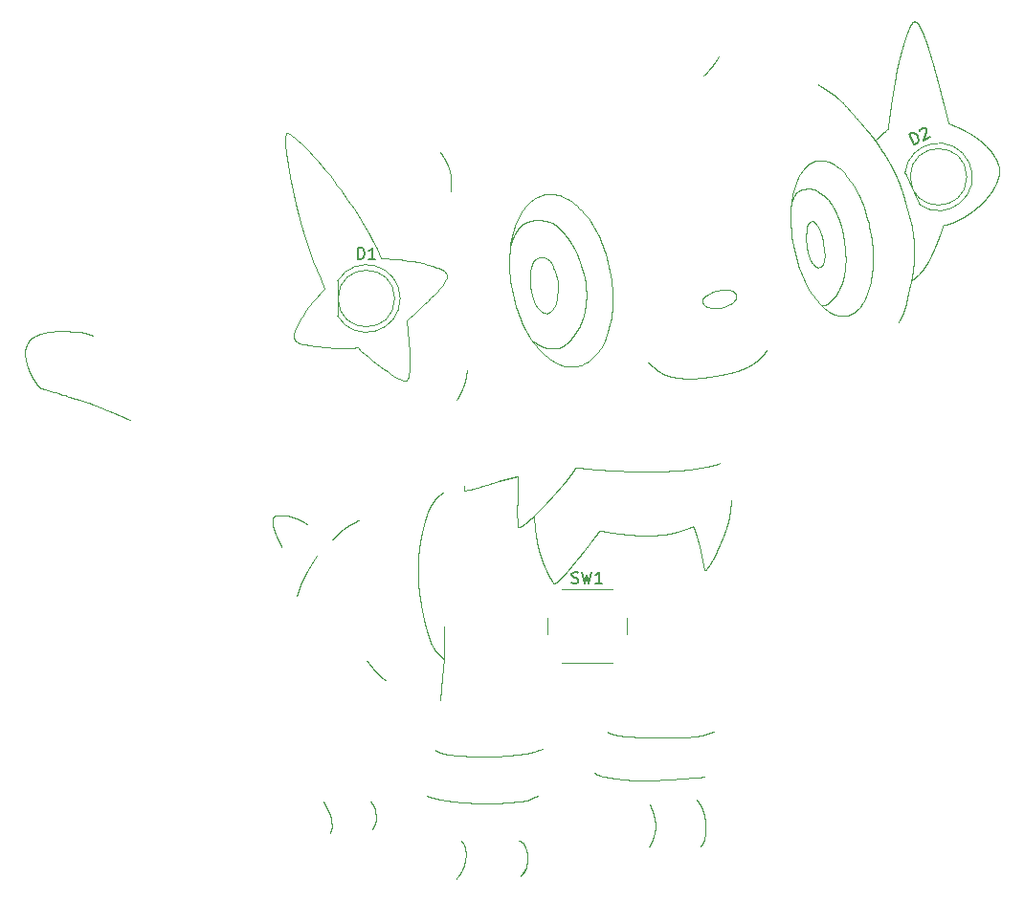
<source format=gbr>
%TF.GenerationSoftware,KiCad,Pcbnew,9.0.2*%
%TF.CreationDate,2025-05-31T16:49:14-04:00*%
%TF.ProjectId,shinx,7368696e-782e-46b6-9963-61645f706362,rev?*%
%TF.SameCoordinates,Original*%
%TF.FileFunction,Legend,Top*%
%TF.FilePolarity,Positive*%
%FSLAX46Y46*%
G04 Gerber Fmt 4.6, Leading zero omitted, Abs format (unit mm)*
G04 Created by KiCad (PCBNEW 9.0.2) date 2025-05-31 16:49:14*
%MOMM*%
%LPD*%
G01*
G04 APERTURE LIST*
%ADD10C,0.100000*%
%ADD11C,0.150000*%
%ADD12C,0.120000*%
G04 APERTURE END LIST*
D10*
X155718924Y-134669666D02*
X155718334Y-134721782D01*
X155717575Y-134795361D01*
X155717147Y-134837413D01*
X155716704Y-134879077D01*
X155716227Y-134920353D01*
X155715697Y-134961242D01*
X155715407Y-134981542D01*
X155715096Y-135001744D01*
X155714762Y-135021850D01*
X155714404Y-135041860D01*
X155714017Y-135061773D01*
X155713601Y-135081589D01*
X155713153Y-135101309D01*
X155712671Y-135120933D01*
X155712151Y-135140460D01*
X155711593Y-135159891D01*
X155710992Y-135179225D01*
X155710348Y-135198463D01*
X155709657Y-135217605D01*
X155708918Y-135236651D01*
X155708127Y-135255600D01*
X155707283Y-135274454D01*
X155706383Y-135293211D01*
X155705425Y-135311872D01*
X155704407Y-135330438D01*
X155703325Y-135348907D01*
X155702178Y-135367281D01*
X155700964Y-135385558D01*
X155699679Y-135403740D01*
X155699010Y-135412795D01*
X155698322Y-135421826D01*
X155697616Y-135430833D01*
X155696891Y-135439816D01*
X155696146Y-135448775D01*
X155695382Y-135457711D01*
X155694598Y-135466622D01*
X155693793Y-135475510D01*
X155692969Y-135484373D01*
X155692123Y-135493213D01*
X155691257Y-135502029D01*
X155690369Y-135510821D01*
X155689459Y-135519589D01*
X155688528Y-135528333D01*
X155687574Y-135537053D01*
X155686598Y-135545749D01*
X155685599Y-135554422D01*
X155684576Y-135563071D01*
X155683531Y-135571695D01*
X155682461Y-135580296D01*
X155681368Y-135588873D01*
X155680250Y-135597427D01*
X155679108Y-135605956D01*
X155677941Y-135614462D01*
X155676748Y-135622944D01*
X155675530Y-135631402D01*
X155674287Y-135639836D01*
X155673017Y-135648246D01*
X155671721Y-135656633D01*
X155670398Y-135664995D01*
X155669048Y-135673334D01*
X155667671Y-135681650D01*
X155666266Y-135689941D01*
X155664834Y-135698209D01*
X155663373Y-135706452D01*
X155661884Y-135714673D01*
X155660366Y-135722869D01*
X155658819Y-135731041D01*
X155657243Y-135739190D01*
X155655637Y-135747315D01*
X155654001Y-135755417D01*
X155652335Y-135763494D01*
X155650638Y-135771548D01*
X155648910Y-135779578D01*
X155647152Y-135787585D01*
X155645362Y-135795567D01*
X155643540Y-135803526D01*
X155641686Y-135811462D01*
X155639800Y-135819373D01*
X155637882Y-135827261D01*
X155635930Y-135835125D01*
X155633946Y-135842966D01*
X155631927Y-135850783D01*
X155629875Y-135858576D01*
X155627789Y-135866345D01*
X155625669Y-135874091D01*
X155623514Y-135881813D01*
X155621324Y-135889512D01*
X155619098Y-135897187D01*
X155616838Y-135904838D01*
X155614541Y-135912465D01*
X155612208Y-135920069D01*
X155609839Y-135927650D01*
X155607433Y-135935206D01*
X155604989Y-135942740D01*
X155602509Y-135950249D01*
X189964752Y-60977919D02*
X189961656Y-60977959D01*
X189958544Y-60978079D01*
X189955413Y-60978280D01*
X189952263Y-60978562D01*
X189949093Y-60978927D01*
X189945902Y-60979374D01*
X189942688Y-60979906D01*
X189939451Y-60980523D01*
X189936189Y-60981225D01*
X189932902Y-60982015D01*
X189929588Y-60982894D01*
X189926246Y-60983864D01*
X189922875Y-60984925D01*
X189919475Y-60986079D01*
X189916044Y-60987328D01*
X189912580Y-60988675D01*
X189909084Y-60990120D01*
X189905555Y-60991666D01*
X189901990Y-60993314D01*
X189898389Y-60995068D01*
X189894752Y-60996928D01*
X189891077Y-60998898D01*
X189887363Y-61000979D01*
X189883610Y-61003175D01*
X189879817Y-61005487D01*
X189875982Y-61007918D01*
X189872104Y-61010471D01*
X189868184Y-61013149D01*
X189864220Y-61015953D01*
X189860211Y-61018888D01*
X189856156Y-61021955D01*
X189852055Y-61025158D01*
X189847907Y-61028499D01*
X189843710Y-61031983D01*
X189839465Y-61035611D01*
X189835170Y-61039387D01*
X189830824Y-61043314D01*
X189826427Y-61047395D01*
X189821979Y-61051634D01*
X189817477Y-61056035D01*
X189812922Y-61060599D01*
X189808313Y-61065332D01*
X189803649Y-61070235D01*
X189798930Y-61075314D01*
X189794154Y-61080571D01*
X189789320Y-61086010D01*
X189784430Y-61091635D01*
X189779480Y-61097450D01*
X189774472Y-61103457D01*
X189769403Y-61109662D01*
X189764274Y-61116067D01*
X189759084Y-61122677D01*
X189753832Y-61129496D01*
X189748517Y-61136528D01*
X189743139Y-61143776D01*
X189737698Y-61151245D01*
X189732191Y-61158938D01*
X189726620Y-61166860D01*
X189720982Y-61175016D01*
X189715278Y-61183408D01*
X189709507Y-61192042D01*
X189703668Y-61200921D01*
X189697761Y-61210050D01*
X189691785Y-61219434D01*
X189685739Y-61229076D01*
X189679622Y-61238981D01*
X189673435Y-61249154D01*
X189667176Y-61259598D01*
X189660845Y-61270318D01*
X189654442Y-61281320D01*
X189647964Y-61292606D01*
X189641413Y-61304183D01*
X189634788Y-61316053D01*
X189628087Y-61328223D01*
X189621310Y-61340697D01*
X189614457Y-61353478D01*
X189607527Y-61366573D01*
X189600520Y-61379985D01*
X189593435Y-61393720D01*
X189586271Y-61407782D01*
X189579027Y-61422176D01*
X189571704Y-61436906D01*
X189564301Y-61451978D01*
X189556817Y-61467395D01*
X189549251Y-61483164D01*
X189541604Y-61499289D01*
X189533874Y-61515774D01*
X189526061Y-61532624D01*
X189518165Y-61549845D01*
X189510184Y-61567441D01*
X189502120Y-61585417D01*
X189493970Y-61603777D01*
X189485735Y-61622527D01*
X189477414Y-61641672D01*
X189469007Y-61661215D01*
X189460513Y-61681163D01*
X189451932Y-61701520D01*
X189443264Y-61722290D01*
X189434507Y-61743478D01*
X189425663Y-61765090D01*
X189416729Y-61787130D01*
X189407707Y-61809602D01*
X189398595Y-61832511D01*
X189389393Y-61855862D01*
X189380101Y-61879660D01*
X189370720Y-61903908D01*
X189361247Y-61928612D01*
X189351684Y-61953776D01*
X189342030Y-61979404D01*
X189332285Y-62005500D01*
X189322449Y-62032070D01*
X189312521Y-62059116D01*
X189302501Y-62086644D01*
X189292390Y-62114657D01*
X189282188Y-62143159D01*
X189271894Y-62172154D01*
X189261508Y-62201645D01*
X189251031Y-62231637D01*
X189240462Y-62262133D01*
X189229803Y-62293135D01*
X189219052Y-62324648D01*
X189208210Y-62356674D01*
X189197278Y-62389216D01*
X189186256Y-62422278D01*
X189175144Y-62455860D01*
X189163943Y-62489967D01*
X189152653Y-62524599D01*
X189141275Y-62559759D01*
X189129810Y-62595448D01*
X189118258Y-62631668D01*
X189106620Y-62668420D01*
X189094897Y-62705705D01*
X189083090Y-62743522D01*
X189071200Y-62781873D01*
X189059228Y-62820757D01*
X189047176Y-62860172D01*
X189035045Y-62900120D01*
X189022836Y-62940596D01*
X189010551Y-62981601D01*
X188998192Y-63023131D01*
X188985761Y-63065183D01*
X188973259Y-63107754D01*
X188960689Y-63150839D01*
X188948054Y-63194434D01*
X188935355Y-63238533D01*
X188922596Y-63283129D01*
X188909780Y-63328216D01*
X188896909Y-63373786D01*
X188883986Y-63419829D01*
X188871017Y-63466336D01*
X188858003Y-63513296D01*
X188844950Y-63560697D01*
X188831862Y-63608525D01*
X188818743Y-63656766D01*
X188805598Y-63705404D01*
X188792433Y-63754423D01*
X188779254Y-63803802D01*
X188766065Y-63853522D01*
X188752875Y-63903560D01*
X188739689Y-63953892D01*
X188726515Y-64004492D01*
X188713360Y-64055332D01*
X188700233Y-64106381D01*
X188687143Y-64157607D01*
X188674099Y-64208974D01*
X188661110Y-64260444D01*
X188648186Y-64311978D01*
X188635340Y-64363530D01*
X188622583Y-64415055D01*
X188609926Y-64466503D01*
X188597382Y-64517820D01*
X188584966Y-64568951D01*
X188572691Y-64619837D01*
X188560571Y-64670413D01*
X188548623Y-64720613D01*
X188536863Y-64770368D01*
X188525306Y-64819605D01*
X188513970Y-64868247D01*
X188508384Y-64892348D01*
X188502872Y-64916215D01*
X188497413Y-64939944D01*
X188492030Y-64963429D01*
X188486707Y-64986743D01*
X188481462Y-65009803D01*
X188476283Y-65032661D01*
X188471185Y-65055254D01*
X188466160Y-65077613D01*
X188461217Y-65099696D01*
X188456355Y-65121512D01*
X188451576Y-65143043D01*
X188446884Y-65164272D01*
X188442278Y-65185209D01*
X188437766Y-65205811D01*
X188433340Y-65226113D01*
X188429014Y-65246046D01*
X188424776Y-65265672D01*
X188420644Y-65284898D01*
X188416600Y-65303811D01*
X188412668Y-65322295D01*
X188408824Y-65340460D01*
X188405097Y-65358168D01*
X188401459Y-65375554D01*
X188397942Y-65392456D01*
X188394513Y-65409035D01*
X188391208Y-65425108D01*
X188387991Y-65440856D01*
X188384902Y-65456080D01*
X188381899Y-65470980D01*
X188379024Y-65485339D01*
X188376235Y-65499377D01*
X188373576Y-65512864D01*
X188371000Y-65526033D01*
X188368553Y-65538644D01*
X188366187Y-65550942D01*
X188363950Y-65562679D01*
X188361792Y-65574111D01*
X188359759Y-65584984D01*
X188357803Y-65595559D01*
X188355969Y-65605581D01*
X188354208Y-65615315D01*
X188352566Y-65624506D01*
X188350994Y-65633420D01*
X188349536Y-65641805D01*
X188348144Y-65649924D01*
X188346861Y-65657531D01*
X188345641Y-65664885D01*
X188344522Y-65671748D01*
X188343464Y-65678370D01*
X188342500Y-65684524D01*
X188341593Y-65690451D01*
X188340773Y-65695936D01*
X188340006Y-65701207D01*
X188339320Y-65706062D01*
X188338683Y-65710718D01*
X188338119Y-65714987D01*
X188337600Y-65719070D01*
X188337147Y-65722795D01*
X188336735Y-65726349D01*
X188336381Y-65729573D01*
X188336066Y-65732640D01*
X188335801Y-65735406D01*
X188335571Y-65738031D01*
X188335385Y-65740381D01*
X188335229Y-65742604D01*
X188335111Y-65744582D01*
X188335021Y-65746444D01*
X188334961Y-65748088D01*
X188334925Y-65749630D01*
X188334914Y-65751002D01*
X171338081Y-65751002D02*
X171369960Y-65718885D01*
X171400908Y-65687671D01*
X171425115Y-65663224D01*
X171448754Y-65639319D01*
X171469060Y-65618754D01*
X171488950Y-65598580D01*
X171506703Y-65580543D01*
X171524129Y-65562809D01*
X171540025Y-65546601D01*
X171555651Y-65530640D01*
X171570111Y-65515839D01*
X171584342Y-65501244D01*
X171597648Y-65487568D01*
X171610756Y-65474066D01*
X171623107Y-65461314D01*
X171635285Y-65448710D01*
X171646832Y-65436731D01*
X171658226Y-65424881D01*
X171669085Y-65413559D01*
X171679807Y-65402350D01*
X171690068Y-65391592D01*
X171700207Y-65380934D01*
X171709947Y-65370665D01*
X171719576Y-65360484D01*
X171728856Y-65350643D01*
X171738035Y-65340878D01*
X171746907Y-65331412D01*
X171755688Y-65322012D01*
X171764196Y-65312875D01*
X171772621Y-65303798D01*
X171780804Y-65294952D01*
X171788911Y-65286158D01*
X171796802Y-65277568D01*
X171804623Y-65269025D01*
X171812251Y-65260662D01*
X171819816Y-65252340D01*
X171827207Y-65244177D01*
X171834540Y-65236050D01*
X171841719Y-65228063D01*
X171848844Y-65220107D01*
X171855830Y-65212274D01*
X171862767Y-65204467D01*
X171869580Y-65196769D01*
X171876348Y-65189092D01*
X171883006Y-65181509D01*
X171889622Y-65173943D01*
X171896140Y-65166459D01*
X171902620Y-65158988D01*
X171909013Y-65151586D01*
X171915372Y-65144194D01*
X171921654Y-65136859D01*
X171927905Y-65129531D01*
X171934090Y-65122249D01*
X171940246Y-65114969D01*
X171946346Y-65107726D01*
X171952420Y-65100482D01*
X171958445Y-65093264D01*
X171964448Y-65086042D01*
X171970412Y-65078836D01*
X171976355Y-65071624D01*
X171982267Y-65064417D01*
X171988162Y-65057201D01*
X171994033Y-65049981D01*
X171999890Y-65042748D01*
X172011559Y-65028241D01*
X172023190Y-65013653D01*
X172034803Y-64998959D01*
X172046419Y-64984133D01*
X172058058Y-64969147D01*
X172069741Y-64953975D01*
X172081489Y-64938586D01*
X172093325Y-64922951D01*
X172105271Y-64907037D01*
X172117352Y-64890811D01*
X172129592Y-64874236D01*
X172142020Y-64857273D01*
X172154663Y-64839881D01*
X172167553Y-64822013D01*
X172180723Y-64803619D01*
X172194211Y-64784645D01*
X172208058Y-64765027D01*
X172222309Y-64744699D01*
X172237014Y-64723583D01*
X172252233Y-64701591D01*
X172268029Y-64678622D01*
X172284480Y-64654562D01*
X172301673Y-64629274D01*
X172319714Y-64602597D01*
X172338728Y-64574341D01*
X172358867Y-64544268D01*
X172380321Y-64512089D01*
X172403333Y-64477431D01*
X172428220Y-64439806D01*
X172455413Y-64398552D01*
X172485527Y-64352722D01*
X172519505Y-64300871D01*
X172558931Y-64240565D01*
X172606939Y-64166994D01*
X172671955Y-64067232D01*
X172694984Y-64031882D01*
X172715753Y-64000000D01*
X146871259Y-129547335D02*
X146885445Y-129552612D01*
X146899983Y-129557935D01*
X146914878Y-129563302D01*
X146930133Y-129568715D01*
X146945752Y-129574171D01*
X146961740Y-129579672D01*
X146978100Y-129585216D01*
X146994836Y-129590802D01*
X147011951Y-129596431D01*
X147029450Y-129602101D01*
X147047334Y-129607812D01*
X147065608Y-129613564D01*
X147084275Y-129619355D01*
X147103337Y-129625184D01*
X147122797Y-129631052D01*
X147142658Y-129636957D01*
X147162922Y-129642898D01*
X147183591Y-129648875D01*
X147204667Y-129654886D01*
X147226152Y-129660930D01*
X147248048Y-129667006D01*
X147270355Y-129673114D01*
X147293076Y-129679252D01*
X147316211Y-129685418D01*
X147339760Y-129691613D01*
X147363723Y-129697833D01*
X147388102Y-129704079D01*
X147412895Y-129710348D01*
X147438103Y-129716639D01*
X147463724Y-129722951D01*
X147489758Y-129729282D01*
X147516202Y-129735630D01*
X147543056Y-129741994D01*
X147570317Y-129748373D01*
X147597983Y-129754764D01*
X147626052Y-129761166D01*
X147654519Y-129767577D01*
X147683383Y-129773995D01*
X147712638Y-129780418D01*
X147742281Y-129786845D01*
X147772308Y-129793272D01*
X147802713Y-129799699D01*
X147833492Y-129806123D01*
X147864639Y-129812541D01*
X147896148Y-129818953D01*
X147928012Y-129825355D01*
X147960224Y-129831746D01*
X147992779Y-129838123D01*
X148025668Y-129844484D01*
X148058883Y-129850826D01*
X148092416Y-129857148D01*
X148126259Y-129863447D01*
X148160403Y-129869720D01*
X148194838Y-129875965D01*
X148229555Y-129882180D01*
X148264544Y-129888363D01*
X148299795Y-129894510D01*
X148335297Y-129900620D01*
X148371038Y-129906690D01*
X148407009Y-129912718D01*
X148443198Y-129918701D01*
X148479592Y-129924637D01*
X148516180Y-129930524D01*
X148552950Y-129936358D01*
X148589890Y-129942139D01*
X148626986Y-129947863D01*
X148664226Y-129953528D01*
X148701598Y-129959133D01*
X148739087Y-129964674D01*
X148776682Y-129970149D01*
X148814368Y-129975557D01*
X148852132Y-129980896D01*
X148871040Y-129983538D01*
X148889962Y-129986163D01*
X148908896Y-129988769D01*
X148927842Y-129991356D01*
X148946797Y-129993924D01*
X148965761Y-129996474D01*
X148984729Y-129999003D01*
X149003705Y-130001514D01*
X149022678Y-130004004D01*
X149041659Y-130006475D01*
X149060633Y-130008924D01*
X149079611Y-130011355D01*
X149098578Y-130013763D01*
X149117548Y-130016152D01*
X149136501Y-130018518D01*
X149155456Y-130020865D01*
X149174389Y-130023188D01*
X149193322Y-130025492D01*
X149212228Y-130027772D01*
X149231133Y-130030031D01*
X149250006Y-130032267D01*
X149268876Y-130034482D01*
X149287710Y-130036673D01*
X149306539Y-130038843D01*
X149325327Y-130040988D01*
X149344108Y-130043112D01*
X149362845Y-130045211D01*
X149381573Y-130047289D01*
X149400251Y-130049341D01*
X149418919Y-130051372D01*
X149437533Y-130053377D01*
X149456136Y-130055361D01*
X149474680Y-130057318D01*
X149493212Y-130059254D01*
X149511680Y-130061163D01*
X149530135Y-130063050D01*
X149548522Y-130064911D01*
X149566894Y-130066749D01*
X149585194Y-130068561D01*
X149603478Y-130070351D01*
X149621687Y-130072113D01*
X149639877Y-130073853D01*
X149657988Y-130075565D01*
X149676079Y-130077256D01*
X149694089Y-130078919D01*
X149712076Y-130080559D01*
X149729978Y-130082172D01*
X149747858Y-130083763D01*
X149765648Y-130085325D01*
X149783414Y-130086865D01*
X149801087Y-130088377D01*
X149818735Y-130089867D01*
X149836288Y-130091329D01*
X149853814Y-130092768D01*
X149871241Y-130094179D01*
X149888640Y-130095568D01*
X149905938Y-130096928D01*
X149923207Y-130098267D01*
X149940372Y-130099576D01*
X149957506Y-130100864D01*
X149974534Y-130102123D01*
X149991530Y-130103360D01*
X150008417Y-130104569D01*
X150025272Y-130105756D01*
X150042014Y-130106914D01*
X150058724Y-130108050D01*
X150075319Y-130109159D01*
X150091880Y-130110244D01*
X150108325Y-130111303D01*
X150124734Y-130112338D01*
X150141025Y-130113347D01*
X150157280Y-130114332D01*
X150173415Y-130115291D01*
X150189512Y-130116227D01*
X150205488Y-130117136D01*
X150221426Y-130118023D01*
X150237240Y-130118883D01*
X150253016Y-130119720D01*
X150268666Y-130120531D01*
X150284277Y-130121320D01*
X150299762Y-130122082D01*
X150315206Y-130122823D01*
X150330522Y-130123537D01*
X150345798Y-130124229D01*
X150360945Y-130124895D01*
X150376050Y-130125539D01*
X150391024Y-130126158D01*
X150405957Y-130126754D01*
X150420759Y-130127326D01*
X150435518Y-130127875D01*
X150450145Y-130128400D01*
X150464729Y-130128903D01*
X150480174Y-130129414D01*
X154904008Y-101258083D02*
X153163576Y-101683003D01*
X169805339Y-100676001D02*
X169747224Y-100680128D01*
X169689588Y-100684200D01*
X169634159Y-100688096D01*
X169579168Y-100691941D01*
X169526133Y-100695628D01*
X169473500Y-100699267D01*
X169422614Y-100702765D01*
X169372099Y-100706218D01*
X169323154Y-100709542D01*
X169274554Y-100712823D01*
X169227375Y-100715988D01*
X169180515Y-100719110D01*
X169134948Y-100722127D01*
X169089679Y-100725103D01*
X169045590Y-100727982D01*
X169001780Y-100730822D01*
X168959053Y-100733572D01*
X168916586Y-100736284D01*
X168875116Y-100738913D01*
X168833890Y-100741506D01*
X168793584Y-100744021D01*
X168753508Y-100746501D01*
X168714284Y-100748908D01*
X168675275Y-100751282D01*
X168637057Y-100753588D01*
X168599041Y-100755861D01*
X168561762Y-100758070D01*
X168524673Y-100760248D01*
X168488269Y-100762365D01*
X168452046Y-100764451D01*
X168416462Y-100766481D01*
X168381049Y-100768480D01*
X168346233Y-100770426D01*
X168311577Y-100772342D01*
X168277482Y-100774207D01*
X168243538Y-100776044D01*
X168210118Y-100777833D01*
X168176842Y-100779593D01*
X168144057Y-100781308D01*
X168111408Y-100782995D01*
X168079220Y-100784638D01*
X168047160Y-100786255D01*
X168015534Y-100787829D01*
X167984029Y-100789378D01*
X167952932Y-100790886D01*
X167921949Y-100792368D01*
X167891348Y-100793812D01*
X167860856Y-100795231D01*
X167830724Y-100796613D01*
X167800694Y-100797971D01*
X167771003Y-100799292D01*
X167741408Y-100800590D01*
X167712131Y-100801853D01*
X167682945Y-100803093D01*
X167654059Y-100804299D01*
X167625258Y-100805482D01*
X167596738Y-100806633D01*
X167568300Y-100807761D01*
X167540125Y-100808859D01*
X167512026Y-100809933D01*
X167484175Y-100810978D01*
X167456395Y-100812000D01*
X167428847Y-100812993D01*
X167401367Y-100813964D01*
X167374103Y-100814907D01*
X167346903Y-100815828D01*
X167319905Y-100816722D01*
X167292967Y-100817594D01*
X167266217Y-100818440D01*
X167239522Y-100819264D01*
X167213004Y-100820062D01*
X167186537Y-100820839D01*
X167160233Y-100821591D01*
X167133977Y-100822322D01*
X167107872Y-100823028D01*
X167081810Y-100823713D01*
X167055889Y-100824375D01*
X167030008Y-100825015D01*
X167004255Y-100825632D01*
X166978538Y-100826228D01*
X166952939Y-100826802D01*
X166927373Y-100827354D01*
X166901914Y-100827885D01*
X166876485Y-100828394D01*
X166851152Y-100828882D01*
X166825845Y-100829349D01*
X166800625Y-100829795D01*
X166775428Y-100830220D01*
X166750307Y-100830623D01*
X166725206Y-100831007D01*
X166700172Y-100831369D01*
X166675154Y-100831711D01*
X166650193Y-100832033D01*
X166625246Y-100832334D01*
X166600346Y-100832614D01*
X166575457Y-100832875D01*
X166550606Y-100833115D01*
X166525763Y-100833335D01*
X166500948Y-100833534D01*
X166476138Y-100833714D01*
X166451347Y-100833873D01*
X166426558Y-100834013D01*
X166401779Y-100834132D01*
X166376999Y-100834232D01*
X166352220Y-100834311D01*
X166327437Y-100834370D01*
X166277847Y-100834429D01*
X166228206Y-100834408D01*
X166178489Y-100834307D01*
X166128671Y-100834125D01*
X166078729Y-100833863D01*
X166028637Y-100833521D01*
X165978370Y-100833097D01*
X165927904Y-100832591D01*
X165877211Y-100832003D01*
X165826267Y-100831332D01*
X165775044Y-100830578D01*
X165723515Y-100829739D01*
X165671652Y-100828814D01*
X165619427Y-100827803D01*
X165566811Y-100826705D01*
X165513772Y-100825517D01*
X165460281Y-100824239D01*
X165406304Y-100822870D01*
X165351809Y-100821408D01*
X165296761Y-100819850D01*
X165241125Y-100818196D01*
X165184862Y-100816444D01*
X165127935Y-100814590D01*
X165070302Y-100812634D01*
X165011921Y-100810572D01*
X164952748Y-100808402D01*
X164892736Y-100806121D01*
X164831836Y-100803727D01*
X164769995Y-100801215D01*
X164707159Y-100798583D01*
X164643270Y-100795827D01*
X164578265Y-100792942D01*
X164566589Y-100792416D01*
X160841255Y-83795584D02*
X160843570Y-83812090D01*
X160845857Y-83828540D01*
X160848115Y-83844930D01*
X160850346Y-83861263D01*
X160852548Y-83877537D01*
X160854723Y-83893756D01*
X160856869Y-83909915D01*
X160858988Y-83926020D01*
X160861080Y-83942067D01*
X160863144Y-83958060D01*
X160865180Y-83973995D01*
X160867190Y-83989877D01*
X160869172Y-84005703D01*
X160871128Y-84021475D01*
X160873057Y-84037192D01*
X160874959Y-84052856D01*
X160876834Y-84068466D01*
X160878683Y-84084024D01*
X160880505Y-84099528D01*
X160882302Y-84114980D01*
X160884072Y-84130380D01*
X160885816Y-84145728D01*
X160887534Y-84161025D01*
X160889226Y-84176270D01*
X160890893Y-84191465D01*
X160892534Y-84206610D01*
X160894149Y-84221705D01*
X160895739Y-84236749D01*
X160897304Y-84251745D01*
X160898844Y-84266691D01*
X160900358Y-84281589D01*
X160901848Y-84296438D01*
X160903312Y-84311240D01*
X160904752Y-84325993D01*
X160906167Y-84340701D01*
X160907558Y-84355359D01*
X160908924Y-84369973D01*
X160910266Y-84384539D01*
X160911583Y-84399061D01*
X160912876Y-84413534D01*
X160914146Y-84427965D01*
X160915391Y-84442349D01*
X160916612Y-84456690D01*
X160917810Y-84470985D01*
X160918984Y-84485238D01*
X160920134Y-84499445D01*
X160921261Y-84513612D01*
X160922364Y-84527732D01*
X160923444Y-84541814D01*
X160924500Y-84555849D01*
X160925534Y-84569847D01*
X160926544Y-84583799D01*
X160927532Y-84597713D01*
X160928496Y-84611583D01*
X160929438Y-84625417D01*
X160930356Y-84639205D01*
X160931253Y-84652959D01*
X160932126Y-84666668D01*
X160932978Y-84680343D01*
X160933806Y-84693974D01*
X160934613Y-84707572D01*
X160935397Y-84721126D01*
X160936159Y-84734648D01*
X160936899Y-84748127D01*
X160937617Y-84761575D01*
X160938313Y-84774979D01*
X160938987Y-84788354D01*
X160939639Y-84801686D01*
X160940270Y-84814989D01*
X160940879Y-84828250D01*
X160941466Y-84841482D01*
X160942032Y-84854673D01*
X160942577Y-84867837D01*
X160943099Y-84880959D01*
X160943601Y-84894055D01*
X160944082Y-84907110D01*
X160944541Y-84920141D01*
X160944979Y-84933130D01*
X160945396Y-84946096D01*
X160945792Y-84959021D01*
X160946168Y-84971923D01*
X160946522Y-84984786D01*
X160946856Y-84997626D01*
X160947168Y-85010427D01*
X160947732Y-85035948D01*
X160948213Y-85061352D01*
X160948613Y-85086642D01*
X160948931Y-85111820D01*
X160949168Y-85136890D01*
X160949324Y-85161855D01*
X160949400Y-85186717D01*
X160949397Y-85211481D01*
X160949313Y-85236148D01*
X160949150Y-85260723D01*
X160948908Y-85285208D01*
X160948587Y-85309608D01*
X160948188Y-85333924D01*
X160947710Y-85358161D01*
X160947154Y-85382322D01*
X160946520Y-85406411D01*
X160945808Y-85430431D01*
X160945019Y-85454386D01*
X160944151Y-85478280D01*
X160943207Y-85502117D01*
X160942184Y-85525900D01*
X160941084Y-85549634D01*
X160939907Y-85573323D01*
X160938651Y-85596970D01*
X160937318Y-85620582D01*
X160935907Y-85644161D01*
X160934418Y-85667713D01*
X160932850Y-85691243D01*
X160931204Y-85714755D01*
X160929479Y-85738255D01*
X160927675Y-85761748D01*
X160925791Y-85785240D01*
X160923826Y-85808736D01*
X160921781Y-85832243D01*
X160919655Y-85855767D01*
X160917446Y-85879314D01*
X160915155Y-85902892D01*
X160912780Y-85926508D01*
X160910321Y-85950169D01*
X160907776Y-85973884D01*
X160905145Y-85997661D01*
X160902426Y-86021509D01*
X160899617Y-86045438D01*
X160896718Y-86069458D01*
X160893726Y-86093580D01*
X160890640Y-86117816D01*
X160887458Y-86142178D01*
X160884178Y-86166680D01*
X160880797Y-86191337D01*
X160877312Y-86216164D01*
X160873721Y-86241178D01*
X160870020Y-86266399D01*
X160866205Y-86291848D01*
X160862273Y-86317546D01*
X160858219Y-86343519D01*
X160854037Y-86369796D01*
X160849721Y-86396408D01*
X160845265Y-86423390D01*
X160840661Y-86450784D01*
X160835900Y-86478634D01*
X160830972Y-86506996D01*
X160825863Y-86535931D01*
X160820561Y-86565514D01*
X160815046Y-86595831D01*
X160809298Y-86626992D01*
X160803290Y-86659129D01*
X160796989Y-86692410D01*
X160790350Y-86727053D01*
X160783314Y-86763351D01*
X160775799Y-86801716D01*
X160767681Y-86842757D01*
X160758762Y-86887456D01*
X160748681Y-86937596D01*
X160736628Y-86997178D01*
X160724840Y-87055249D01*
X153163576Y-101683003D02*
X153390592Y-101607335D01*
X146289173Y-112317665D02*
X146285055Y-112293879D01*
X146280978Y-112270207D01*
X146277005Y-112247023D01*
X146273070Y-112223945D01*
X146269233Y-112201318D01*
X146265434Y-112178792D01*
X146261725Y-112156683D01*
X146258053Y-112134668D01*
X146254466Y-112113041D01*
X146250913Y-112091501D01*
X146247441Y-112070323D01*
X146244003Y-112049227D01*
X146240639Y-112028467D01*
X146237309Y-112007784D01*
X146234050Y-111987415D01*
X146230822Y-111967119D01*
X146227662Y-111947115D01*
X146224533Y-111927179D01*
X146221467Y-111907517D01*
X146218431Y-111887918D01*
X146215455Y-111868576D01*
X146212509Y-111849293D01*
X146209620Y-111830249D01*
X146206759Y-111811261D01*
X146203953Y-111792498D01*
X146201174Y-111773786D01*
X146198448Y-111755284D01*
X146195748Y-111736831D01*
X146193098Y-111718575D01*
X146190474Y-111700363D01*
X146187898Y-111682336D01*
X146185348Y-111664350D01*
X146182842Y-111646538D01*
X146180362Y-111628763D01*
X146177925Y-111611150D01*
X146175513Y-111593573D01*
X146173142Y-111576146D01*
X146170796Y-111558753D01*
X146168489Y-111541500D01*
X146166207Y-111524277D01*
X146163962Y-111507186D01*
X146161741Y-111490122D01*
X146159556Y-111473181D01*
X146157394Y-111456264D01*
X146155267Y-111439461D01*
X146153163Y-111422681D01*
X146151093Y-111406005D01*
X146149046Y-111389350D01*
X146147030Y-111372792D01*
X146145037Y-111356252D01*
X146143075Y-111339802D01*
X146141135Y-111323367D01*
X146139225Y-111307015D01*
X146137337Y-111290676D01*
X146135477Y-111274411D01*
X146133639Y-111258159D01*
X146131829Y-111241974D01*
X146130040Y-111225798D01*
X146128278Y-111209684D01*
X146126537Y-111193577D01*
X146124822Y-111177525D01*
X146123127Y-111161478D01*
X146121458Y-111145479D01*
X146119810Y-111129484D01*
X146118186Y-111113530D01*
X146116582Y-111097578D01*
X146115002Y-111081662D01*
X146113442Y-111065745D01*
X146111905Y-111049858D01*
X146110388Y-111033969D01*
X146108893Y-111018104D01*
X146107418Y-111002235D01*
X146105965Y-110986383D01*
X146104531Y-110970526D01*
X146103119Y-110954680D01*
X146101726Y-110938827D01*
X146100354Y-110922980D01*
X146099001Y-110907124D01*
X146097668Y-110891269D01*
X146096354Y-110875402D01*
X146095060Y-110859530D01*
X146093785Y-110843645D01*
X146092529Y-110827749D01*
X146091292Y-110811838D01*
X146090073Y-110795911D01*
X146088874Y-110779967D01*
X146086531Y-110748017D01*
X146084261Y-110715973D01*
X146082063Y-110683820D01*
X146079937Y-110651542D01*
X146077883Y-110619125D01*
X146075899Y-110586552D01*
X146073984Y-110553809D01*
X146072139Y-110520879D01*
X146070363Y-110487746D01*
X146068655Y-110454394D01*
X146067015Y-110420806D01*
X146065443Y-110386965D01*
X146063939Y-110352853D01*
X146062502Y-110318453D01*
X146061132Y-110283745D01*
X146059830Y-110248712D01*
X146058595Y-110213332D01*
X146057427Y-110177587D01*
X146056327Y-110141456D01*
X146055294Y-110104915D01*
X146054329Y-110067945D01*
X146053433Y-110030520D01*
X146052605Y-109992618D01*
X146051846Y-109954212D01*
X146051157Y-109915276D01*
X146050538Y-109875784D01*
X146049990Y-109835707D01*
X146049514Y-109795014D01*
X146049110Y-109753673D01*
X146048780Y-109711653D01*
X146048524Y-109668917D01*
X146048343Y-109625429D01*
X146048240Y-109581151D01*
X146048214Y-109536040D01*
X146048268Y-109490053D01*
X146048403Y-109443143D01*
X146048621Y-109395262D01*
X146048923Y-109346356D01*
X146049312Y-109296369D01*
X146049790Y-109245240D01*
X146050360Y-109192905D01*
X146051023Y-109139293D01*
X146051783Y-109084328D01*
X146052642Y-109027930D01*
X146053605Y-108970008D01*
X146054675Y-108910466D01*
X146055856Y-108849197D01*
X146056340Y-108825165D01*
X170271006Y-124308585D02*
X170293127Y-124305925D01*
X170314989Y-124303277D01*
X170336481Y-124300653D01*
X170357720Y-124298040D01*
X170378600Y-124295451D01*
X170399234Y-124292872D01*
X170419521Y-124290317D01*
X170439568Y-124287771D01*
X170459278Y-124285249D01*
X170478755Y-124282736D01*
X170497906Y-124280245D01*
X170516830Y-124277763D01*
X170535438Y-124275303D01*
X170553825Y-124272852D01*
X170571906Y-124270421D01*
X170589772Y-124267999D01*
X170607343Y-124265598D01*
X170624703Y-124263204D01*
X170641778Y-124260830D01*
X170658649Y-124258465D01*
X170675242Y-124256117D01*
X170691638Y-124253778D01*
X170707766Y-124251457D01*
X170723700Y-124249144D01*
X170739377Y-124246848D01*
X170754865Y-124244559D01*
X170770103Y-124242287D01*
X170785158Y-124240022D01*
X170799972Y-124237773D01*
X170814608Y-124235531D01*
X170829012Y-124233305D01*
X170843242Y-124231085D01*
X170857247Y-124228880D01*
X170871084Y-124226682D01*
X170884704Y-124224497D01*
X170898160Y-124222319D01*
X170911408Y-124220154D01*
X170924496Y-124217996D01*
X170937383Y-124215850D01*
X170950114Y-124213710D01*
X170962653Y-124211582D01*
X170975040Y-124209459D01*
X170987241Y-124207349D01*
X170999296Y-124205243D01*
X171011172Y-124203148D01*
X171022904Y-124201059D01*
X171034466Y-124198979D01*
X171045888Y-124196905D01*
X171057145Y-124194840D01*
X171068268Y-124192780D01*
X171079233Y-124190728D01*
X171090066Y-124188681D01*
X171100749Y-124186642D01*
X171111303Y-124184608D01*
X171121714Y-124182580D01*
X171132000Y-124180557D01*
X171142149Y-124178541D01*
X171152177Y-124176528D01*
X171162074Y-124174521D01*
X171171854Y-124172518D01*
X171181509Y-124170520D01*
X171191050Y-124168525D01*
X171200473Y-124166534D01*
X171209784Y-124164547D01*
X171218985Y-124162563D01*
X171228077Y-124160582D01*
X171237065Y-124158604D01*
X171245947Y-124156628D01*
X171254731Y-124154654D01*
X171263412Y-124152683D01*
X171272001Y-124150712D01*
X171280491Y-124148744D01*
X171288896Y-124146775D01*
X171297203Y-124144808D01*
X171305433Y-124142839D01*
X171313567Y-124140873D01*
X171321630Y-124138904D01*
X171329601Y-124136936D01*
X171337507Y-124134964D01*
X171345324Y-124132994D01*
X171353083Y-124131018D01*
X171360755Y-124129044D01*
X171368377Y-124127062D01*
X171375914Y-124125082D01*
X171390819Y-124121105D01*
X171405492Y-124117108D01*
X171419953Y-124113087D01*
X171434225Y-124109037D01*
X171448330Y-124104952D01*
X171462293Y-124100826D01*
X171476140Y-124096652D01*
X171489901Y-124092423D01*
X171503606Y-124088127D01*
X171517291Y-124083756D01*
X171530998Y-124079296D01*
X171544772Y-124074731D01*
X171558669Y-124070042D01*
X171572758Y-124065207D01*
X171587124Y-124060193D01*
X171601877Y-124054963D01*
X171617168Y-124049459D01*
X171633211Y-124043602D01*
X171650339Y-124037269D01*
X171669122Y-124030243D01*
X171690726Y-124022083D01*
X171723540Y-124009602D01*
X171748289Y-124000181D01*
X171773408Y-123990670D01*
X171786154Y-123985877D01*
X171799051Y-123981058D01*
X171812117Y-123976211D01*
X171825372Y-123971337D01*
X171838834Y-123966432D01*
X171852524Y-123961497D01*
X171866460Y-123956531D01*
X171880662Y-123951531D01*
X171895149Y-123946498D01*
X171909939Y-123941429D01*
X171925054Y-123936324D01*
X171940510Y-123931182D01*
X171956328Y-123926001D01*
X171964379Y-123923396D01*
X171972528Y-123920781D01*
X171980776Y-123918156D01*
X171989127Y-123915520D01*
X171997583Y-123912874D01*
X172006146Y-123910217D01*
X172014819Y-123907550D01*
X172023604Y-123904872D01*
X172032504Y-123902182D01*
X172041520Y-123899482D01*
X172050655Y-123896770D01*
X172059913Y-123894047D01*
X172069294Y-123891313D01*
X172078802Y-123888566D01*
X172088439Y-123885808D01*
X172098207Y-123883038D01*
X172108108Y-123880255D01*
X172118146Y-123877461D01*
X172128323Y-123874654D01*
X172138640Y-123871834D01*
X172149101Y-123869002D01*
X172159707Y-123866157D01*
X172170462Y-123863299D01*
X172181367Y-123860428D01*
X172192425Y-123857543D01*
X172203638Y-123854646D01*
X172215009Y-123851734D01*
X172226540Y-123848809D01*
X172238234Y-123845871D01*
X172250093Y-123842918D01*
X180942597Y-78658144D02*
X180959024Y-78660092D01*
X180975720Y-78663600D01*
X180992675Y-78668629D01*
X181009877Y-78675137D01*
X181027314Y-78683082D01*
X181044975Y-78692425D01*
X181062848Y-78703125D01*
X181080922Y-78715139D01*
X181099184Y-78728429D01*
X181117624Y-78742951D01*
X181136230Y-78758667D01*
X181173893Y-78793511D01*
X181212079Y-78832636D01*
X181250697Y-78875712D01*
X181289652Y-78922413D01*
X181328854Y-78972412D01*
X181368208Y-79025380D01*
X181407622Y-79080992D01*
X181447003Y-79138918D01*
X181489619Y-79207213D01*
X181530185Y-79280741D01*
X181568757Y-79358926D01*
X181605386Y-79441189D01*
X181640125Y-79526952D01*
X181673028Y-79615636D01*
X181704147Y-79706663D01*
X181733534Y-79799454D01*
X181787329Y-79988018D01*
X181834834Y-80176701D01*
X181876474Y-80360877D01*
X181912671Y-80535918D01*
X181996203Y-81137035D01*
X182010059Y-81263262D01*
X182020395Y-81394352D01*
X182026856Y-81537545D01*
X182029089Y-81700084D01*
X182027782Y-81784668D01*
X182024087Y-81863795D01*
X182018345Y-81937465D01*
X182010899Y-82005678D01*
X182002088Y-82068434D01*
X181992253Y-82125733D01*
X181981737Y-82177575D01*
X181970880Y-82223960D01*
X181949506Y-82300358D01*
X181930861Y-82354928D01*
X181912671Y-82398585D01*
X181906986Y-82413592D01*
X181899625Y-82430815D01*
X181889024Y-82453155D01*
X181875012Y-82479588D01*
X181857419Y-82509090D01*
X181836075Y-82540638D01*
X181823942Y-82556860D01*
X181810808Y-82573210D01*
X181796650Y-82589560D01*
X181781448Y-82605782D01*
X181765180Y-82621748D01*
X181747825Y-82637330D01*
X181729361Y-82652401D01*
X181709768Y-82666832D01*
X181689023Y-82680496D01*
X181667106Y-82693265D01*
X181643995Y-82705010D01*
X181619669Y-82715605D01*
X181594107Y-82724920D01*
X181567287Y-82732828D01*
X181539188Y-82739202D01*
X181509789Y-82743913D01*
X181479067Y-82746833D01*
X181447003Y-82747835D01*
X181414272Y-82745831D01*
X181381605Y-82739991D01*
X181349065Y-82730569D01*
X181316717Y-82717821D01*
X181284625Y-82702005D01*
X181252853Y-82683374D01*
X181221465Y-82662185D01*
X181190524Y-82638694D01*
X181160095Y-82613157D01*
X181130241Y-82585829D01*
X181101027Y-82556967D01*
X181072516Y-82526825D01*
X181017861Y-82463728D01*
X180966786Y-82398585D01*
X180919805Y-82333441D01*
X180877428Y-82270344D01*
X180840167Y-82211340D01*
X180808533Y-82158475D01*
X180764195Y-82079348D01*
X180748506Y-82049334D01*
X180728726Y-81996099D01*
X180705962Y-81930419D01*
X180676357Y-81839464D01*
X180659398Y-81784689D01*
X180641219Y-81723811D01*
X180621984Y-81656902D01*
X180601855Y-81584035D01*
X180580997Y-81505281D01*
X180559572Y-81420712D01*
X180537744Y-81330400D01*
X180515676Y-81234417D01*
X180488479Y-81110762D01*
X180464873Y-80984711D01*
X180444869Y-80858497D01*
X180428478Y-80734350D01*
X180415710Y-80614504D01*
X180406577Y-80501189D01*
X180401089Y-80396639D01*
X180399257Y-80303084D01*
X180401076Y-80037509D01*
X180405397Y-79856972D01*
X180413810Y-79662793D01*
X180427680Y-79468614D01*
X180437088Y-79375787D01*
X180448371Y-79288077D01*
X180461702Y-79207188D01*
X180477249Y-79134825D01*
X180495183Y-79072695D01*
X180515676Y-79022502D01*
X180537056Y-78981073D01*
X180557660Y-78943869D01*
X180577667Y-78910545D01*
X180597257Y-78880755D01*
X180616608Y-78854154D01*
X180635900Y-78830397D01*
X180655311Y-78809138D01*
X180675020Y-78790032D01*
X180695207Y-78772733D01*
X180716051Y-78756897D01*
X180737730Y-78742178D01*
X180760424Y-78728231D01*
X180784311Y-78714710D01*
X180809571Y-78701270D01*
X180864925Y-78673251D01*
X180879826Y-78666781D01*
X180895056Y-78662076D01*
X180910602Y-78659095D01*
X180926453Y-78657798D01*
X180942597Y-78658144D01*
X146871259Y-104517749D02*
X146878856Y-104501063D01*
X146886416Y-104484508D01*
X146893882Y-104468206D01*
X146901311Y-104452033D01*
X146908650Y-104436104D01*
X146915954Y-104420300D01*
X146923170Y-104404733D01*
X146930352Y-104389287D01*
X146937449Y-104374071D01*
X146944514Y-104358972D01*
X146951497Y-104344095D01*
X146958448Y-104329333D01*
X146965320Y-104314786D01*
X146972161Y-104300351D01*
X146978927Y-104286123D01*
X146985662Y-104272004D01*
X146992324Y-104258087D01*
X146998957Y-104244275D01*
X147005519Y-104230659D01*
X147012053Y-104217146D01*
X147018519Y-104203821D01*
X147024957Y-104190597D01*
X147031329Y-104177556D01*
X147037675Y-104164613D01*
X147043957Y-104151847D01*
X147050214Y-104139178D01*
X147056409Y-104126679D01*
X147062579Y-104114274D01*
X147068690Y-104102035D01*
X147074777Y-104089887D01*
X147080806Y-104077900D01*
X147086813Y-104066002D01*
X147092763Y-104054260D01*
X147098692Y-104042605D01*
X147104566Y-104031100D01*
X147110420Y-104019681D01*
X147116221Y-104008407D01*
X147122002Y-103997217D01*
X147127732Y-103986168D01*
X147133443Y-103975201D01*
X147139105Y-103964370D01*
X147144749Y-103953619D01*
X147150345Y-103943000D01*
X147155923Y-103932459D01*
X147161455Y-103922047D01*
X147166970Y-103911710D01*
X147172441Y-103901498D01*
X147177895Y-103891360D01*
X147183307Y-103881343D01*
X147188703Y-103871398D01*
X147194058Y-103861569D01*
X147199397Y-103851812D01*
X147204697Y-103842168D01*
X147209982Y-103832593D01*
X147215229Y-103823127D01*
X147220461Y-103813729D01*
X147225658Y-103804438D01*
X147230840Y-103795212D01*
X147235987Y-103786090D01*
X147241121Y-103777032D01*
X147246222Y-103768073D01*
X147251309Y-103759178D01*
X147256365Y-103750379D01*
X147261408Y-103741642D01*
X147266420Y-103732999D01*
X147271420Y-103724416D01*
X147276391Y-103715923D01*
X147281350Y-103707489D01*
X147286281Y-103699143D01*
X147291201Y-103690854D01*
X147296094Y-103682651D01*
X147300977Y-103674503D01*
X147305834Y-103666438D01*
X147310681Y-103658428D01*
X147315504Y-103650496D01*
X147320317Y-103642620D01*
X147325106Y-103634819D01*
X147329887Y-103627071D01*
X147334645Y-103619398D01*
X147339395Y-103611776D01*
X147344124Y-103604225D01*
X147348845Y-103596725D01*
X147353546Y-103589294D01*
X147358240Y-103581913D01*
X147362915Y-103574598D01*
X147367582Y-103567332D01*
X147372232Y-103560129D01*
X147376876Y-103552974D01*
X147381503Y-103545881D01*
X147386123Y-103538835D01*
X147390729Y-103531847D01*
X147395328Y-103524906D01*
X147399913Y-103518021D01*
X147404493Y-103511181D01*
X147409060Y-103504396D01*
X147413622Y-103497655D01*
X147418172Y-103490966D01*
X147422717Y-103484320D01*
X147427252Y-103477725D01*
X147431782Y-103471172D01*
X147436303Y-103464667D01*
X147440820Y-103458203D01*
X147445329Y-103451785D01*
X147449834Y-103445408D01*
X147454332Y-103439075D01*
X147458826Y-103432781D01*
X147463315Y-103426530D01*
X147467801Y-103420317D01*
X147472283Y-103414144D01*
X147476762Y-103408009D01*
X147481237Y-103401912D01*
X147485710Y-103395852D01*
X147490182Y-103389828D01*
X147494651Y-103383841D01*
X147499120Y-103377888D01*
X147503587Y-103371970D01*
X147508055Y-103366084D01*
X147512521Y-103360233D01*
X147516989Y-103354413D01*
X147521457Y-103348626D01*
X147525928Y-103342868D01*
X147530398Y-103337143D01*
X147534873Y-103331444D01*
X147539347Y-103325778D01*
X147543828Y-103320136D01*
X147548309Y-103314526D01*
X147557287Y-103303382D01*
X147566285Y-103292341D01*
X147575306Y-103281397D01*
X147584354Y-103270545D01*
X147593434Y-103259779D01*
X147602550Y-103249095D01*
X147611706Y-103238486D01*
X147620907Y-103227947D01*
X147630157Y-103217472D01*
X147639462Y-103207057D01*
X147648827Y-103196693D01*
X147658256Y-103186377D01*
X147667757Y-103176101D01*
X147677334Y-103165859D01*
X147686994Y-103155645D01*
X147696745Y-103145452D01*
X147706592Y-103135272D01*
X147716544Y-103125099D01*
X147726609Y-103114924D01*
X147736795Y-103104740D01*
X147747113Y-103094537D01*
X147757571Y-103084306D01*
X147768181Y-103074038D01*
X147778955Y-103063723D01*
X147789906Y-103053347D01*
X147801049Y-103042901D01*
X147812398Y-103032369D01*
X147823972Y-103021737D01*
X147835789Y-103010989D01*
X147847873Y-103000106D01*
X147860246Y-102989070D01*
X147872938Y-102977855D01*
X147885980Y-102966437D01*
X147899409Y-102954785D01*
X147913269Y-102942864D01*
X147927611Y-102930633D01*
X147942497Y-102918042D01*
X147958002Y-102905031D01*
X147974219Y-102891526D01*
X147991267Y-102877429D01*
X148009303Y-102862619D01*
X148028539Y-102846924D01*
X148049276Y-102830104D01*
X148071975Y-102811793D01*
X148097404Y-102791377D01*
X148127058Y-102767665D01*
X148164774Y-102737596D01*
X148183882Y-102722379D01*
X148225489Y-102689234D01*
X148246724Y-102672293D01*
X148268257Y-102655084D01*
X170387425Y-105681917D02*
X170388398Y-105681957D01*
X170389400Y-105682078D01*
X170390434Y-105682285D01*
X170391504Y-105682581D01*
X170392614Y-105682971D01*
X170393768Y-105683463D01*
X170394969Y-105684062D01*
X170396222Y-105684778D01*
X170397529Y-105685617D01*
X170398894Y-105686590D01*
X170400321Y-105687706D01*
X170401813Y-105688976D01*
X170403374Y-105690411D01*
X170405007Y-105692021D01*
X170406715Y-105693819D01*
X170408502Y-105695818D01*
X170410372Y-105698030D01*
X170412327Y-105700469D01*
X170414371Y-105703148D01*
X170416508Y-105706081D01*
X170418742Y-105709285D01*
X170421076Y-105712773D01*
X170423514Y-105716561D01*
X170426059Y-105720665D01*
X170428716Y-105725102D01*
X170431487Y-105729888D01*
X170434378Y-105735040D01*
X170437393Y-105740577D01*
X170440534Y-105746516D01*
X170443807Y-105752875D01*
X170447215Y-105759673D01*
X170450763Y-105766930D01*
X170454455Y-105774664D01*
X170458296Y-105782896D01*
X170462290Y-105791646D01*
X170466441Y-105800934D01*
X170470753Y-105810781D01*
X170475233Y-105821208D01*
X170479883Y-105832237D01*
X170484709Y-105843889D01*
X170489716Y-105856187D01*
X170494908Y-105869152D01*
X170500290Y-105882808D01*
X170505867Y-105897176D01*
X170511644Y-105912280D01*
X170517625Y-105928143D01*
X170523815Y-105944788D01*
X170530220Y-105962239D01*
X170536844Y-105980518D01*
X170543692Y-105999650D01*
X170550768Y-106019658D01*
X170558078Y-106040565D01*
X170565626Y-106062395D01*
X170573416Y-106085170D01*
X170581453Y-106108913D01*
X170589742Y-106133648D01*
X170598286Y-106159397D01*
X170607090Y-106186180D01*
X170616157Y-106214019D01*
X170625491Y-106242934D01*
X170635096Y-106272945D01*
X170644973Y-106304069D01*
X170655126Y-106336325D01*
X170665556Y-106369726D01*
X170676266Y-106404287D01*
X170687256Y-106440019D01*
X170698526Y-106476932D01*
X170710076Y-106515030D01*
X170721903Y-106554316D01*
X170734005Y-106594788D01*
X170746378Y-106636440D01*
X170759015Y-106679257D01*
X170771908Y-106723220D01*
X170785048Y-106768299D01*
X170798419Y-106814454D01*
X170812006Y-106861631D01*
X170825786Y-106909759D01*
X170839731Y-106958744D01*
X170853806Y-107008468D01*
X170867966Y-107058771D01*
X170882151Y-107109446D01*
X170896285Y-107160214D01*
X170910262Y-107210696D01*
X170923933Y-107260351D01*
X170937084Y-107308381D01*
X170949367Y-107353503D01*
X170960160Y-107393389D01*
X170968016Y-107422606D01*
X170969503Y-107428167D01*
X148000000Y-72500000D02*
X148010364Y-72515564D01*
X148020657Y-72531057D01*
X148030789Y-72546345D01*
X148040851Y-72561564D01*
X148050759Y-72576585D01*
X148060598Y-72591539D01*
X148070288Y-72606302D01*
X148079911Y-72621001D01*
X148089389Y-72635515D01*
X148098803Y-72649967D01*
X148108078Y-72664241D01*
X148117288Y-72678455D01*
X148126364Y-72692497D01*
X148135378Y-72706480D01*
X148144261Y-72720298D01*
X148153084Y-72734058D01*
X148161780Y-72747659D01*
X148170417Y-72761203D01*
X148178932Y-72774594D01*
X148187388Y-72787931D01*
X148195726Y-72801118D01*
X148204008Y-72814253D01*
X148212175Y-72827244D01*
X148220285Y-72840183D01*
X148228285Y-72852984D01*
X148236230Y-72865734D01*
X148244068Y-72878350D01*
X148251852Y-72890918D01*
X148259532Y-72903355D01*
X148267159Y-72915745D01*
X148274685Y-72928010D01*
X148282159Y-72940228D01*
X148289535Y-72952324D01*
X148296861Y-72964376D01*
X148304091Y-72976310D01*
X148311272Y-72988201D01*
X148318360Y-72999977D01*
X148325400Y-73011711D01*
X148332350Y-73023334D01*
X148339251Y-73034917D01*
X148346066Y-73046392D01*
X148352834Y-73057828D01*
X148359517Y-73069159D01*
X148366153Y-73080452D01*
X148372708Y-73091644D01*
X148379217Y-73102798D01*
X148385646Y-73113855D01*
X148392031Y-73124876D01*
X148398337Y-73135802D01*
X148404600Y-73146692D01*
X148410787Y-73157490D01*
X148416931Y-73168254D01*
X148423002Y-73178930D01*
X148429030Y-73189571D01*
X148434987Y-73200127D01*
X148440902Y-73210649D01*
X148446747Y-73221089D01*
X148452551Y-73231496D01*
X148458288Y-73241823D01*
X148463984Y-73252119D01*
X148469614Y-73262336D01*
X148475205Y-73272524D01*
X148480731Y-73282635D01*
X148486218Y-73292717D01*
X148491643Y-73302726D01*
X148497029Y-73312706D01*
X148502354Y-73322615D01*
X148507642Y-73332497D01*
X148512870Y-73342309D01*
X148518061Y-73352095D01*
X148523193Y-73361813D01*
X148528290Y-73371506D01*
X148533329Y-73381134D01*
X148538333Y-73390736D01*
X148543282Y-73400276D01*
X148548195Y-73409791D01*
X148553054Y-73419246D01*
X148557879Y-73428676D01*
X148562651Y-73438048D01*
X148567389Y-73447396D01*
X148572075Y-73456688D01*
X148576728Y-73465958D01*
X148581331Y-73475172D01*
X148585900Y-73484364D01*
X148590421Y-73493504D01*
X148594908Y-73502622D01*
X148599349Y-73511689D01*
X148603757Y-73520735D01*
X148608118Y-73529732D01*
X148612448Y-73538708D01*
X148616732Y-73547637D01*
X148620985Y-73556547D01*
X148625194Y-73565410D01*
X148629371Y-73574254D01*
X148633506Y-73583055D01*
X148637609Y-73591836D01*
X148641671Y-73600576D01*
X148645702Y-73609297D01*
X148649692Y-73617977D01*
X148653653Y-73626640D01*
X148657573Y-73635264D01*
X148661464Y-73643870D01*
X148665315Y-73652439D01*
X148669138Y-73660992D01*
X148672922Y-73669508D01*
X148676677Y-73678008D01*
X148680395Y-73686474D01*
X148684085Y-73694925D01*
X148687738Y-73703342D01*
X148691363Y-73711744D01*
X148694952Y-73720115D01*
X148698514Y-73728471D01*
X148702041Y-73736797D01*
X148705540Y-73745109D01*
X148709005Y-73753392D01*
X148712444Y-73761662D01*
X148715849Y-73769905D01*
X148719227Y-73778134D01*
X148722573Y-73786338D01*
X148725892Y-73794529D01*
X148729179Y-73802695D01*
X148732441Y-73810850D01*
X148735671Y-73818981D01*
X148738875Y-73827101D01*
X148742049Y-73835198D01*
X148745198Y-73843285D01*
X148748317Y-73851351D01*
X148751410Y-73859407D01*
X148754474Y-73867443D01*
X148757514Y-73875469D01*
X148760525Y-73883478D01*
X148763511Y-73891476D01*
X148766470Y-73899459D01*
X148769403Y-73907431D01*
X148772310Y-73915389D01*
X148775193Y-73923338D01*
X148778049Y-73931273D01*
X148780881Y-73939199D01*
X148783687Y-73947113D01*
X148786469Y-73955019D01*
X148789226Y-73962914D01*
X148791959Y-73970801D01*
X148794668Y-73978678D01*
X148797352Y-73986548D01*
X148800013Y-73994409D01*
X148802651Y-74002264D01*
X148805265Y-74010111D01*
X148807856Y-74017952D01*
X148810424Y-74025788D01*
X148812968Y-74033617D01*
X148815491Y-74041441D01*
X148817990Y-74049260D01*
X148820468Y-74057076D01*
X148822923Y-74064887D01*
X148825356Y-74072696D01*
X148827767Y-74080500D01*
X148830157Y-74088304D01*
X148832525Y-74096103D01*
X148837197Y-74111699D01*
X148841785Y-74127293D01*
X148846290Y-74142887D01*
X148850713Y-74158485D01*
X148855055Y-74174092D01*
X148859318Y-74189710D01*
X148863502Y-74205343D01*
X148867608Y-74220996D01*
X148871638Y-74236672D01*
X148875593Y-74252375D01*
X148879473Y-74268108D01*
X148883279Y-74283877D01*
X148887012Y-74299685D01*
X148890674Y-74315536D01*
X148894265Y-74331435D01*
X148897785Y-74347386D01*
X148901236Y-74363393D01*
X148904619Y-74379461D01*
X148907934Y-74395595D01*
X148911181Y-74411799D01*
X148914363Y-74428079D01*
X148917479Y-74444440D01*
X148920530Y-74460886D01*
X148923516Y-74477423D01*
X148926439Y-74494057D01*
X148929299Y-74510794D01*
X148932096Y-74527639D01*
X148934831Y-74544598D01*
X148937505Y-74561679D01*
X148940118Y-74578887D01*
X148942671Y-74596230D01*
X148945164Y-74613714D01*
X148947598Y-74631348D01*
X148949973Y-74649139D01*
X148952289Y-74667095D01*
X148954547Y-74685225D01*
X148956747Y-74703539D01*
X148958890Y-74722044D01*
X148960977Y-74740752D01*
X148963006Y-74759672D01*
X148964980Y-74778817D01*
X148966897Y-74798197D01*
X148968759Y-74817826D01*
X148970566Y-74837715D01*
X148972317Y-74857880D01*
X148974014Y-74878336D01*
X148975655Y-74899098D01*
X148977243Y-74920183D01*
X148978776Y-74941611D01*
X148980255Y-74963401D01*
X148981681Y-74985574D01*
X148983052Y-75008154D01*
X148984370Y-75031166D01*
X148985635Y-75054638D01*
X148986846Y-75078600D01*
X148988004Y-75103085D01*
X148989108Y-75128129D01*
X148990160Y-75153775D01*
X148991158Y-75180066D01*
X148992103Y-75207055D01*
X148992995Y-75234798D01*
X148993834Y-75263360D01*
X148994619Y-75292818D01*
X148995352Y-75323257D01*
X148996031Y-75354778D01*
X148996657Y-75387502D01*
X148997229Y-75421570D01*
X148997747Y-75457156D01*
X148998212Y-75494475D01*
X148998624Y-75533800D01*
X148998981Y-75575485D01*
X148999284Y-75620007D01*
X148999533Y-75668037D01*
X148999728Y-75720581D01*
X148999870Y-75779276D01*
X148999958Y-75847177D01*
X148999996Y-75931514D01*
X149000000Y-76000000D01*
X154904008Y-101258083D02*
X154902425Y-101304631D01*
X154900564Y-101360621D01*
X154898097Y-101436471D01*
X154895101Y-101530717D01*
X154893430Y-101584281D01*
X154891657Y-101641896D01*
X154889792Y-101703377D01*
X154887844Y-101768544D01*
X154885823Y-101837211D01*
X154883740Y-101909198D01*
X154881604Y-101984320D01*
X154879425Y-102062394D01*
X154877214Y-102143239D01*
X154874979Y-102226670D01*
X154872731Y-102312506D01*
X154870479Y-102400562D01*
X154868234Y-102490657D01*
X154866006Y-102582607D01*
X154863804Y-102676229D01*
X154861638Y-102771340D01*
X154859519Y-102867758D01*
X154858480Y-102916400D01*
X154857456Y-102965299D01*
X154856448Y-103014434D01*
X154855458Y-103063781D01*
X154854487Y-103113318D01*
X154853537Y-103163021D01*
X154852607Y-103212868D01*
X154851701Y-103262836D01*
X154850818Y-103312901D01*
X154849961Y-103363042D01*
X154849130Y-103413235D01*
X154848326Y-103463457D01*
X154847552Y-103513686D01*
X154846807Y-103563898D01*
X154846094Y-103614071D01*
X154845413Y-103664182D01*
X154844767Y-103714208D01*
X154844155Y-103764126D01*
X154843579Y-103813914D01*
X154843042Y-103863548D01*
X154842542Y-103913006D01*
X154842083Y-103962264D01*
X154841665Y-104011300D01*
X154841290Y-104060091D01*
X154840958Y-104108614D01*
X154840671Y-104156847D01*
X154840431Y-104204765D01*
X154840238Y-104252348D01*
X154840093Y-104299571D01*
X154839998Y-104346411D01*
X154839955Y-104392847D01*
X154839964Y-104438855D01*
X154840026Y-104484412D01*
X154840144Y-104529495D01*
X154840317Y-104574082D01*
X154840548Y-104618149D01*
X154840837Y-104661674D01*
X154841186Y-104704634D01*
X154841596Y-104747006D01*
X154842068Y-104788767D01*
X154842604Y-104829894D01*
X154843205Y-104870365D01*
X154843871Y-104910156D01*
X154844230Y-104929790D01*
X154844605Y-104949245D01*
X154844998Y-104968519D01*
X154845407Y-104987609D01*
X154845835Y-105006511D01*
X154846279Y-105025224D01*
X154846742Y-105043745D01*
X154847222Y-105062069D01*
X154847721Y-105080195D01*
X154848237Y-105098120D01*
X154848772Y-105115841D01*
X154849326Y-105133354D01*
X154849898Y-105150658D01*
X154850489Y-105167749D01*
X154851098Y-105184624D01*
X154851727Y-105201281D01*
X154852376Y-105217717D01*
X154853043Y-105233929D01*
X154853731Y-105249913D01*
X154854438Y-105265668D01*
X154855165Y-105281189D01*
X154855912Y-105296476D01*
X154856679Y-105311523D01*
X154857467Y-105326330D01*
X154858275Y-105340892D01*
X154859103Y-105355207D01*
X154859953Y-105369272D01*
X154860823Y-105383085D01*
X154861715Y-105396642D01*
X154862628Y-105409940D01*
X154863562Y-105422978D01*
X154864518Y-105435751D01*
X154865496Y-105448257D01*
X154866496Y-105460493D01*
X154867518Y-105472456D01*
X154868562Y-105484143D01*
X154869628Y-105495553D01*
X154870717Y-105506680D01*
X154871828Y-105517524D01*
X154872963Y-105528081D01*
X154874120Y-105538347D01*
X154875300Y-105548321D01*
X154876504Y-105558000D01*
X154877731Y-105567379D01*
X154878982Y-105576458D01*
X154880257Y-105585232D01*
X154881555Y-105593699D01*
X154882878Y-105601857D01*
X154884225Y-105609701D01*
X154884907Y-105613505D01*
X154885596Y-105617230D01*
X154886291Y-105620875D01*
X154886992Y-105624440D01*
X154887699Y-105627925D01*
X154888412Y-105631329D01*
X154889131Y-105634653D01*
X154889857Y-105637894D01*
X154890589Y-105641054D01*
X154891327Y-105644132D01*
X154892072Y-105647127D01*
X154892823Y-105650040D01*
X154893580Y-105652869D01*
X154894344Y-105655615D01*
X154895113Y-105658277D01*
X154895890Y-105660854D01*
X154896672Y-105663347D01*
X154897462Y-105665755D01*
X154898257Y-105668078D01*
X154899059Y-105670315D01*
X154899868Y-105672466D01*
X154900683Y-105674530D01*
X154901504Y-105676508D01*
X154902332Y-105678399D01*
X154903167Y-105680202D01*
X154904008Y-105681917D01*
X156883092Y-78556834D02*
X156900255Y-78559173D01*
X156917282Y-78561514D01*
X156933565Y-78563773D01*
X156949723Y-78566036D01*
X156965232Y-78568228D01*
X156980627Y-78570425D01*
X156995449Y-78572561D01*
X157010166Y-78574702D01*
X157024373Y-78576789D01*
X157038481Y-78578883D01*
X157052131Y-78580929D01*
X157065690Y-78582982D01*
X157078834Y-78584992D01*
X157091892Y-78587010D01*
X157104573Y-78588991D01*
X157117173Y-78590979D01*
X157129429Y-78592933D01*
X157141608Y-78594896D01*
X157153470Y-78596828D01*
X157165261Y-78598769D01*
X157176758Y-78600682D01*
X157188188Y-78602604D01*
X157199347Y-78604502D01*
X157210442Y-78606408D01*
X157221284Y-78608292D01*
X157232066Y-78610186D01*
X157242612Y-78612060D01*
X157253101Y-78613943D01*
X157263370Y-78615808D01*
X157273584Y-78617682D01*
X157283593Y-78619540D01*
X157293548Y-78621409D01*
X157303311Y-78623262D01*
X157313024Y-78625125D01*
X157322555Y-78626975D01*
X157332038Y-78628835D01*
X157341350Y-78630683D01*
X157350616Y-78632542D01*
X157359721Y-78634389D01*
X157368781Y-78636248D01*
X157377689Y-78638096D01*
X157386555Y-78639956D01*
X157395276Y-78641806D01*
X157403957Y-78643668D01*
X157412501Y-78645522D01*
X157421006Y-78647387D01*
X157429382Y-78649245D01*
X157437720Y-78651115D01*
X157445935Y-78652978D01*
X157454114Y-78654853D01*
X157462176Y-78656723D01*
X157470203Y-78658605D01*
X157478118Y-78660481D01*
X157486001Y-78662370D01*
X157493777Y-78664254D01*
X157501521Y-78666152D01*
X157509164Y-78668045D01*
X157516776Y-78669951D01*
X157524292Y-78671854D01*
X157531777Y-78673770D01*
X157539172Y-78675683D01*
X157546536Y-78677609D01*
X157553814Y-78679534D01*
X157561063Y-78681471D01*
X157568229Y-78683407D01*
X157575368Y-78685357D01*
X157582427Y-78687306D01*
X157589460Y-78689268D01*
X157596416Y-78691230D01*
X157603348Y-78693205D01*
X157610206Y-78695181D01*
X157617040Y-78697170D01*
X157623804Y-78699160D01*
X157630545Y-78701164D01*
X157637219Y-78703170D01*
X157643870Y-78705189D01*
X157650458Y-78707210D01*
X157657023Y-78709245D01*
X157663528Y-78711282D01*
X157670011Y-78713334D01*
X157676436Y-78715388D01*
X157682840Y-78717457D01*
X157689188Y-78719528D01*
X157695517Y-78721615D01*
X157701792Y-78723705D01*
X157708048Y-78725809D01*
X157714253Y-78727918D01*
X157720439Y-78730041D01*
X157726577Y-78732169D01*
X157732696Y-78734312D01*
X157738769Y-78736460D01*
X157744824Y-78738622D01*
X157750836Y-78740791D01*
X157756830Y-78742974D01*
X157762781Y-78745164D01*
X157768717Y-78747368D01*
X157774612Y-78749579D01*
X157780490Y-78751806D01*
X157786331Y-78754039D01*
X157792156Y-78756288D01*
X157797944Y-78758544D01*
X157803718Y-78760816D01*
X157809457Y-78763096D01*
X157815181Y-78765392D01*
X157820872Y-78767696D01*
X157826549Y-78770015D01*
X157832194Y-78772344D01*
X157837826Y-78774689D01*
X157843429Y-78777043D01*
X157849018Y-78779413D01*
X157854579Y-78781793D01*
X157860127Y-78784189D01*
X157865648Y-78786596D01*
X157871158Y-78789019D01*
X157876642Y-78791453D01*
X157882114Y-78793904D01*
X157887563Y-78796366D01*
X157893000Y-78798844D01*
X157898415Y-78801335D01*
X157903819Y-78803842D01*
X157909202Y-78806362D01*
X157914574Y-78808900D01*
X157919927Y-78811450D01*
X157925270Y-78814017D01*
X157930595Y-78816598D01*
X157935909Y-78819196D01*
X157941207Y-78821809D01*
X157946496Y-78824439D01*
X157951769Y-78827083D01*
X157957032Y-78829746D01*
X157962282Y-78832424D01*
X157967523Y-78835119D01*
X157972751Y-78837831D01*
X157977971Y-78840561D01*
X157983179Y-78843307D01*
X157988378Y-78846072D01*
X157993568Y-78848854D01*
X157998750Y-78851654D01*
X158003922Y-78854472D01*
X158009087Y-78857309D01*
X158014244Y-78860164D01*
X158019394Y-78863039D01*
X158029675Y-78868845D01*
X158039930Y-78874729D01*
X158050165Y-78880693D01*
X158060381Y-78886740D01*
X158070583Y-78892870D01*
X158080772Y-78899087D01*
X158090952Y-78905392D01*
X158101126Y-78911787D01*
X158111297Y-78918275D01*
X158121468Y-78924858D01*
X158131642Y-78931538D01*
X158141822Y-78938317D01*
X158152010Y-78945199D01*
X158162211Y-78952186D01*
X158172427Y-78959280D01*
X158182662Y-78966485D01*
X158192918Y-78973802D01*
X158203199Y-78981235D01*
X158213507Y-78988788D01*
X158223848Y-78996462D01*
X158234222Y-79004263D01*
X158244635Y-79012191D01*
X158255089Y-79020252D01*
X158265589Y-79028449D01*
X158276137Y-79036786D01*
X158286738Y-79045266D01*
X158297395Y-79053894D01*
X158308111Y-79062673D01*
X158318893Y-79071608D01*
X158329742Y-79080704D01*
X158340663Y-79089965D01*
X158351662Y-79099395D01*
X158362741Y-79109001D01*
X158373907Y-79118788D01*
X158385163Y-79128760D01*
X158396508Y-79138918D01*
X150480174Y-130129414D02*
X150500503Y-130131465D01*
X150520764Y-130133488D01*
X150540933Y-130135482D01*
X150561035Y-130137450D01*
X150581047Y-130139389D01*
X150600994Y-130141301D01*
X150620854Y-130143185D01*
X150640649Y-130145043D01*
X150660360Y-130146873D01*
X150680009Y-130148676D01*
X150699576Y-130150453D01*
X150719080Y-130152203D01*
X150738507Y-130153927D01*
X150757872Y-130155625D01*
X150777161Y-130157296D01*
X150796391Y-130158942D01*
X150815548Y-130160562D01*
X150834645Y-130162157D01*
X150853673Y-130163726D01*
X150872642Y-130165270D01*
X150891545Y-130166788D01*
X150910390Y-130168282D01*
X150929170Y-130169751D01*
X150947895Y-130171195D01*
X150966558Y-130172615D01*
X150985165Y-130174010D01*
X151003714Y-130175381D01*
X151022208Y-130176728D01*
X151040646Y-130178050D01*
X151059031Y-130179349D01*
X151077363Y-130180624D01*
X151095642Y-130181876D01*
X151113870Y-130183104D01*
X151132047Y-130184308D01*
X151150176Y-130185489D01*
X151168254Y-130186647D01*
X151186287Y-130187782D01*
X151204270Y-130188894D01*
X151222211Y-130189983D01*
X151240103Y-130191049D01*
X151257955Y-130192093D01*
X151275760Y-130193114D01*
X151293527Y-130194113D01*
X151311248Y-130195090D01*
X151328934Y-130196044D01*
X151346574Y-130196976D01*
X151364183Y-130197886D01*
X151381746Y-130198774D01*
X151399281Y-130199641D01*
X151416772Y-130200485D01*
X151434236Y-130201308D01*
X151451657Y-130202110D01*
X151469055Y-130202890D01*
X151486411Y-130203648D01*
X151521040Y-130205101D01*
X151555551Y-130206469D01*
X151589954Y-130207753D01*
X151624254Y-130208953D01*
X151658459Y-130210071D01*
X151692579Y-130211105D01*
X151726619Y-130212058D01*
X151760589Y-130212928D01*
X151794496Y-130213718D01*
X151828349Y-130214426D01*
X151862156Y-130215053D01*
X151895926Y-130215601D01*
X151929666Y-130216067D01*
X151963387Y-130216454D01*
X151997096Y-130216761D01*
X152030804Y-130216989D01*
X152064520Y-130217136D01*
X152098253Y-130217204D01*
X152132014Y-130217192D01*
X152165812Y-130217101D01*
X152199659Y-130216929D01*
X152233565Y-130216678D01*
X152267542Y-130216346D01*
X152301601Y-130215934D01*
X152335754Y-130215441D01*
X152370015Y-130214867D01*
X152404396Y-130214211D01*
X152438912Y-130213472D01*
X152473575Y-130212651D01*
X152508402Y-130211746D01*
X152543408Y-130210757D01*
X152578611Y-130209683D01*
X152614026Y-130208522D01*
X152649673Y-130207274D01*
X152685571Y-130205938D01*
X152721741Y-130204512D01*
X152758206Y-130202994D01*
X152794987Y-130201384D01*
X152832112Y-130199679D01*
X152869606Y-130197877D01*
X152907498Y-130195976D01*
X152945821Y-130193974D01*
X152984607Y-130191869D01*
X153023893Y-130189656D01*
X153063721Y-130187333D01*
X153104133Y-130184897D01*
X153145179Y-130182342D01*
X153186911Y-130179666D01*
X153229390Y-130176862D01*
X153272682Y-130173924D01*
X153316862Y-130170847D01*
X153362014Y-130167623D01*
X153408237Y-130164242D01*
X153455640Y-130160696D01*
X153504355Y-130156972D01*
X153554533Y-130153057D01*
X153606356Y-130148935D01*
X153660043Y-130144584D01*
X153715865Y-130139982D01*
X153774159Y-130135097D01*
X153835361Y-130129890D01*
X153900050Y-130124307D01*
X153969025Y-130118276D01*
X154043453Y-130111691D01*
X154125163Y-130104384D01*
X154217365Y-130096063D01*
X154326819Y-130086112D01*
X154477918Y-130072306D01*
X154636282Y-130057837D01*
X154716956Y-130050494D01*
X154798678Y-130043089D01*
X154881488Y-130035629D01*
X154965425Y-130028121D01*
X155050530Y-130020574D01*
X155093533Y-130016788D01*
X155136842Y-130012995D01*
X164566589Y-100792416D02*
X164489870Y-100788036D01*
X164411480Y-100783639D01*
X164331063Y-100779206D01*
X164248156Y-100774714D01*
X164162131Y-100770131D01*
X164072096Y-100765411D01*
X163976710Y-100760488D01*
X163873767Y-100755251D01*
X163759133Y-100749493D01*
X163622989Y-100742725D01*
X163512539Y-100737263D01*
X163406613Y-100732026D01*
X163301531Y-100726807D01*
X163197189Y-100721581D01*
X163145263Y-100718956D01*
X163093483Y-100716319D01*
X163041836Y-100713666D01*
X162990309Y-100710994D01*
X162938890Y-100708300D01*
X162887564Y-100705579D01*
X162836320Y-100702829D01*
X162785143Y-100700046D01*
X162734022Y-100697227D01*
X162682943Y-100694368D01*
X162631893Y-100691466D01*
X162580860Y-100688517D01*
X162529830Y-100685518D01*
X162478790Y-100682466D01*
X162427727Y-100679356D01*
X162376629Y-100676187D01*
X162325482Y-100672954D01*
X162274273Y-100669653D01*
X162222990Y-100666282D01*
X162171619Y-100662837D01*
X162120147Y-100659315D01*
X162068562Y-100655711D01*
X162016851Y-100652023D01*
X161964999Y-100648248D01*
X161939017Y-100646326D01*
X161912996Y-100644381D01*
X161886932Y-100642412D01*
X161860826Y-100640419D01*
X161834676Y-100638402D01*
X161808479Y-100636360D01*
X161782234Y-100634292D01*
X161755939Y-100632199D01*
X161729594Y-100630079D01*
X161703196Y-100627933D01*
X161676743Y-100625760D01*
X161650235Y-100623559D01*
X161623668Y-100621330D01*
X161597043Y-100619073D01*
X161570357Y-100616787D01*
X161543608Y-100614472D01*
X161516795Y-100612127D01*
X161489917Y-100609752D01*
X161462971Y-100607347D01*
X161435956Y-100604910D01*
X161408871Y-100602442D01*
X161381713Y-100599943D01*
X161354482Y-100597411D01*
X161327175Y-100594846D01*
X161299791Y-100592249D01*
X161272328Y-100589618D01*
X161244785Y-100586953D01*
X161217160Y-100584253D01*
X161189452Y-100581519D01*
X161161658Y-100578750D01*
X161133778Y-100575945D01*
X161105809Y-100573103D01*
X161077750Y-100570226D01*
X161049599Y-100567311D01*
X161021355Y-100564359D01*
X160993016Y-100561369D01*
X160964581Y-100558341D01*
X160936047Y-100555274D01*
X160907414Y-100552168D01*
X160878679Y-100549023D01*
X160849841Y-100545838D01*
X160820898Y-100542612D01*
X160791850Y-100539346D01*
X160762693Y-100536038D01*
X160733427Y-100532688D01*
X160704049Y-100529297D01*
X160674559Y-100525863D01*
X160644954Y-100522386D01*
X160615234Y-100518866D01*
X160585396Y-100515302D01*
X160555438Y-100511693D01*
X160525360Y-100508040D01*
X160495159Y-100504342D01*
X160464834Y-100500598D01*
X160434383Y-100496809D01*
X160403805Y-100492973D01*
X160373097Y-100489090D01*
X160342260Y-100485160D01*
X160311290Y-100481182D01*
X160280186Y-100477156D01*
X160248946Y-100473082D01*
X160217570Y-100468959D01*
X160186054Y-100464786D01*
X160154399Y-100460564D01*
X160122601Y-100456291D01*
X160090660Y-100451967D01*
X160058573Y-100447593D01*
X160026340Y-100443167D01*
X158396508Y-79138918D02*
X158409943Y-79152304D01*
X158423290Y-79165631D01*
X158436492Y-79178842D01*
X158449608Y-79191995D01*
X158462584Y-79205035D01*
X158475475Y-79218018D01*
X158488229Y-79230893D01*
X158500899Y-79243711D01*
X158513437Y-79256423D01*
X158525893Y-79269081D01*
X158538219Y-79281635D01*
X158550465Y-79294137D01*
X158562585Y-79306538D01*
X158574626Y-79318887D01*
X158586544Y-79331139D01*
X158598384Y-79343339D01*
X158610105Y-79355446D01*
X158621751Y-79367502D01*
X158633279Y-79379467D01*
X158644733Y-79391384D01*
X158656074Y-79403211D01*
X158667341Y-79414990D01*
X158678498Y-79426683D01*
X158689584Y-79438330D01*
X158700561Y-79449893D01*
X158711468Y-79461411D01*
X158722271Y-79472847D01*
X158733004Y-79484239D01*
X158743635Y-79495552D01*
X158754199Y-79506822D01*
X158764663Y-79518015D01*
X158775060Y-79529166D01*
X158785361Y-79540243D01*
X158795596Y-79551279D01*
X158805738Y-79562243D01*
X158815815Y-79573167D01*
X158825800Y-79584021D01*
X158835723Y-79594836D01*
X158845556Y-79605584D01*
X158855327Y-79616293D01*
X158865012Y-79626937D01*
X158874636Y-79637544D01*
X158884176Y-79648088D01*
X158893656Y-79658596D01*
X158903054Y-79669042D01*
X158912393Y-79679453D01*
X158921653Y-79689806D01*
X158930854Y-79700124D01*
X158939979Y-79710385D01*
X158949047Y-79720612D01*
X158958040Y-79730785D01*
X158966977Y-79740925D01*
X158975841Y-79751013D01*
X158984650Y-79761068D01*
X158993389Y-79771073D01*
X159002073Y-79781047D01*
X159010689Y-79790972D01*
X159019252Y-79800867D01*
X159027749Y-79810715D01*
X159036193Y-79820533D01*
X159044573Y-79830307D01*
X159052901Y-79840052D01*
X159061167Y-79849755D01*
X159069383Y-79859429D01*
X159077538Y-79869063D01*
X159085644Y-79878669D01*
X159093691Y-79888237D01*
X159101689Y-79897778D01*
X159109630Y-79907282D01*
X159117524Y-79916760D01*
X159125363Y-79926204D01*
X159133155Y-79935622D01*
X159140893Y-79945007D01*
X159148586Y-79954368D01*
X159156227Y-79963698D01*
X159163823Y-79973004D01*
X159171370Y-79982280D01*
X159178871Y-79991534D01*
X159186326Y-80000761D01*
X159193736Y-80009965D01*
X159201100Y-80019144D01*
X159208421Y-80028300D01*
X159215698Y-80037434D01*
X159222933Y-80046547D01*
X159230125Y-80055638D01*
X159237276Y-80064708D01*
X159244386Y-80073760D01*
X159251454Y-80082791D01*
X159258484Y-80091805D01*
X159265474Y-80100800D01*
X159272426Y-80109779D01*
X159279339Y-80118740D01*
X159286216Y-80127687D01*
X159293054Y-80136616D01*
X159299858Y-80145534D01*
X159306624Y-80154434D01*
X159313357Y-80163326D01*
X159320053Y-80172200D01*
X159326719Y-80181067D01*
X159333347Y-80189918D01*
X159339947Y-80198764D01*
X159346510Y-80207594D01*
X159353046Y-80216421D01*
X159359546Y-80225233D01*
X159372460Y-80242842D01*
X159385257Y-80260425D01*
X159397941Y-80277989D01*
X159410516Y-80295539D01*
X159422989Y-80313082D01*
X159435363Y-80330623D01*
X159447642Y-80348169D01*
X159459832Y-80365726D01*
X159471937Y-80383301D01*
X159483963Y-80400901D01*
X159495914Y-80418532D01*
X159507795Y-80436202D01*
X159519611Y-80453918D01*
X159531367Y-80471689D01*
X159543069Y-80489521D01*
X159554722Y-80507425D01*
X159566331Y-80525407D01*
X159577903Y-80543479D01*
X159589444Y-80561648D01*
X159600959Y-80579926D01*
X159612455Y-80598324D01*
X159623938Y-80616851D01*
X159635416Y-80635521D01*
X159646897Y-80654346D01*
X159658386Y-80673340D01*
X159669894Y-80692518D01*
X159681428Y-80711894D01*
X159692998Y-80731486D01*
X159704614Y-80751311D01*
X159716286Y-80771391D01*
X159728026Y-80791745D01*
X159739846Y-80812397D01*
X159751760Y-80833373D01*
X159763783Y-80854702D01*
X159775930Y-80876414D01*
X159788222Y-80898545D01*
X159800677Y-80921135D01*
X159813318Y-80944228D01*
X159826173Y-80967875D01*
X159839271Y-80992134D01*
X159852645Y-81017074D01*
X159866338Y-81042774D01*
X159880396Y-81069328D01*
X159894879Y-81096852D01*
X159909856Y-81125486D01*
X159925416Y-81155405D01*
X159941674Y-81186835D01*
X159958780Y-81220074D01*
X159976941Y-81255535D01*
X159996459Y-81293814D01*
X160017802Y-81335845D01*
X160041788Y-81383245D01*
X160070106Y-81439369D01*
X160111832Y-81522236D01*
X160142758Y-81583667D01*
X167011340Y-131642833D02*
X167013237Y-131652399D01*
X167015102Y-131661909D01*
X167016926Y-131671317D01*
X167018720Y-131680670D01*
X167020474Y-131689926D01*
X167022198Y-131699127D01*
X167023884Y-131708234D01*
X167025540Y-131717288D01*
X167027159Y-131726252D01*
X167028748Y-131735164D01*
X167030301Y-131743988D01*
X167031825Y-131752762D01*
X167033315Y-131761451D01*
X167034775Y-131770091D01*
X167036201Y-131778650D01*
X167037599Y-131787161D01*
X167038964Y-131795593D01*
X167040301Y-131803978D01*
X167041606Y-131812288D01*
X167042883Y-131820552D01*
X167044129Y-131828743D01*
X167045348Y-131836890D01*
X167046536Y-131844966D01*
X167047698Y-131852999D01*
X167048829Y-131860965D01*
X167049935Y-131868888D01*
X167051011Y-131876746D01*
X167052061Y-131884563D01*
X167053083Y-131892318D01*
X167054079Y-131900032D01*
X167055048Y-131907686D01*
X167055991Y-131915302D01*
X167056907Y-131922859D01*
X167057798Y-131930379D01*
X167058663Y-131937843D01*
X167059503Y-131945271D01*
X167060317Y-131952645D01*
X167061107Y-131959983D01*
X167061872Y-131967271D01*
X167062613Y-131974523D01*
X167063328Y-131981727D01*
X167064021Y-131988897D01*
X167064688Y-131996021D01*
X167065333Y-132003112D01*
X167065953Y-132010158D01*
X167066551Y-132017172D01*
X167067125Y-132024145D01*
X167067676Y-132031086D01*
X167068204Y-132037987D01*
X167068710Y-132044858D01*
X167069193Y-132051691D01*
X167069654Y-132058495D01*
X167070093Y-132065263D01*
X167070509Y-132072002D01*
X167070904Y-132078708D01*
X167071277Y-132085386D01*
X167071628Y-132092033D01*
X167071957Y-132098652D01*
X167072266Y-132105243D01*
X167072553Y-132111807D01*
X167072819Y-132118344D01*
X167073064Y-132124855D01*
X167073288Y-132131342D01*
X167073491Y-132137803D01*
X167073673Y-132144242D01*
X167073835Y-132150656D01*
X167073977Y-132157050D01*
X167074098Y-132163421D01*
X167074198Y-132169773D01*
X167074278Y-132176102D01*
X167074339Y-132182415D01*
X167074379Y-132188706D01*
X167074398Y-132194983D01*
X167074398Y-132201238D01*
X167074339Y-132213704D01*
X167074199Y-132226111D01*
X167073981Y-132238464D01*
X167073684Y-132250768D01*
X167073308Y-132263031D01*
X167072854Y-132275258D01*
X167072321Y-132287456D01*
X167071709Y-132299631D01*
X167071018Y-132311790D01*
X167070248Y-132323940D01*
X167069399Y-132336087D01*
X167068469Y-132348239D01*
X167067458Y-132360404D01*
X167066366Y-132372590D01*
X167065192Y-132384804D01*
X167063933Y-132397055D01*
X167062590Y-132409353D01*
X167061161Y-132421706D01*
X167059644Y-132434126D01*
X167058038Y-132446621D01*
X167056340Y-132459205D01*
X167054548Y-132471889D01*
X167052660Y-132484686D01*
X167050673Y-132497611D01*
X167048583Y-132510679D01*
X167046387Y-132523907D01*
X167044081Y-132537313D01*
X167041661Y-132550918D01*
X167039120Y-132564744D01*
X167036453Y-132578817D01*
X167033653Y-132593165D01*
X167030712Y-132607821D01*
X167027621Y-132622822D01*
X167024370Y-132638211D01*
X167020944Y-132654038D01*
X167017330Y-132670364D01*
X167013509Y-132687261D01*
X167009458Y-132704816D01*
X167005149Y-132723139D01*
X167000545Y-132742374D01*
X166995597Y-132762706D01*
X166990239Y-132784393D01*
X166984375Y-132807808D01*
X166977852Y-132833534D01*
X166970410Y-132862578D01*
X166961507Y-132897028D01*
X166948180Y-132948288D01*
X166935329Y-132997709D01*
X166928775Y-133023013D01*
X166922142Y-133048739D01*
X166915435Y-133074906D01*
X166908660Y-133101534D01*
X166901821Y-133128641D01*
X166894925Y-133156247D01*
X167360592Y-91944751D02*
X167347063Y-91934669D01*
X167333691Y-91924679D01*
X167320656Y-91914917D01*
X167307770Y-91905240D01*
X167295194Y-91895771D01*
X167282759Y-91886383D01*
X167270610Y-91877186D01*
X167258593Y-91868064D01*
X167246842Y-91859118D01*
X167235214Y-91850241D01*
X167223831Y-91841525D01*
X167212565Y-91832874D01*
X167201526Y-91824372D01*
X167190597Y-91815929D01*
X167179877Y-91807622D01*
X167169261Y-91799371D01*
X167158837Y-91791244D01*
X167148512Y-91783168D01*
X167138365Y-91775206D01*
X167128310Y-91767291D01*
X167118419Y-91759479D01*
X167108615Y-91751711D01*
X167098961Y-91744036D01*
X167089390Y-91736401D01*
X167079956Y-91728850D01*
X167070600Y-91721336D01*
X167061369Y-91713896D01*
X167052212Y-91706491D01*
X167043168Y-91699151D01*
X167034194Y-91691841D01*
X167025321Y-91684590D01*
X167016515Y-91677366D01*
X167007799Y-91670191D01*
X166999146Y-91663041D01*
X166990573Y-91655931D01*
X166982058Y-91648844D01*
X166973614Y-91641790D01*
X166965224Y-91634755D01*
X166956895Y-91627746D01*
X166948617Y-91620753D01*
X166940390Y-91613776D01*
X166932210Y-91606814D01*
X166924072Y-91599861D01*
X166915977Y-91592919D01*
X166899892Y-91579046D01*
X166883929Y-91565173D01*
X166868062Y-91551277D01*
X166852263Y-91537336D01*
X166836507Y-91523325D01*
X166820763Y-91509220D01*
X166805005Y-91494994D01*
X166789200Y-91480619D01*
X166773318Y-91466066D01*
X166757322Y-91451302D01*
X166741178Y-91436291D01*
X166724844Y-91420996D01*
X166708277Y-91405373D01*
X166691428Y-91389375D01*
X166674242Y-91372948D01*
X166656657Y-91356029D01*
X166638603Y-91338549D01*
X166619996Y-91320423D01*
X166600738Y-91301552D01*
X166580712Y-91281817D01*
X166559771Y-91261070D01*
X166537734Y-91239125D01*
X166514364Y-91215742D01*
X166489346Y-91190598D01*
X166462235Y-91163241D01*
X166432371Y-91132994D01*
X166429257Y-91129835D01*
X189712586Y-83912001D02*
X189718561Y-83874107D01*
X189724475Y-83836470D01*
X189730046Y-83800881D01*
X189735561Y-83765519D01*
X189740789Y-83731861D01*
X189745965Y-83698404D01*
X189750897Y-83666395D01*
X189755779Y-83634568D01*
X189760449Y-83603990D01*
X189765074Y-83573579D01*
X189769511Y-83544261D01*
X189773905Y-83515095D01*
X189778132Y-83486897D01*
X189782318Y-83458838D01*
X189786354Y-83431644D01*
X189790350Y-83404578D01*
X189794212Y-83378290D01*
X189798035Y-83352121D01*
X189801735Y-83326657D01*
X189805398Y-83301304D01*
X189808948Y-83276593D01*
X189812462Y-83251985D01*
X189815873Y-83227964D01*
X189819249Y-83204041D01*
X189822528Y-83180657D01*
X189825774Y-83157364D01*
X189828930Y-83134570D01*
X189832055Y-83111860D01*
X189835095Y-83089613D01*
X189838104Y-83067445D01*
X189841034Y-83045706D01*
X189843934Y-83024042D01*
X189846760Y-83002778D01*
X189849556Y-82981584D01*
X189852283Y-82960764D01*
X189854980Y-82940010D01*
X189857612Y-82919605D01*
X189860215Y-82899264D01*
X189862757Y-82879249D01*
X189865270Y-82859294D01*
X189867724Y-82839647D01*
X189870151Y-82820056D01*
X189872522Y-82800754D01*
X189874865Y-82781506D01*
X189877156Y-82762530D01*
X189879420Y-82743604D01*
X189881633Y-82724936D01*
X189883820Y-82706315D01*
X189885958Y-82687937D01*
X189888071Y-82669604D01*
X189890137Y-82651501D01*
X189892178Y-82633440D01*
X189894174Y-82615597D01*
X189896145Y-82597795D01*
X189898074Y-82580198D01*
X189899977Y-82562640D01*
X189901840Y-82545277D01*
X189903678Y-82527950D01*
X189905477Y-82510808D01*
X189907251Y-82493701D01*
X189908988Y-82476769D01*
X189910700Y-82459870D01*
X189912376Y-82443138D01*
X189914028Y-82426437D01*
X189915644Y-82409894D01*
X189917238Y-82393380D01*
X189918796Y-82377017D01*
X189920332Y-82360681D01*
X189921834Y-82344488D01*
X189923314Y-82328322D01*
X189924761Y-82312291D01*
X189926186Y-82296285D01*
X189927579Y-82280409D01*
X189928949Y-82264555D01*
X189930289Y-82248824D01*
X189931607Y-82233115D01*
X189932895Y-82217523D01*
X189934161Y-82201951D01*
X189935398Y-82186491D01*
X189936614Y-82171049D01*
X189937801Y-82155713D01*
X189938966Y-82140394D01*
X189940104Y-82125177D01*
X189941220Y-82109975D01*
X189942309Y-82094869D01*
X189943377Y-82079778D01*
X189944418Y-82064778D01*
X189945439Y-82049792D01*
X189946433Y-82034892D01*
X189947407Y-82020004D01*
X189948354Y-82005199D01*
X189949282Y-81990405D01*
X189950184Y-81975688D01*
X189951065Y-81960982D01*
X189951922Y-81946349D01*
X189952758Y-81931726D01*
X189953571Y-81917171D01*
X189954362Y-81902626D01*
X189955130Y-81888146D01*
X189955878Y-81873673D01*
X189956602Y-81859262D01*
X189957306Y-81844857D01*
X189957987Y-81830510D01*
X189958648Y-81816169D01*
X189959286Y-81801883D01*
X189959904Y-81787601D01*
X189960499Y-81773370D01*
X189961074Y-81759143D01*
X189961628Y-81744963D01*
X189962161Y-81730787D01*
X189962672Y-81716654D01*
X189963164Y-81702524D01*
X189963633Y-81688435D01*
X189964083Y-81674347D01*
X189964512Y-81660297D01*
X189964920Y-81646248D01*
X189965307Y-81632234D01*
X189965675Y-81618219D01*
X189966021Y-81604236D01*
X189966347Y-81590252D01*
X189966653Y-81576297D01*
X189966939Y-81562339D01*
X189967204Y-81548409D01*
X189967449Y-81534475D01*
X189967674Y-81520565D01*
X189967878Y-81506650D01*
X189968063Y-81492757D01*
X189968227Y-81478859D01*
X189968371Y-81464980D01*
X189968496Y-81451095D01*
X189968600Y-81437225D01*
X189968684Y-81423349D01*
X189968748Y-81409486D01*
X189968792Y-81395616D01*
X189968815Y-81381756D01*
X189968819Y-81367889D01*
X189968803Y-81354029D01*
X189968767Y-81340160D01*
X189968711Y-81326297D01*
X189968635Y-81312424D01*
X189968538Y-81298555D01*
X189968422Y-81284674D01*
X189968286Y-81270795D01*
X189968129Y-81256904D01*
X189967953Y-81243011D01*
X189967756Y-81229106D01*
X189967539Y-81215196D01*
X189967302Y-81201274D01*
X189967045Y-81187345D01*
X189966767Y-81173403D01*
X189966470Y-81159451D01*
X189966152Y-81145484D01*
X189965814Y-81131506D01*
X189965455Y-81117513D01*
X189965076Y-81103506D01*
X189964677Y-81089483D01*
X189964257Y-81075443D01*
X189963816Y-81061387D01*
X189963355Y-81047312D01*
X189962873Y-81033219D01*
X189962371Y-81019104D01*
X189961848Y-81004972D01*
X189960739Y-80976640D01*
X189959547Y-80948217D01*
X189958270Y-80919695D01*
X189956908Y-80891070D01*
X189955461Y-80862333D01*
X189953928Y-80833478D01*
X189952308Y-80804499D01*
X189950600Y-80775389D01*
X189948804Y-80746141D01*
X189946919Y-80716748D01*
X189944944Y-80687203D01*
X189942878Y-80657500D01*
X189940720Y-80627630D01*
X189938470Y-80597588D01*
X189936125Y-80567364D01*
X189933686Y-80536953D01*
X189931151Y-80506346D01*
X189928518Y-80475536D01*
X189925787Y-80444515D01*
X189922956Y-80413275D01*
X189920024Y-80381807D01*
X189916990Y-80350104D01*
X189913852Y-80318157D01*
X189910609Y-80285958D01*
X189907259Y-80253497D01*
X189903800Y-80220765D01*
X189900232Y-80187755D01*
X189896551Y-80154455D01*
X189892757Y-80120856D01*
X189888848Y-80086949D01*
X189884821Y-80052723D01*
X189880675Y-80018167D01*
X189876407Y-79983272D01*
X189872016Y-79948026D01*
X189867499Y-79912418D01*
X189862854Y-79876436D01*
X189858078Y-79840068D01*
X189853169Y-79803302D01*
X189848124Y-79766126D01*
X189842942Y-79728525D01*
X189837618Y-79690487D01*
X189832150Y-79651998D01*
X189826534Y-79613043D01*
X189820769Y-79573607D01*
X189814850Y-79533675D01*
X189808775Y-79493231D01*
X189802539Y-79452258D01*
X189796139Y-79410739D01*
X189789571Y-79368657D01*
X189782831Y-79325993D01*
X189775915Y-79282727D01*
X189768818Y-79238840D01*
X189761537Y-79194311D01*
X189754066Y-79149118D01*
X189746400Y-79103239D01*
X189738535Y-79056649D01*
X189730465Y-79009326D01*
X189722183Y-78961242D01*
X189713685Y-78912371D01*
X189712586Y-78906085D01*
X150247340Y-135251745D02*
X150242382Y-135270480D01*
X150237464Y-135288982D01*
X150232714Y-135306774D01*
X150228000Y-135324350D01*
X150223438Y-135341285D01*
X150218909Y-135358020D01*
X150214516Y-135374173D01*
X150210153Y-135390138D01*
X150205914Y-135405574D01*
X150201702Y-135420835D01*
X150197602Y-135435611D01*
X150193528Y-135450223D01*
X150189556Y-135464390D01*
X150185607Y-135478402D01*
X150181753Y-135492004D01*
X150177918Y-135505462D01*
X150174171Y-135518540D01*
X150170442Y-135531481D01*
X150166793Y-135544072D01*
X150163160Y-135556533D01*
X150159602Y-135568669D01*
X150156058Y-135580683D01*
X150152583Y-135592393D01*
X150149121Y-135603988D01*
X150145722Y-135615301D01*
X150142335Y-135626504D01*
X150139007Y-135637444D01*
X150135689Y-135648279D01*
X150132426Y-135658869D01*
X150129172Y-135669359D01*
X150125969Y-135679619D01*
X150122774Y-135689785D01*
X150119626Y-135699736D01*
X150116484Y-135709596D01*
X150113387Y-135719255D01*
X150110295Y-135728828D01*
X150107244Y-135738212D01*
X150104198Y-135747514D01*
X150101189Y-135756638D01*
X150098185Y-135765685D01*
X150095215Y-135774564D01*
X150092248Y-135783369D01*
X150089314Y-135792016D01*
X150086382Y-135800593D01*
X150083480Y-135809023D01*
X150080580Y-135817384D01*
X150077706Y-135825607D01*
X150074834Y-135833765D01*
X150071987Y-135841792D01*
X150069141Y-135849757D01*
X150066317Y-135857600D01*
X150063493Y-135865383D01*
X150060689Y-135873051D01*
X150057885Y-135880663D01*
X150055100Y-135888166D01*
X150052313Y-135895615D01*
X150049543Y-135902962D01*
X150046771Y-135910257D01*
X150044014Y-135917457D01*
X150041254Y-135924607D01*
X150038508Y-135931668D01*
X150035758Y-135938681D01*
X150033020Y-135945611D01*
X150030278Y-135952495D01*
X150027546Y-135959301D01*
X150024810Y-135966064D01*
X150022081Y-135972753D01*
X150019348Y-135979401D01*
X150016621Y-135985982D01*
X150013889Y-135992522D01*
X150011162Y-135999000D01*
X150008429Y-136005439D01*
X150005698Y-136011821D01*
X150002962Y-136018166D01*
X150000227Y-136024457D01*
X149997485Y-136030714D01*
X149994743Y-136036922D01*
X149991994Y-136043097D01*
X149989242Y-136049227D01*
X149986483Y-136055325D01*
X149983720Y-136061383D01*
X149980949Y-136067411D01*
X149978173Y-136073403D01*
X149975388Y-136079366D01*
X149972596Y-136085298D01*
X149969794Y-136091202D01*
X149966984Y-136097078D01*
X149964164Y-136102928D01*
X149961333Y-136108755D01*
X149958492Y-136114557D01*
X149955638Y-136120339D01*
X149952773Y-136126098D01*
X149947003Y-136137564D01*
X149941177Y-136148964D01*
X149935290Y-136160310D01*
X149929335Y-136171612D01*
X149923307Y-136182881D01*
X149917199Y-136194130D01*
X149911007Y-136205368D01*
X149904722Y-136216609D01*
X149898337Y-136227865D01*
X149891846Y-136239147D01*
X149885239Y-136250469D01*
X149878509Y-136261846D01*
X149871645Y-136273291D01*
X149864639Y-136284819D01*
X149857478Y-136296448D01*
X149850151Y-136308194D01*
X149842646Y-136320076D01*
X149834947Y-136332115D01*
X149827039Y-136344333D01*
X149818905Y-136356753D01*
X149810526Y-136369404D01*
X149801879Y-136382313D01*
X149792940Y-136395516D01*
X149783681Y-136409050D01*
X149774070Y-136422957D01*
X149764070Y-136437288D01*
X149753636Y-136452101D01*
X149742718Y-136467464D01*
X149731253Y-136483460D01*
X149719165Y-136500189D01*
X149706359Y-136517776D01*
X149692714Y-136536382D01*
X149678071Y-136556216D01*
X149662210Y-136577566D01*
X149644820Y-136600846D01*
X149625416Y-136626691D01*
X149603173Y-136656191D01*
X149576423Y-136691543D01*
X149532097Y-136749977D01*
X149508283Y-136781358D01*
X149483747Y-136813718D01*
X149458467Y-136847108D01*
X149432425Y-136881583D01*
X176906757Y-90082085D02*
X176889170Y-90106357D01*
X176871762Y-90130333D01*
X176859190Y-90147610D01*
X176846697Y-90164739D01*
X176835987Y-90179386D01*
X176825325Y-90193930D01*
X176815723Y-90206993D01*
X176806153Y-90219975D01*
X176797314Y-90231932D01*
X176788498Y-90243820D01*
X176780228Y-90254939D01*
X176771974Y-90266001D01*
X176764148Y-90276454D01*
X176756333Y-90286859D01*
X176748865Y-90296768D01*
X176741403Y-90306633D01*
X176734229Y-90316084D01*
X176727059Y-90325496D01*
X176720133Y-90334555D01*
X176713206Y-90343579D01*
X176706489Y-90352298D01*
X176699770Y-90360985D01*
X176693233Y-90369405D01*
X176686691Y-90377797D01*
X176680308Y-90385952D01*
X176673919Y-90394081D01*
X176667670Y-90402000D01*
X176661413Y-90409896D01*
X176655281Y-90417602D01*
X176649139Y-90425287D01*
X176643108Y-90432801D01*
X176637066Y-90440296D01*
X176631123Y-90447636D01*
X176625169Y-90454959D01*
X176619303Y-90462140D01*
X176613424Y-90469305D01*
X176607625Y-90476341D01*
X176601812Y-90483362D01*
X176596070Y-90490266D01*
X176590314Y-90497155D01*
X176584622Y-90503936D01*
X176578914Y-90510704D01*
X176573264Y-90517373D01*
X176567597Y-90524029D01*
X176561983Y-90530594D01*
X176556351Y-90537147D01*
X176550765Y-90543616D01*
X176545162Y-90550075D01*
X176539600Y-90556455D01*
X176534019Y-90562826D01*
X176528475Y-90569124D01*
X176522912Y-90575414D01*
X176517381Y-90581636D01*
X176511830Y-90587851D01*
X176506309Y-90594003D01*
X176500766Y-90600148D01*
X176495248Y-90606236D01*
X176489709Y-90612317D01*
X176484192Y-90618344D01*
X176478652Y-90624366D01*
X176473131Y-90630338D01*
X176467587Y-90636304D01*
X176462059Y-90642225D01*
X176456507Y-90648142D01*
X176450968Y-90654015D01*
X176445404Y-90659885D01*
X176439851Y-90665715D01*
X176434273Y-90671542D01*
X176428701Y-90677333D01*
X176423105Y-90683121D01*
X176417513Y-90688875D01*
X176411895Y-90694627D01*
X176406279Y-90700349D01*
X176400637Y-90706068D01*
X176394994Y-90711759D01*
X176389324Y-90717450D01*
X176383652Y-90723114D01*
X176377952Y-90728777D01*
X176372247Y-90734417D01*
X176366514Y-90740057D01*
X176360773Y-90745676D01*
X176355004Y-90751294D01*
X176349226Y-90756894D01*
X176343418Y-90762494D01*
X176337599Y-90768077D01*
X176331750Y-90773662D01*
X176325887Y-90779231D01*
X176319994Y-90784802D01*
X176314085Y-90790359D01*
X176308145Y-90795919D01*
X176302188Y-90801467D01*
X176296199Y-90807018D01*
X176290190Y-90812559D01*
X176284149Y-90818103D01*
X176278087Y-90823639D01*
X176271991Y-90829179D01*
X176265872Y-90834712D01*
X176259719Y-90840249D01*
X176253542Y-90845782D01*
X176247329Y-90851318D01*
X176241090Y-90856852D01*
X176234815Y-90862390D01*
X176228512Y-90867927D01*
X176222173Y-90873469D01*
X176215802Y-90879011D01*
X176209396Y-90884559D01*
X176202956Y-90890108D01*
X176196479Y-90895663D01*
X176189968Y-90901221D01*
X176183419Y-90906785D01*
X176176833Y-90912354D01*
X176170208Y-90917929D01*
X176163546Y-90923511D01*
X176156843Y-90929099D01*
X176150100Y-90934695D01*
X176143317Y-90940299D01*
X176136492Y-90945911D01*
X176129625Y-90951531D01*
X176122715Y-90957161D01*
X176115763Y-90962800D01*
X176108764Y-90968450D01*
X176101723Y-90974109D01*
X176094634Y-90979781D01*
X176087501Y-90985462D01*
X176080318Y-90991158D01*
X176073090Y-90996863D01*
X176065811Y-91002583D01*
X176058486Y-91008314D01*
X176043682Y-91019820D01*
X176028673Y-91031384D01*
X176013452Y-91043010D01*
X175998013Y-91054701D01*
X175982350Y-91066461D01*
X175966456Y-91078293D01*
X175950325Y-91090202D01*
X175933951Y-91102191D01*
X175917326Y-91114264D01*
X175900444Y-91126425D01*
X175883298Y-91138676D01*
X175865880Y-91151024D01*
X175848183Y-91163470D01*
X175830200Y-91176020D01*
X175811923Y-91188676D01*
X175793344Y-91201445D01*
X175774454Y-91214329D01*
X175755247Y-91227333D01*
X175735712Y-91240461D01*
X175715842Y-91253718D01*
X175695628Y-91267108D01*
X175675061Y-91280635D01*
X175654130Y-91294306D01*
X175632828Y-91308123D01*
X175611143Y-91322093D01*
X175589066Y-91336220D01*
X175566586Y-91350509D01*
X175543693Y-91364966D01*
X175520375Y-91379596D01*
X175496622Y-91394404D01*
X175472422Y-91409397D01*
X175447762Y-91424579D01*
X175422631Y-91439958D01*
X175397016Y-91455538D01*
X175370904Y-91471327D01*
X175344282Y-91487331D01*
X175317135Y-91503556D01*
X175289449Y-91520010D01*
X175261211Y-91536699D01*
X175232404Y-91553630D01*
X175203013Y-91570812D01*
X175173021Y-91588252D01*
X175160507Y-91595502D01*
X161656175Y-127451829D02*
X161660066Y-127455776D01*
X161663804Y-127459678D01*
X161667400Y-127463545D01*
X161670867Y-127467386D01*
X161674217Y-127471215D01*
X161677466Y-127475045D01*
X161680630Y-127478896D01*
X161683732Y-127482791D01*
X161686796Y-127486763D01*
X161689861Y-127490860D01*
X161692981Y-127495155D01*
X161696251Y-127499785D01*
X161699879Y-127505044D01*
X161703821Y-127510845D01*
X161707896Y-127516840D01*
X161709922Y-127519782D01*
X161711958Y-127522692D01*
X161714017Y-127525575D01*
X161716112Y-127528435D01*
X161718257Y-127531276D01*
X161720465Y-127534102D01*
X161722749Y-127536919D01*
X161725122Y-127539729D01*
X161726347Y-127541134D01*
X161727599Y-127542538D01*
X161728880Y-127543943D01*
X161730191Y-127545350D01*
X161731535Y-127546758D01*
X161732913Y-127548168D01*
X161734327Y-127549581D01*
X161735778Y-127550997D01*
X161737268Y-127552418D01*
X161738799Y-127553842D01*
X161740372Y-127555272D01*
X161741989Y-127556707D01*
X161743651Y-127558148D01*
X161745361Y-127559595D01*
X161747120Y-127561050D01*
X161748930Y-127562512D01*
X161750792Y-127563982D01*
X161752707Y-127565461D01*
X161754679Y-127566950D01*
X161756707Y-127568447D01*
X161758795Y-127569956D01*
X161760943Y-127571475D01*
X161763153Y-127573005D01*
X161765428Y-127574547D01*
X161767768Y-127576101D01*
X161770175Y-127577669D01*
X161772651Y-127579250D01*
X161775198Y-127580845D01*
X161777817Y-127582454D01*
X161780509Y-127584079D01*
X161783278Y-127585719D01*
X161786123Y-127587375D01*
X161789047Y-127589048D01*
X161792052Y-127590738D01*
X161795139Y-127592446D01*
X161798310Y-127594172D01*
X161801567Y-127595917D01*
X161804910Y-127597682D01*
X161808343Y-127599466D01*
X161811866Y-127601270D01*
X161815481Y-127603096D01*
X161819190Y-127604943D01*
X161822994Y-127606812D01*
X161826896Y-127608703D01*
X161830896Y-127610618D01*
X161834997Y-127612556D01*
X161839200Y-127614519D01*
X161843507Y-127616506D01*
X161847919Y-127618518D01*
X161852438Y-127620556D01*
X161857067Y-127622620D01*
X161861805Y-127624711D01*
X161871620Y-127628976D01*
X161881897Y-127633355D01*
X161892648Y-127637851D01*
X161903888Y-127642470D01*
X161915630Y-127647215D01*
X161927886Y-127652091D01*
X161940670Y-127657101D01*
X161953996Y-127662252D01*
X161967877Y-127667545D01*
X161982325Y-127672987D01*
X161997355Y-127678581D01*
X162012979Y-127684331D01*
X162029211Y-127690241D01*
X162046065Y-127696317D01*
X162063553Y-127702562D01*
X162081688Y-127708980D01*
X162100485Y-127715576D01*
X162119955Y-127722354D01*
X162140114Y-127729319D01*
X162160973Y-127736473D01*
X162182547Y-127743823D01*
X162204848Y-127751372D01*
X162227890Y-127759124D01*
X162251685Y-127767084D01*
X162276249Y-127775256D01*
X162301592Y-127783644D01*
X162327730Y-127792252D01*
X162354675Y-127801085D01*
X166894925Y-133156247D02*
X166892287Y-133166690D01*
X166889511Y-133177356D01*
X166886593Y-133188246D01*
X166883533Y-133199361D01*
X166880328Y-133210702D01*
X166876976Y-133222269D01*
X166873475Y-133234061D01*
X166869824Y-133246079D01*
X166866022Y-133258322D01*
X166862067Y-133270789D01*
X166857957Y-133283477D01*
X166853692Y-133296386D01*
X166849272Y-133309513D01*
X166844695Y-133322854D01*
X166839961Y-133336407D01*
X166835071Y-133350166D01*
X166830024Y-133364128D01*
X166824822Y-133378287D01*
X166819464Y-133392636D01*
X166813953Y-133407170D01*
X166808290Y-133421878D01*
X166802478Y-133436754D01*
X166796519Y-133451788D01*
X166790415Y-133466968D01*
X166784172Y-133482283D01*
X166777794Y-133497720D01*
X166771284Y-133513265D01*
X166764649Y-133528904D01*
X166757896Y-133544620D01*
X166751030Y-133560395D01*
X166744060Y-133576210D01*
X166736994Y-133592046D01*
X166729842Y-133607880D01*
X166722614Y-133623691D01*
X166715319Y-133639454D01*
X166707971Y-133655145D01*
X166700582Y-133670737D01*
X166693164Y-133686204D01*
X166685731Y-133701517D01*
X166682012Y-133709112D01*
X166678299Y-133716648D01*
X166674586Y-133724141D01*
X166670881Y-133731570D01*
X166667182Y-133738944D01*
X166663495Y-133746251D01*
X166659818Y-133753492D01*
X166656154Y-133760664D01*
X166652507Y-133767758D01*
X166648876Y-133774780D01*
X166645267Y-133781713D01*
X166641676Y-133788570D01*
X166638114Y-133795329D01*
X166634570Y-133802008D01*
X166631062Y-133808579D01*
X166627575Y-133815068D01*
X166624129Y-133821439D01*
X166620706Y-133827726D01*
X166617329Y-133833885D01*
X166613976Y-133839959D01*
X166610676Y-133845896D01*
X166607402Y-133851746D01*
X166604184Y-133857453D01*
X166600994Y-133863070D01*
X166597866Y-133868538D01*
X166594767Y-133873916D01*
X166591733Y-133879139D01*
X166588729Y-133884271D01*
X166585796Y-133889244D01*
X166582892Y-133894126D01*
X166580062Y-133898845D01*
X166577263Y-133903473D01*
X166574541Y-133907936D01*
X166571849Y-133912310D01*
X166569237Y-133916516D01*
X166566656Y-133920634D01*
X166564156Y-133924586D01*
X166561687Y-133928449D01*
X166559301Y-133932147D01*
X166556946Y-133935759D01*
X166554673Y-133939208D01*
X166552432Y-133942572D01*
X166550274Y-133945776D01*
X166548147Y-133948898D01*
X166546102Y-133951863D01*
X166544088Y-133954748D01*
X166542155Y-133957481D01*
X166540253Y-133960136D01*
X166538431Y-133962644D01*
X166536638Y-133965078D01*
X166534925Y-133967371D01*
X166533239Y-133969592D01*
X166531631Y-133971677D01*
X166530051Y-133973694D01*
X166528545Y-133975583D01*
X166527066Y-133977405D01*
X166525660Y-133979107D01*
X166524279Y-133980745D01*
X166522969Y-133982269D01*
X166521682Y-133983734D01*
X166520464Y-133985091D01*
X166519268Y-133986392D01*
X166518137Y-133987594D01*
X166517028Y-133988742D01*
X166515980Y-133989797D01*
X166514953Y-133990803D01*
X166513985Y-133991723D01*
X166513037Y-133992596D01*
X166512144Y-133993391D01*
X166511269Y-133994142D01*
X166510447Y-133994822D01*
X166509642Y-133995461D01*
X166508886Y-133996035D01*
X166508147Y-133996572D01*
X166507453Y-133997050D01*
X166506774Y-133997493D01*
X166506138Y-133997884D01*
X166505517Y-133998243D01*
X166504934Y-133998556D01*
X166504365Y-133998838D01*
X166503832Y-133999080D01*
X166503311Y-133999294D01*
X166502823Y-133999473D01*
X166502346Y-133999626D01*
X166501900Y-133999748D01*
X166501463Y-133999847D01*
X166501053Y-133999918D01*
X166500653Y-133999968D01*
X166500000Y-134000000D01*
X146056340Y-108825165D02*
X146058062Y-108800038D01*
X146059797Y-108775020D01*
X146061529Y-108750323D01*
X146063275Y-108725732D01*
X146065018Y-108701446D01*
X146066775Y-108677262D01*
X146068530Y-108653371D01*
X146070298Y-108629578D01*
X146072066Y-108606064D01*
X146073847Y-108582645D01*
X146075627Y-108559493D01*
X146077421Y-108536433D01*
X146079215Y-108513628D01*
X146081022Y-108490911D01*
X146082830Y-108468438D01*
X146084651Y-108446051D01*
X146086473Y-108423898D01*
X146088309Y-108401826D01*
X146090146Y-108379979D01*
X146091996Y-108358211D01*
X146093848Y-108336658D01*
X146095714Y-108315180D01*
X146097583Y-108293909D01*
X146099465Y-108272710D01*
X146101349Y-108251709D01*
X146103248Y-108230779D01*
X146105149Y-108210037D01*
X146107064Y-108189364D01*
X146108983Y-108168871D01*
X146110915Y-108148444D01*
X146112852Y-108128190D01*
X146114802Y-108108000D01*
X146116757Y-108087975D01*
X146118726Y-108068012D01*
X146120699Y-108048207D01*
X146122686Y-108028461D01*
X146124679Y-108008867D01*
X146126686Y-107989330D01*
X146128698Y-107969938D01*
X146130724Y-107950601D01*
X146132756Y-107931402D01*
X146134803Y-107912257D01*
X146136855Y-107893244D01*
X146138922Y-107874282D01*
X146140996Y-107855447D01*
X146143084Y-107836661D01*
X146145179Y-107817995D01*
X146147289Y-107799377D01*
X146149406Y-107780874D01*
X146151538Y-107762417D01*
X146153677Y-107744069D01*
X146155832Y-107725765D01*
X146157994Y-107707566D01*
X146160172Y-107689409D01*
X146162358Y-107671351D01*
X146164559Y-107653333D01*
X146166768Y-107635410D01*
X146168994Y-107617525D01*
X146171228Y-107599730D01*
X146173477Y-107581972D01*
X146175737Y-107564299D01*
X146178011Y-107546661D01*
X146180296Y-107529103D01*
X146182596Y-107511579D01*
X146184907Y-107494131D01*
X146187234Y-107476715D01*
X146189571Y-107459371D01*
X146191924Y-107442057D01*
X146194289Y-107424810D01*
X146196669Y-107407592D01*
X146199061Y-107390437D01*
X146201470Y-107373310D01*
X146203890Y-107356241D01*
X146206327Y-107339199D01*
X146208777Y-107322210D01*
X146211243Y-107305247D01*
X146213722Y-107288334D01*
X146216217Y-107271445D01*
X146218726Y-107254601D01*
X146221252Y-107237780D01*
X146223792Y-107221001D01*
X146226349Y-107204243D01*
X146228921Y-107187523D01*
X146231509Y-107170823D01*
X146234113Y-107154156D01*
X146236734Y-107137509D01*
X146239371Y-107120890D01*
X146242025Y-107104290D01*
X146244695Y-107087715D01*
X146247382Y-107071157D01*
X146250087Y-107054621D01*
X146252809Y-107038099D01*
X146255549Y-107021596D01*
X146258306Y-107005106D01*
X146261081Y-106988631D01*
X146263875Y-106972168D01*
X146266687Y-106955715D01*
X146269518Y-106939274D01*
X146275235Y-106906415D01*
X146281030Y-106873579D01*
X146286904Y-106840758D01*
X146292858Y-106807940D01*
X146298894Y-106775116D01*
X146305015Y-106742274D01*
X146311223Y-106709405D01*
X146317519Y-106676498D01*
X146323905Y-106643542D01*
X146330385Y-106610527D01*
X146336960Y-106577442D01*
X146343632Y-106544275D01*
X146350405Y-106511015D01*
X146357281Y-106477652D01*
X146364262Y-106444172D01*
X146371351Y-106410565D01*
X146378552Y-106376819D01*
X146385866Y-106342920D01*
X146393298Y-106308857D01*
X146400851Y-106274616D01*
X146408528Y-106240183D01*
X146416332Y-106205546D01*
X146424268Y-106170690D01*
X146432339Y-106135600D01*
X146440549Y-106100261D01*
X146448902Y-106064658D01*
X146457404Y-106028774D01*
X146466058Y-105992593D01*
X146474869Y-105956098D01*
X146483843Y-105919270D01*
X146492985Y-105882090D01*
X146502301Y-105844539D01*
X146511796Y-105806596D01*
X146521477Y-105768240D01*
X146531350Y-105729448D01*
X146541423Y-105690196D01*
X146551703Y-105650460D01*
X146562197Y-105610213D01*
X146572914Y-105569428D01*
X146583863Y-105528075D01*
X146595054Y-105486124D01*
X146606495Y-105443540D01*
X146618198Y-105400290D01*
X146630175Y-105356336D01*
X146642437Y-105311638D01*
X146654998Y-105266153D01*
X146667871Y-105219835D01*
X146681073Y-105172636D01*
X146694619Y-105124500D01*
X146708527Y-105075372D01*
X146722818Y-105025187D01*
X146737511Y-104973878D01*
X146752631Y-104921370D01*
X146768203Y-104867580D01*
X146784256Y-104812418D01*
X146800819Y-104755784D01*
X146817929Y-104697565D01*
X146835625Y-104637637D01*
X146853950Y-104575859D01*
X146871259Y-104517749D01*
X183542509Y-79255335D02*
X183547445Y-79275402D01*
X183552415Y-79295944D01*
X183557419Y-79316965D01*
X183562456Y-79338470D01*
X183567525Y-79360461D01*
X183572625Y-79382944D01*
X183577755Y-79405922D01*
X183582914Y-79429398D01*
X183588102Y-79453375D01*
X183593317Y-79477855D01*
X183598557Y-79502840D01*
X183603823Y-79528334D01*
X183609112Y-79554336D01*
X183614423Y-79580848D01*
X183619754Y-79607870D01*
X183625106Y-79635403D01*
X183630474Y-79663447D01*
X183635859Y-79691999D01*
X183641259Y-79721058D01*
X183646670Y-79750622D01*
X183652093Y-79780689D01*
X183657525Y-79811255D01*
X183662963Y-79842314D01*
X183668405Y-79873864D01*
X183673851Y-79905897D01*
X183679296Y-79938407D01*
X183684739Y-79971386D01*
X183690177Y-80004826D01*
X183695608Y-80038719D01*
X183701028Y-80073053D01*
X183706436Y-80107817D01*
X183711828Y-80142999D01*
X183717201Y-80178585D01*
X183722552Y-80214562D01*
X183727879Y-80250913D01*
X183733177Y-80287621D01*
X183738444Y-80324670D01*
X183743675Y-80362039D01*
X183748869Y-80399708D01*
X183754020Y-80437656D01*
X183759125Y-80475861D01*
X183764181Y-80514297D01*
X183769183Y-80552940D01*
X183774129Y-80591764D01*
X183779014Y-80630741D01*
X183783834Y-80669842D01*
X183788585Y-80709038D01*
X183793264Y-80748299D01*
X183797866Y-80787591D01*
X183802388Y-80826884D01*
X183806826Y-80866144D01*
X183811176Y-80905336D01*
X183815434Y-80944426D01*
X183817529Y-80963929D01*
X183819598Y-80983380D01*
X183821643Y-81002798D01*
X183823663Y-81022160D01*
X183825657Y-81041477D01*
X183827625Y-81060733D01*
X183829568Y-81079930D01*
X183831483Y-81099062D01*
X183833371Y-81118121D01*
X183835232Y-81137111D01*
X183837065Y-81156015D01*
X183838871Y-81174845D01*
X183840647Y-81193576D01*
X183842395Y-81212229D01*
X183844113Y-81230769D01*
X183845803Y-81249228D01*
X183847462Y-81267561D01*
X183849092Y-81285808D01*
X183850691Y-81303917D01*
X183852261Y-81321936D01*
X183853798Y-81339805D01*
X183855307Y-81357581D01*
X183856782Y-81375193D01*
X183858229Y-81392709D01*
X183859642Y-81410051D01*
X183861026Y-81427293D01*
X183862375Y-81444350D01*
X183863697Y-81461304D01*
X183864982Y-81478062D01*
X183866240Y-81494714D01*
X183867462Y-81511160D01*
X183868656Y-81527498D01*
X183869814Y-81543620D01*
X183870944Y-81559632D01*
X183872038Y-81575420D01*
X183873104Y-81591095D01*
X183874134Y-81606539D01*
X183875137Y-81621867D01*
X183876104Y-81636957D01*
X183877043Y-81651930D01*
X183877947Y-81666657D01*
X183878823Y-81681266D01*
X183879665Y-81695624D01*
X183880479Y-81709863D01*
X183881258Y-81723845D01*
X183882011Y-81737707D01*
X183882729Y-81751309D01*
X183883421Y-81764789D01*
X183884080Y-81778006D01*
X183884712Y-81791101D01*
X183885311Y-81803929D01*
X183885884Y-81816635D01*
X183886425Y-81829073D01*
X183886941Y-81841388D01*
X183887426Y-81853433D01*
X183887885Y-81865356D01*
X183888314Y-81877009D01*
X183888718Y-81888540D01*
X183889093Y-81899801D01*
X183889443Y-81910939D01*
X183889765Y-81921809D01*
X183890063Y-81932558D01*
X183890334Y-81943038D01*
X183890581Y-81953399D01*
X183890803Y-81963493D01*
X183891001Y-81973468D01*
X183891174Y-81983179D01*
X183891325Y-81992773D01*
X183891451Y-82002106D01*
X183891556Y-82011322D01*
X183891638Y-82020280D01*
X183891699Y-82029124D01*
X183891737Y-82037714D01*
X183891756Y-82046190D01*
X183891757Y-82049334D01*
X160026340Y-100443167D02*
X160007749Y-100470099D01*
X159989302Y-100496787D01*
X159971572Y-100522402D01*
X159953969Y-100547797D01*
X159936994Y-100572251D01*
X159920132Y-100596506D01*
X159903823Y-100619930D01*
X159887616Y-100643172D01*
X159871900Y-100665674D01*
X159856276Y-100688010D01*
X159841090Y-100709684D01*
X159825987Y-100731204D01*
X159811277Y-100752128D01*
X159796643Y-100772910D01*
X159782363Y-100793154D01*
X159768150Y-100813267D01*
X159754259Y-100832890D01*
X159740428Y-100852393D01*
X159726889Y-100871450D01*
X159713405Y-100890394D01*
X159700185Y-100908932D01*
X159687016Y-100927365D01*
X159674087Y-100945426D01*
X159661203Y-100963390D01*
X159648539Y-100981013D01*
X159635915Y-100998546D01*
X159623492Y-101015765D01*
X159611104Y-101032900D01*
X159598900Y-101049747D01*
X159586728Y-101066517D01*
X159574723Y-101083021D01*
X159562746Y-101099452D01*
X159550922Y-101115640D01*
X159539122Y-101131760D01*
X159527462Y-101147656D01*
X159515822Y-101163489D01*
X159504309Y-101179116D01*
X159492814Y-101194685D01*
X159481435Y-101210064D01*
X159470070Y-101225389D01*
X159458809Y-101240540D01*
X159447560Y-101255641D01*
X159436405Y-101270583D01*
X159425260Y-101285478D01*
X159414198Y-101300228D01*
X159403143Y-101314935D01*
X159392163Y-101329509D01*
X159381187Y-101344045D01*
X159370277Y-101358460D01*
X159359369Y-101372840D01*
X159348518Y-101387109D01*
X159337667Y-101401348D01*
X159326865Y-101415487D01*
X159316060Y-101429598D01*
X159305297Y-101443621D01*
X159294529Y-101457619D01*
X159283795Y-101471538D01*
X159273053Y-101485435D01*
X159262339Y-101499263D01*
X159251614Y-101513073D01*
X159240910Y-101526823D01*
X159230193Y-101540557D01*
X159219490Y-101554240D01*
X159208772Y-101567910D01*
X159198061Y-101581539D01*
X159187333Y-101595158D01*
X159176605Y-101608743D01*
X159165857Y-101622321D01*
X159155104Y-101635874D01*
X159144328Y-101649423D01*
X159133540Y-101662955D01*
X159122728Y-101676486D01*
X159111897Y-101690008D01*
X159101040Y-101703531D01*
X159090156Y-101717055D01*
X159079245Y-101730581D01*
X159057326Y-101757658D01*
X159035265Y-101784782D01*
X159013044Y-101811976D01*
X158990644Y-101839262D01*
X158968048Y-101866662D01*
X158945235Y-101894198D01*
X158922187Y-101921893D01*
X158898882Y-101949771D01*
X158875301Y-101977855D01*
X158851422Y-102006169D01*
X158827222Y-102034739D01*
X158802678Y-102063592D01*
X158777766Y-102092753D01*
X158752462Y-102122250D01*
X158726738Y-102152114D01*
X158700567Y-102182373D01*
X158673920Y-102213061D01*
X158646766Y-102244211D01*
X158619073Y-102275857D01*
X158590806Y-102308038D01*
X158561928Y-102340793D01*
X158532400Y-102374163D01*
X158502181Y-102408195D01*
X158471225Y-102442935D01*
X158439485Y-102478435D01*
X158406909Y-102514750D01*
X158373440Y-102551941D01*
X158339017Y-102590071D01*
X158303575Y-102629212D01*
X158280090Y-102655084D01*
X166545673Y-130245832D02*
X166564455Y-130288196D01*
X166582764Y-130329585D01*
X166593501Y-130353919D01*
X166604075Y-130377944D01*
X166612908Y-130398065D01*
X166621628Y-130417985D01*
X166629358Y-130435696D01*
X166637000Y-130453259D01*
X166643971Y-130469332D01*
X166650869Y-130485290D01*
X166657270Y-130500151D01*
X166663608Y-130514920D01*
X166669559Y-130528836D01*
X166675455Y-130542677D01*
X166681036Y-130555833D01*
X166686569Y-130568927D01*
X166691840Y-130581455D01*
X166697067Y-130593931D01*
X166702073Y-130605932D01*
X166707039Y-130617890D01*
X166711815Y-130629442D01*
X166716553Y-130640959D01*
X166721126Y-130652126D01*
X166725664Y-130663264D01*
X166730057Y-130674097D01*
X166734418Y-130684906D01*
X166738649Y-130695448D01*
X166742851Y-130705972D01*
X166746937Y-130716260D01*
X166750996Y-130726534D01*
X166754950Y-130736599D01*
X166758879Y-130746654D01*
X166762714Y-130756524D01*
X166766524Y-130766387D01*
X166770249Y-130776085D01*
X166773950Y-130785779D01*
X166777575Y-130795327D01*
X166781177Y-130804875D01*
X166784708Y-130814291D01*
X166788219Y-130823710D01*
X166791665Y-130833013D01*
X166795091Y-130842320D01*
X166798457Y-130851524D01*
X166801805Y-130860735D01*
X166805098Y-130869855D01*
X166808373Y-130878983D01*
X166811597Y-130888032D01*
X166814805Y-130897092D01*
X166817966Y-130906082D01*
X166821110Y-130915085D01*
X166824212Y-130924027D01*
X166827298Y-130932985D01*
X166830344Y-130941890D01*
X166833375Y-130950812D01*
X166836370Y-130959691D01*
X166839351Y-130968588D01*
X166842297Y-130977449D01*
X166845230Y-130986332D01*
X166848132Y-130995184D01*
X166851020Y-131004060D01*
X166853879Y-131012913D01*
X166856726Y-131021791D01*
X166859546Y-131030653D01*
X166862354Y-131039542D01*
X166865137Y-131048421D01*
X166867909Y-131057329D01*
X166870658Y-131066233D01*
X166873396Y-131075167D01*
X166876113Y-131084103D01*
X166878819Y-131093072D01*
X166881507Y-131102049D01*
X166884184Y-131111059D01*
X166886844Y-131120083D01*
X166889493Y-131129143D01*
X166892127Y-131138222D01*
X166894751Y-131147338D01*
X166897362Y-131156479D01*
X166899963Y-131165659D01*
X166902551Y-131174870D01*
X166905130Y-131184121D01*
X166907698Y-131193408D01*
X166910257Y-131202737D01*
X166912807Y-131212108D01*
X166915348Y-131221523D01*
X166917881Y-131230984D01*
X166920405Y-131240492D01*
X166922923Y-131250052D01*
X166925432Y-131259660D01*
X166927936Y-131269324D01*
X166930432Y-131279040D01*
X166935407Y-131298648D01*
X166940361Y-131318499D01*
X166945297Y-131338608D01*
X166950218Y-131358991D01*
X166955125Y-131379663D01*
X166960023Y-131400642D01*
X166964914Y-131421944D01*
X166969800Y-131443585D01*
X166974685Y-131465585D01*
X166979570Y-131487960D01*
X166984460Y-131510730D01*
X166989357Y-131533915D01*
X166994263Y-131557534D01*
X166999182Y-131581608D01*
X167004116Y-131606159D01*
X167009069Y-131631210D01*
X167011340Y-131642833D01*
X191361747Y-81932918D02*
X191389186Y-81872472D01*
X191416187Y-81812933D01*
X191438025Y-81764725D01*
X191459583Y-81717082D01*
X191478463Y-81675304D01*
X191497133Y-81633940D01*
X191514053Y-81596401D01*
X191530804Y-81559187D01*
X191546286Y-81524741D01*
X191561625Y-81490559D01*
X191575987Y-81458507D01*
X191590228Y-81426675D01*
X191603684Y-81396546D01*
X191617033Y-81366603D01*
X191629736Y-81338062D01*
X191642345Y-81309681D01*
X191654409Y-81282477D01*
X191666388Y-81255412D01*
X191677901Y-81229351D01*
X191689339Y-81203410D01*
X191700371Y-81178338D01*
X191711335Y-81153370D01*
X191721943Y-81129161D01*
X191732490Y-81105043D01*
X191742723Y-81081592D01*
X191752898Y-81058221D01*
X191762794Y-81035441D01*
X191772638Y-81012730D01*
X191782232Y-80990547D01*
X191791777Y-80968422D01*
X191801097Y-80946770D01*
X191810373Y-80925169D01*
X191819445Y-80903991D01*
X191828476Y-80882857D01*
X191837323Y-80862104D01*
X191846131Y-80841388D01*
X191854772Y-80821016D01*
X191863377Y-80800675D01*
X191871830Y-80780644D01*
X191880249Y-80760638D01*
X191888529Y-80740913D01*
X191896779Y-80721207D01*
X191904901Y-80701755D01*
X191912995Y-80682318D01*
X191920971Y-80663109D01*
X191928922Y-80643910D01*
X191936765Y-80624919D01*
X191944584Y-80605932D01*
X191952305Y-80587131D01*
X191960004Y-80568331D01*
X191967612Y-80549699D01*
X191975201Y-80531063D01*
X191982706Y-80512577D01*
X191990193Y-80494084D01*
X191997604Y-80475724D01*
X192004998Y-80457352D01*
X192012322Y-80439099D01*
X192019631Y-80420831D01*
X192026877Y-80402666D01*
X192034109Y-80384483D01*
X192041283Y-80366389D01*
X192048445Y-80348274D01*
X192055554Y-80330235D01*
X192062652Y-80312171D01*
X192069703Y-80294172D01*
X192076744Y-80276144D01*
X192083742Y-80258168D01*
X192090732Y-80240160D01*
X192097684Y-80222194D01*
X192104628Y-80204192D01*
X192111539Y-80186220D01*
X192118443Y-80168210D01*
X192125319Y-80150219D01*
X192132188Y-80132187D01*
X192139033Y-80114164D01*
X192145874Y-80096096D01*
X192152693Y-80078027D01*
X192159509Y-80059910D01*
X192166307Y-80041782D01*
X192173104Y-80023603D01*
X192179886Y-80005404D01*
X192186668Y-79987150D01*
X192193439Y-79968866D01*
X192200210Y-79950525D01*
X192206975Y-79932144D01*
X192213740Y-79913702D01*
X192220502Y-79895211D01*
X192227266Y-79876657D01*
X192234031Y-79858043D01*
X192240798Y-79839363D01*
X192247568Y-79820615D01*
X192254343Y-79801797D01*
X192261124Y-79782901D01*
X192267910Y-79763932D01*
X192274706Y-79744875D01*
X192281509Y-79725742D01*
X192295146Y-79687203D01*
X192308832Y-79648288D01*
X192322574Y-79608970D01*
X192336381Y-79569223D01*
X192350262Y-79529019D01*
X192364225Y-79488330D01*
X192378280Y-79447128D01*
X192392435Y-79405382D01*
X192406700Y-79363064D01*
X192421083Y-79320142D01*
X192435595Y-79276584D01*
X192450245Y-79232358D01*
X192465044Y-79187429D01*
X192480000Y-79141762D01*
X192495126Y-79095322D01*
X192510432Y-79048069D01*
X192525918Y-79000000D01*
X168408338Y-92410418D02*
X168396440Y-92407218D01*
X168384646Y-92404026D01*
X168373153Y-92400894D01*
X168361758Y-92397767D01*
X168350640Y-92394696D01*
X168339614Y-92391629D01*
X168328844Y-92388613D01*
X168318161Y-92385600D01*
X168307716Y-92382633D01*
X168297352Y-92379668D01*
X168287208Y-92376746D01*
X168277142Y-92373824D01*
X168267280Y-92370942D01*
X168257491Y-92368059D01*
X168247892Y-92365211D01*
X168238362Y-92362363D01*
X168229010Y-92359547D01*
X168219722Y-92356730D01*
X168210600Y-92353942D01*
X168201539Y-92351151D01*
X168192633Y-92348387D01*
X168183785Y-92345620D01*
X168175080Y-92342877D01*
X168166431Y-92340130D01*
X168157916Y-92337405D01*
X168149453Y-92334675D01*
X168141116Y-92331965D01*
X168132828Y-92329250D01*
X168124656Y-92326551D01*
X168116532Y-92323848D01*
X168108517Y-92321159D01*
X168100546Y-92318464D01*
X168092676Y-92315782D01*
X168084849Y-92313094D01*
X168077116Y-92310416D01*
X168069423Y-92307731D01*
X168061818Y-92305056D01*
X168054251Y-92302373D01*
X168046765Y-92299697D01*
X168039315Y-92297013D01*
X168031940Y-92294334D01*
X168024599Y-92291647D01*
X168017327Y-92288963D01*
X168010088Y-92286271D01*
X168002912Y-92283580D01*
X167995767Y-92280880D01*
X167988681Y-92278180D01*
X167981623Y-92275470D01*
X167974618Y-92272758D01*
X167967641Y-92270036D01*
X167960712Y-92267311D01*
X167953808Y-92264575D01*
X167946948Y-92261834D01*
X167940111Y-92259082D01*
X167933314Y-92256323D01*
X167926539Y-92253552D01*
X167919798Y-92250773D01*
X167913078Y-92247982D01*
X167906387Y-92245181D01*
X167899716Y-92242366D01*
X167893070Y-92239540D01*
X167886443Y-92236700D01*
X167879836Y-92233848D01*
X167873245Y-92230981D01*
X167866672Y-92228099D01*
X167860113Y-92225202D01*
X167847034Y-92219359D01*
X167833997Y-92213448D01*
X167820991Y-92207463D01*
X167808004Y-92201399D01*
X167795026Y-92195250D01*
X167782043Y-92189011D01*
X167769045Y-92182676D01*
X167756020Y-92176239D01*
X167742954Y-92169693D01*
X167729837Y-92163031D01*
X167716654Y-92156247D01*
X167703392Y-92149332D01*
X167690038Y-92142279D01*
X167676576Y-92135078D01*
X167662992Y-92127722D01*
X167649269Y-92120199D01*
X167635390Y-92112500D01*
X167621337Y-92104614D01*
X167607092Y-92096527D01*
X167592633Y-92088227D01*
X167577939Y-92079701D01*
X167562985Y-92070931D01*
X167547745Y-92061901D01*
X167532192Y-92052593D01*
X167516295Y-92042985D01*
X167500018Y-92033055D01*
X167483325Y-92022777D01*
X167466173Y-92012124D01*
X167448514Y-92001061D01*
X167430294Y-91989553D01*
X167411452Y-91977559D01*
X167391918Y-91965028D01*
X167371607Y-91951906D01*
X167360592Y-91944751D01*
X188334914Y-74598667D02*
X188327585Y-74582751D01*
X188318593Y-74563385D01*
X188312814Y-74551004D01*
X188306199Y-74536883D01*
X188298762Y-74521066D01*
X188290516Y-74503598D01*
X188281476Y-74484521D01*
X188271656Y-74463881D01*
X188261070Y-74441722D01*
X188249733Y-74418087D01*
X188237657Y-74393020D01*
X188224857Y-74366566D01*
X188211348Y-74338769D01*
X188197143Y-74309672D01*
X188182256Y-74279320D01*
X188166702Y-74247757D01*
X188150494Y-74215026D01*
X188133647Y-74181173D01*
X188124988Y-74163839D01*
X188116174Y-74146240D01*
X188107208Y-74128383D01*
X188098091Y-74110272D01*
X188088824Y-74091914D01*
X188079410Y-74073314D01*
X188069850Y-74054476D01*
X188060146Y-74035408D01*
X188050299Y-74016114D01*
X188040313Y-73996599D01*
X188030187Y-73976870D01*
X188019925Y-73956932D01*
X188009527Y-73936790D01*
X187998996Y-73916450D01*
X187988333Y-73895917D01*
X187977540Y-73875197D01*
X187966618Y-73854295D01*
X187955571Y-73833217D01*
X187944399Y-73811969D01*
X187933104Y-73790555D01*
X187921687Y-73768982D01*
X187910151Y-73747254D01*
X187898498Y-73725378D01*
X187886729Y-73703359D01*
X187874845Y-73681202D01*
X187862850Y-73658913D01*
X187850743Y-73636498D01*
X187838528Y-73613961D01*
X187826206Y-73591309D01*
X187813778Y-73568546D01*
X187801247Y-73545680D01*
X187788614Y-73522714D01*
X187775881Y-73499654D01*
X187763049Y-73476506D01*
X187750121Y-73453276D01*
X187737098Y-73429969D01*
X187723983Y-73406590D01*
X187710776Y-73383146D01*
X187697479Y-73359640D01*
X187684095Y-73336080D01*
X187670625Y-73312470D01*
X187657070Y-73288816D01*
X187643433Y-73265124D01*
X187629715Y-73241399D01*
X187615919Y-73217646D01*
X187602045Y-73193871D01*
X187588095Y-73170080D01*
X187574072Y-73146277D01*
X187559978Y-73122470D01*
X187545813Y-73098662D01*
X187531579Y-73074860D01*
X187517279Y-73051069D01*
X187502914Y-73027294D01*
X187488486Y-73003542D01*
X187473996Y-72979817D01*
X187459447Y-72956125D01*
X187444840Y-72932472D01*
X187430177Y-72908863D01*
X187415460Y-72885303D01*
X187400690Y-72861799D01*
X187385869Y-72838355D01*
X187370999Y-72814978D01*
X187356082Y-72791672D01*
X187348606Y-72780047D01*
X187341119Y-72768443D01*
X187333621Y-72756859D01*
X187326113Y-72745296D01*
X187318594Y-72733756D01*
X187311064Y-72722238D01*
X187303525Y-72710744D01*
X187295975Y-72699274D01*
X187288416Y-72687828D01*
X187280848Y-72676409D01*
X187273270Y-72665015D01*
X187265684Y-72653648D01*
X187258089Y-72642309D01*
X187250485Y-72630998D01*
X187242873Y-72619715D01*
X187235253Y-72608463D01*
X187227625Y-72597240D01*
X187219989Y-72586049D01*
X187212346Y-72574890D01*
X187204695Y-72563762D01*
X187197038Y-72552668D01*
X187189374Y-72541608D01*
X187181703Y-72530582D01*
X187174026Y-72519591D01*
X187166343Y-72508635D01*
X187158654Y-72497717D01*
X187150960Y-72486835D01*
X187143260Y-72475992D01*
X187135554Y-72465187D01*
X187127844Y-72454421D01*
X187120129Y-72443695D01*
X187112409Y-72433010D01*
X187104685Y-72422366D01*
X187096957Y-72411764D01*
X187089225Y-72401205D01*
X187081489Y-72390689D01*
X187073750Y-72380217D01*
X187066007Y-72369790D01*
X187058262Y-72359408D01*
X187050513Y-72349073D01*
X187042762Y-72338784D01*
X187035009Y-72328543D01*
X134545108Y-70867588D02*
X134620176Y-70891975D01*
X134707318Y-70933493D01*
X134805836Y-70991361D01*
X134915029Y-71064799D01*
X135162638Y-71255256D01*
X135444545Y-71498612D01*
X135755148Y-71788618D01*
X136088845Y-72119022D01*
X136440034Y-72483575D01*
X136803115Y-72876025D01*
X137172484Y-73290122D01*
X137542541Y-73719615D01*
X137907685Y-74158253D01*
X138262312Y-74599787D01*
X138600822Y-75037965D01*
X138917613Y-75466537D01*
X139207084Y-75879252D01*
X139827879Y-76740141D01*
X140368718Y-77522192D01*
X140845339Y-78249942D01*
X141273479Y-78947925D01*
X141668877Y-79640679D01*
X142047271Y-80352738D01*
X142424399Y-81108639D01*
X142815999Y-81932918D01*
X143269087Y-81959031D01*
X143682369Y-81987586D01*
X144068883Y-82019869D01*
X144441671Y-82057164D01*
X144813770Y-82100756D01*
X145198222Y-82151931D01*
X145608065Y-82211973D01*
X146056340Y-82282168D01*
X146487205Y-82381649D01*
X146918816Y-82489968D01*
X147335327Y-82609282D01*
X147532969Y-82673737D01*
X147720894Y-82741751D01*
X147897123Y-82813593D01*
X148059673Y-82889532D01*
X148206565Y-82969840D01*
X148335818Y-83054785D01*
X148445452Y-83144637D01*
X148492293Y-83191487D01*
X148533486Y-83239666D01*
X148568784Y-83289206D01*
X148597939Y-83340142D01*
X148620704Y-83392506D01*
X148636831Y-83446334D01*
X148642954Y-83505257D01*
X148636176Y-83572601D01*
X148617020Y-83647942D01*
X148586008Y-83730857D01*
X148543664Y-83820920D01*
X148490510Y-83917707D01*
X148353868Y-84129758D01*
X148180266Y-84363616D01*
X147973887Y-84615885D01*
X147738915Y-84883173D01*
X147479536Y-85162083D01*
X147199933Y-85449223D01*
X146904290Y-85741198D01*
X146596792Y-86034613D01*
X146281623Y-86326075D01*
X145962966Y-86612189D01*
X145645007Y-86889561D01*
X145331929Y-87154797D01*
X145027916Y-87404501D01*
X145158863Y-88370284D01*
X145256195Y-89303533D01*
X145318012Y-90178173D01*
X145342416Y-90968130D01*
X145339994Y-91323206D01*
X145327507Y-91647332D01*
X145304717Y-91937252D01*
X145271387Y-92189705D01*
X145227279Y-92401432D01*
X145172156Y-92569174D01*
X145105781Y-92689672D01*
X145068300Y-92731186D01*
X145027916Y-92759666D01*
X144981097Y-92776086D01*
X144924556Y-92781932D01*
X144858698Y-92777568D01*
X144783929Y-92763360D01*
X144700656Y-92739672D01*
X144609284Y-92706869D01*
X144403866Y-92615375D01*
X144170922Y-92491797D01*
X143913701Y-92339052D01*
X143635448Y-92160057D01*
X143339410Y-91957731D01*
X143028835Y-91734989D01*
X142706969Y-91494750D01*
X142377060Y-91239931D01*
X142042354Y-90973450D01*
X141706098Y-90698224D01*
X141371539Y-90417171D01*
X141041924Y-90133208D01*
X140720500Y-89849252D01*
X140237926Y-89869315D01*
X139756763Y-89877939D01*
X138813388Y-89864222D01*
X137919819Y-89814811D01*
X137105501Y-89736414D01*
X136399875Y-89635743D01*
X136097023Y-89579150D01*
X135832386Y-89519504D01*
X135609644Y-89457644D01*
X135432477Y-89394409D01*
X135304566Y-89330637D01*
X135229591Y-89267166D01*
X135206857Y-89235902D01*
X135185914Y-89205110D01*
X135166728Y-89174734D01*
X135149268Y-89144716D01*
X135133501Y-89115001D01*
X135119395Y-89085532D01*
X135106917Y-89056250D01*
X135096036Y-89027101D01*
X135086718Y-88998027D01*
X135078932Y-88968971D01*
X135072645Y-88939876D01*
X135067824Y-88910687D01*
X135064438Y-88881345D01*
X135062454Y-88851794D01*
X135061840Y-88821977D01*
X135062562Y-88791838D01*
X135064590Y-88761320D01*
X135067890Y-88730365D01*
X135078179Y-88666921D01*
X135093170Y-88601051D01*
X135112603Y-88532302D01*
X135136221Y-88460218D01*
X135163764Y-88384345D01*
X135194974Y-88304230D01*
X135229591Y-88219417D01*
X135342355Y-87961799D01*
X135464485Y-87708912D01*
X135595360Y-87460659D01*
X135734359Y-87216942D01*
X135880862Y-86977663D01*
X136034247Y-86742724D01*
X136193894Y-86512027D01*
X136359183Y-86285474D01*
X136529491Y-86062968D01*
X136704200Y-85844410D01*
X137064333Y-85418748D01*
X137434617Y-85007706D01*
X137810084Y-84610500D01*
X137433257Y-83746975D01*
X137097545Y-82951483D01*
X136794647Y-82196951D01*
X136516258Y-81456308D01*
X136254077Y-80702480D01*
X135999801Y-79908396D01*
X135745126Y-79046982D01*
X135481750Y-78091167D01*
X135246228Y-77070931D01*
X135002264Y-75938685D01*
X134769017Y-74767294D01*
X134565642Y-73629619D01*
X134411296Y-72598523D01*
X134325137Y-71746868D01*
X134313613Y-71411101D01*
X134326319Y-71147518D01*
X134365651Y-70965227D01*
X134396049Y-70907411D01*
X134434001Y-70873335D01*
X134482817Y-70861114D01*
X134545108Y-70867588D01*
X136393759Y-109407251D02*
X136767184Y-108801630D01*
X137111584Y-108243083D01*
X149500000Y-94500000D02*
X149539407Y-94421223D01*
X149583268Y-94333534D01*
X149604722Y-94290590D01*
X149625860Y-94248215D01*
X149646685Y-94206383D01*
X149667197Y-94165072D01*
X149687400Y-94124256D01*
X149707294Y-94083912D01*
X149717125Y-94063909D01*
X149726881Y-94044014D01*
X149736560Y-94024226D01*
X149746163Y-94004540D01*
X149755690Y-93984954D01*
X149765141Y-93965464D01*
X149774518Y-93946068D01*
X149783819Y-93926762D01*
X149793045Y-93907544D01*
X149802196Y-93888410D01*
X149811273Y-93869358D01*
X149820276Y-93850384D01*
X149829204Y-93831486D01*
X149838059Y-93812660D01*
X149846840Y-93793903D01*
X149855548Y-93775213D01*
X149864182Y-93756586D01*
X149872744Y-93738019D01*
X149881233Y-93719509D01*
X149889649Y-93701053D01*
X149897993Y-93682649D01*
X149906265Y-93664292D01*
X149914465Y-93645981D01*
X149922593Y-93627712D01*
X149930650Y-93609481D01*
X149938636Y-93591287D01*
X149946551Y-93573126D01*
X149954395Y-93554994D01*
X149962168Y-93536889D01*
X149969872Y-93518808D01*
X149977505Y-93500748D01*
X149985068Y-93482706D01*
X149992561Y-93464678D01*
X149999985Y-93446663D01*
X150007340Y-93428655D01*
X150014626Y-93410654D01*
X150021843Y-93392655D01*
X150028991Y-93374655D01*
X150036071Y-93356653D01*
X150043083Y-93338643D01*
X150050027Y-93320624D01*
X150056903Y-93302593D01*
X150063712Y-93284546D01*
X150070453Y-93266480D01*
X150077128Y-93248393D01*
X150083735Y-93230281D01*
X150090276Y-93212141D01*
X150096751Y-93193971D01*
X150103159Y-93175766D01*
X150109502Y-93157525D01*
X150115779Y-93139244D01*
X150121990Y-93120921D01*
X150128136Y-93102551D01*
X150134217Y-93084132D01*
X150140233Y-93065662D01*
X150146185Y-93047136D01*
X150152072Y-93028552D01*
X150157894Y-93009907D01*
X150160782Y-93000561D01*
X150163653Y-92991198D01*
X150166509Y-92981819D01*
X150169349Y-92972422D01*
X150172172Y-92963008D01*
X150174980Y-92953576D01*
X150177772Y-92944126D01*
X150180548Y-92934657D01*
X150183309Y-92925169D01*
X150186054Y-92915661D01*
X150188783Y-92906134D01*
X150191496Y-92896586D01*
X150194194Y-92887018D01*
X150196876Y-92877429D01*
X150199542Y-92867819D01*
X150202193Y-92858187D01*
X150204828Y-92848532D01*
X150207448Y-92838856D01*
X150210052Y-92829156D01*
X150212641Y-92819433D01*
X150215214Y-92809687D01*
X150217772Y-92799917D01*
X150220314Y-92790122D01*
X150222842Y-92780302D01*
X150225353Y-92770458D01*
X150227850Y-92760588D01*
X150230331Y-92750692D01*
X150232797Y-92740769D01*
X150235248Y-92730820D01*
X150237683Y-92720845D01*
X150240104Y-92710841D01*
X150242509Y-92700810D01*
X150244899Y-92690751D01*
X150247274Y-92680663D01*
X150249634Y-92670546D01*
X150251979Y-92660400D01*
X150254309Y-92650225D01*
X150256624Y-92640019D01*
X150258924Y-92629783D01*
X150261209Y-92619516D01*
X150263479Y-92609218D01*
X150265734Y-92598888D01*
X150267975Y-92588527D01*
X150270200Y-92578133D01*
X150272411Y-92567706D01*
X150274607Y-92557246D01*
X150276789Y-92546753D01*
X150278955Y-92536226D01*
X150281107Y-92525664D01*
X150283245Y-92515069D01*
X150285367Y-92504438D01*
X150287476Y-92493771D01*
X150289569Y-92483069D01*
X150291648Y-92472331D01*
X150293713Y-92461557D01*
X150295763Y-92450745D01*
X150297798Y-92439897D01*
X150299819Y-92429010D01*
X150301826Y-92418086D01*
X150303818Y-92407123D01*
X150305796Y-92396122D01*
X150307760Y-92385081D01*
X150309709Y-92374001D01*
X150311644Y-92362881D01*
X150313565Y-92351720D01*
X150315472Y-92340519D01*
X150317364Y-92329277D01*
X150319243Y-92317994D01*
X150321107Y-92306668D01*
X150322957Y-92295301D01*
X150324793Y-92283891D01*
X150326615Y-92272438D01*
X150328423Y-92260942D01*
X150330217Y-92249402D01*
X150331997Y-92237817D01*
X150333763Y-92226189D01*
X150335515Y-92214516D01*
X150337253Y-92202797D01*
X150338978Y-92191033D01*
X150340688Y-92179223D01*
X150342385Y-92167366D01*
X150344068Y-92155463D01*
X150345737Y-92143513D01*
X150347393Y-92131515D01*
X150349035Y-92119469D01*
X150350663Y-92107375D01*
X150353878Y-92083041D01*
X150357039Y-92058509D01*
X150360146Y-92033777D01*
X150363199Y-92008841D01*
X150366199Y-91983699D01*
X150369145Y-91958347D01*
X150372038Y-91932782D01*
X150374878Y-91907001D01*
X150377665Y-91881002D01*
X150380399Y-91854781D01*
X150383081Y-91828335D01*
X155136842Y-130012995D02*
X155149978Y-130011855D01*
X155162948Y-130010710D01*
X155175637Y-130009569D01*
X155188166Y-130008423D01*
X155200426Y-130007281D01*
X155212531Y-130006134D01*
X155224380Y-130004990D01*
X155236079Y-130003841D01*
X155247534Y-130002696D01*
X155258845Y-130001545D01*
X155269921Y-130000398D01*
X155280858Y-129999246D01*
X155291572Y-129998096D01*
X155302152Y-129996941D01*
X155312517Y-129995790D01*
X155322754Y-129994632D01*
X155332786Y-129993477D01*
X155342694Y-129992317D01*
X155352406Y-129991160D01*
X155361998Y-129989996D01*
X155371403Y-129988835D01*
X155380693Y-129987669D01*
X155389804Y-129986504D01*
X155398803Y-129985334D01*
X155407632Y-129984166D01*
X155416353Y-129982991D01*
X155424911Y-129981819D01*
X155433366Y-129980641D01*
X155441665Y-129979464D01*
X155449863Y-129978281D01*
X155457914Y-129977099D01*
X155465867Y-129975912D01*
X155473679Y-129974725D01*
X155481398Y-129973532D01*
X155488982Y-129972340D01*
X155496476Y-129971142D01*
X155503841Y-129969944D01*
X155511120Y-129968741D01*
X155518276Y-129967537D01*
X155525349Y-129966327D01*
X155532305Y-129965116D01*
X155539180Y-129963900D01*
X155545944Y-129962682D01*
X155552631Y-129961459D01*
X155559213Y-129960234D01*
X155565719Y-129959004D01*
X155572126Y-129957771D01*
X155578459Y-129956533D01*
X155584699Y-129955292D01*
X155590869Y-129954045D01*
X155596950Y-129952796D01*
X155602962Y-129951540D01*
X155608892Y-129950282D01*
X155614755Y-129949017D01*
X155620540Y-129947748D01*
X155626261Y-129946473D01*
X155631909Y-129945194D01*
X155637495Y-129943909D01*
X155643012Y-129942619D01*
X155648470Y-129941322D01*
X155653865Y-129940020D01*
X155659201Y-129938712D01*
X155664479Y-129937397D01*
X155669701Y-129936076D01*
X155674869Y-129934748D01*
X155679983Y-129933414D01*
X155685047Y-129932071D01*
X155690059Y-129930722D01*
X155695026Y-129929365D01*
X155699944Y-129928000D01*
X155704820Y-129926626D01*
X155709649Y-129925245D01*
X155714442Y-129923854D01*
X155719188Y-129922455D01*
X155723903Y-129921045D01*
X155728574Y-129919627D01*
X155737819Y-129916759D01*
X155746938Y-129913847D01*
X155755943Y-129910888D01*
X155764849Y-129907879D01*
X155773670Y-129904815D01*
X155782421Y-129901691D01*
X155791119Y-129898502D01*
X155799780Y-129895243D01*
X155808422Y-129891906D01*
X155817067Y-129888484D01*
X155825736Y-129884967D01*
X155834454Y-129881345D01*
X155843250Y-129877605D01*
X155852157Y-129873732D01*
X155861213Y-129869709D01*
X155870468Y-129865511D01*
X155879978Y-129861112D01*
X155889821Y-129856472D01*
X155900097Y-129851542D01*
X155910946Y-129846250D01*
X155922576Y-129840492D01*
X155935324Y-129834096D01*
X155949810Y-129826742D01*
X155967483Y-129817692D01*
X155982881Y-129809771D01*
X156007928Y-129796898D01*
X156020828Y-129790305D01*
X156034021Y-129783605D01*
X156047540Y-129776798D01*
X156061414Y-129769882D01*
X156068495Y-129766382D01*
X156075676Y-129762855D01*
X156082962Y-129759300D01*
X156090357Y-129755716D01*
X156097865Y-129752104D01*
X156105489Y-129748464D01*
X156113234Y-129744796D01*
X156121103Y-129741098D01*
X156129100Y-129737371D01*
X156137230Y-129733616D01*
X156145496Y-129729831D01*
X156153902Y-129726016D01*
X156162453Y-129722172D01*
X156171151Y-129718298D01*
X156180002Y-129714395D01*
X156189008Y-129710460D01*
X156198174Y-129706496D01*
X156207504Y-129702501D01*
X156217002Y-129698476D01*
X156226671Y-129694420D01*
X156236516Y-129690332D01*
X156246540Y-129686214D01*
X156256748Y-129682064D01*
X156267144Y-129677883D01*
X156277730Y-129673670D01*
X156288512Y-129669425D01*
X156299493Y-129665148D01*
X156310677Y-129660839D01*
X156322068Y-129656498D01*
X156333670Y-129652124D01*
X156345488Y-129647718D01*
X156357523Y-129643279D01*
X156369782Y-129638806D01*
X156382268Y-129634301D01*
X156394984Y-129629762D01*
X156407934Y-129625190D01*
X156421124Y-129620584D01*
X156434555Y-129615944D01*
X156448233Y-129611270D01*
X156462161Y-129606562D01*
X156476344Y-129601819D01*
X156490785Y-129597042D01*
X156505488Y-129592230D01*
X156520457Y-129587384D01*
X156535696Y-129582502D01*
X156551208Y-129577585D01*
X156566999Y-129572633D01*
X156583072Y-129567645D01*
X156599430Y-129562622D01*
X156616078Y-129557562D01*
X156633019Y-129552467D01*
X156650258Y-129547335D01*
X162354675Y-127801085D02*
X162396496Y-127808168D01*
X162438068Y-127815188D01*
X162477575Y-127821839D01*
X162516861Y-127828431D01*
X162554409Y-127834711D01*
X162591759Y-127840937D01*
X162627617Y-127846894D01*
X162663297Y-127852801D01*
X162697679Y-127858471D01*
X162731899Y-127864095D01*
X162764975Y-127869510D01*
X162797904Y-127874879D01*
X162829816Y-127880063D01*
X162861591Y-127885204D01*
X162892456Y-127890176D01*
X162923195Y-127895108D01*
X162953111Y-127899888D01*
X162982911Y-127904628D01*
X163011964Y-127909229D01*
X163040909Y-127913792D01*
X163069172Y-127918228D01*
X163097336Y-127922627D01*
X163124873Y-127926908D01*
X163152318Y-127931154D01*
X163179187Y-127935290D01*
X163205969Y-127939393D01*
X163232218Y-127943393D01*
X163258387Y-127947361D01*
X163284062Y-127951234D01*
X163309662Y-127955074D01*
X163334803Y-127958826D01*
X163359874Y-127962546D01*
X163384517Y-127966183D01*
X163409094Y-127969790D01*
X163433272Y-127973317D01*
X163457388Y-127976815D01*
X163481130Y-127980239D01*
X163504814Y-127983634D01*
X163528149Y-127986958D01*
X163551428Y-127990254D01*
X163574380Y-127993484D01*
X163597280Y-127996685D01*
X163619871Y-127999824D01*
X163642414Y-128002935D01*
X163664666Y-128005986D01*
X163686874Y-128009010D01*
X163708807Y-128011977D01*
X163730698Y-128014917D01*
X163752331Y-128017803D01*
X163773924Y-128020663D01*
X163795273Y-128023470D01*
X163816585Y-128026252D01*
X163837666Y-128028984D01*
X163858713Y-128031691D01*
X163879542Y-128034350D01*
X163900338Y-128036984D01*
X163920928Y-128039572D01*
X163941488Y-128042136D01*
X163961853Y-128044655D01*
X163982189Y-128047151D01*
X164002341Y-128049603D01*
X164022466Y-128052032D01*
X164042417Y-128054420D01*
X164062343Y-128056785D01*
X164082103Y-128059109D01*
X164101842Y-128061411D01*
X164121422Y-128063674D01*
X164140983Y-128065915D01*
X164160394Y-128068119D01*
X164179787Y-128070300D01*
X164199038Y-128072445D01*
X164218273Y-128074567D01*
X164237373Y-128076655D01*
X164256459Y-128078721D01*
X164275417Y-128080754D01*
X164294362Y-128082764D01*
X164313187Y-128084741D01*
X164332000Y-128086698D01*
X164350699Y-128088622D01*
X164369387Y-128090524D01*
X164387968Y-128092396D01*
X164406540Y-128094247D01*
X164425010Y-128096067D01*
X164443473Y-128097866D01*
X164461840Y-128099636D01*
X164480200Y-128101385D01*
X164498470Y-128103106D01*
X164516734Y-128104805D01*
X164534914Y-128106477D01*
X164553090Y-128108128D01*
X164571186Y-128109752D01*
X164589279Y-128111355D01*
X164607298Y-128112932D01*
X164625315Y-128114488D01*
X164643262Y-128116018D01*
X164661208Y-128117528D01*
X164679089Y-128119012D01*
X164696971Y-128120477D01*
X164714792Y-128121916D01*
X164732615Y-128123335D01*
X164750381Y-128124730D01*
X164768150Y-128126104D01*
X164785867Y-128127455D01*
X164803589Y-128128786D01*
X164821261Y-128130093D01*
X164838940Y-128131380D01*
X164856573Y-128132644D01*
X164874214Y-128133888D01*
X164891814Y-128135110D01*
X164909421Y-128136312D01*
X164926992Y-128137491D01*
X164944572Y-128138651D01*
X164962118Y-128139788D01*
X164979674Y-128140906D01*
X164997201Y-128142002D01*
X165014739Y-128143079D01*
X165032251Y-128144134D01*
X165049775Y-128145170D01*
X165067277Y-128146184D01*
X165084791Y-128147179D01*
X165102287Y-128148153D01*
X165119797Y-128149108D01*
X165137291Y-128150041D01*
X165154800Y-128150956D01*
X165172298Y-128151850D01*
X165189811Y-128152724D01*
X165207315Y-128153578D01*
X165224837Y-128154413D01*
X165242353Y-128155227D01*
X165259887Y-128156022D01*
X165277419Y-128156798D01*
X165294969Y-128157553D01*
X165312521Y-128158289D01*
X165330093Y-128159006D01*
X165347669Y-128159703D01*
X165365265Y-128160380D01*
X165382870Y-128161038D01*
X165400496Y-128161677D01*
X165418132Y-128162296D01*
X165435792Y-128162896D01*
X165453465Y-128163476D01*
X165471162Y-128164037D01*
X165488876Y-128164578D01*
X165506614Y-128165100D01*
X165524373Y-128165603D01*
X165542157Y-128166086D01*
X165559964Y-128166551D01*
X165577798Y-128166995D01*
X165595659Y-128167421D01*
X165613547Y-128167826D01*
X165631464Y-128168213D01*
X165649410Y-128168580D01*
X165667388Y-128168928D01*
X165685396Y-128169257D01*
X165703439Y-128169566D01*
X165721514Y-128169855D01*
X165757771Y-128170376D01*
X165794176Y-128170819D01*
X165830737Y-128171183D01*
X165867463Y-128171469D01*
X165904362Y-128171677D01*
X165941443Y-128171805D01*
X165978713Y-128171853D01*
X166016183Y-128171822D01*
X166053860Y-128171711D01*
X166091753Y-128171519D01*
X166129872Y-128171245D01*
X166168225Y-128170890D01*
X166206822Y-128170452D01*
X166245671Y-128169931D01*
X166284783Y-128169327D01*
X166324167Y-128168638D01*
X166363832Y-128167865D01*
X166403789Y-128167005D01*
X166444047Y-128166059D01*
X166484618Y-128165025D01*
X166525510Y-128163903D01*
X166566736Y-128162692D01*
X166608305Y-128161390D01*
X166650229Y-128159997D01*
X166692520Y-128158512D01*
X166735188Y-128156934D01*
X166778245Y-128155260D01*
X166821704Y-128153491D01*
X166865577Y-128151625D01*
X166894925Y-128150333D01*
X116952176Y-94738750D02*
X116877914Y-94716710D01*
X116801187Y-94693856D01*
X116721911Y-94670159D01*
X116639996Y-94645591D01*
X116555345Y-94620120D01*
X116467850Y-94593710D01*
X116377389Y-94566322D01*
X116283829Y-94537913D01*
X116187015Y-94508433D01*
X116086770Y-94477826D01*
X115982886Y-94446026D01*
X115875114Y-94412953D01*
X115763154Y-94378512D01*
X115646630Y-94342586D01*
X115525064Y-94305023D01*
X115397825Y-94265627D01*
X115264052Y-94224125D01*
X115122503Y-94180131D01*
X114971271Y-94133047D01*
X114807144Y-94081869D01*
X114623878Y-94024647D01*
X114405740Y-93956464D01*
X114270034Y-93914026D01*
X114003942Y-93830830D01*
X113877116Y-93791213D01*
X113754916Y-93753087D01*
X113637704Y-93716579D01*
X113581081Y-93698971D01*
X113525839Y-93681816D01*
X113472025Y-93665128D01*
X113419683Y-93648925D01*
X113368857Y-93633222D01*
X113319594Y-93618034D01*
X113271938Y-93603379D01*
X113225934Y-93589270D01*
X113181628Y-93575726D01*
X113139063Y-93562761D01*
X113098286Y-93550391D01*
X113059342Y-93538633D01*
X113022274Y-93527501D01*
X112987130Y-93517013D01*
X112953952Y-93507184D01*
X112938115Y-93502521D01*
X112922787Y-93498029D01*
X112907974Y-93493710D01*
X112893680Y-93489566D01*
X112879912Y-93485598D01*
X112866675Y-93481809D01*
X112853975Y-93478201D01*
X112841818Y-93474775D01*
X112830209Y-93471534D01*
X112819154Y-93468479D01*
X112808658Y-93465613D01*
X112798727Y-93462938D01*
X112789367Y-93460455D01*
X112780583Y-93458167D01*
X172715753Y-100093918D02*
X172712076Y-100096321D01*
X172708169Y-100098779D01*
X172704024Y-100101291D01*
X172699631Y-100103860D01*
X172694981Y-100106485D01*
X172690064Y-100109169D01*
X172684871Y-100111912D01*
X172679392Y-100114715D01*
X172673617Y-100117579D01*
X172667535Y-100120506D01*
X172661138Y-100123495D01*
X172654413Y-100126549D01*
X172647350Y-100129668D01*
X172639938Y-100132853D01*
X172632167Y-100136105D01*
X172624025Y-100139425D01*
X172615501Y-100142815D01*
X172606583Y-100146274D01*
X172597260Y-100149805D01*
X172587519Y-100153407D01*
X172577350Y-100157083D01*
X172566739Y-100160833D01*
X172555676Y-100164659D01*
X172544146Y-100168560D01*
X172532138Y-100172538D01*
X172519639Y-100176595D01*
X172506637Y-100180731D01*
X172493118Y-100184947D01*
X172479070Y-100189244D01*
X172464479Y-100193623D01*
X172449331Y-100198086D01*
X172433615Y-100202633D01*
X172417316Y-100207265D01*
X172400420Y-100211983D01*
X172382915Y-100216789D01*
X172364786Y-100221682D01*
X172346019Y-100226665D01*
X172326601Y-100231738D01*
X172306518Y-100236902D01*
X172285756Y-100242158D01*
X172264300Y-100247507D01*
X172242138Y-100252951D01*
X172219253Y-100258488D01*
X172195634Y-100264122D01*
X172171265Y-100269852D01*
X172146133Y-100275680D01*
X172120223Y-100281606D01*
X172093522Y-100287631D01*
X172066016Y-100293756D01*
X172037691Y-100299981D01*
X172008534Y-100306308D01*
X171978531Y-100312737D01*
X171947669Y-100319268D01*
X171915935Y-100325902D01*
X171883316Y-100332639D01*
X171849799Y-100339481D01*
X171815373Y-100346427D01*
X171780026Y-100353478D01*
X171743746Y-100360634D01*
X171706522Y-100367894D01*
X171668345Y-100375260D01*
X171629203Y-100382731D01*
X171589089Y-100390306D01*
X171547994Y-100397986D01*
X171505910Y-100405770D01*
X171462832Y-100413657D01*
X171418754Y-100421646D01*
X171373671Y-100429737D01*
X171327582Y-100437928D01*
X171280486Y-100446218D01*
X171232383Y-100454605D01*
X171183276Y-100463086D01*
X171133170Y-100471660D01*
X171082074Y-100480323D01*
X171029998Y-100489072D01*
X170976957Y-100497903D01*
X170922970Y-100506812D01*
X170868060Y-100515794D01*
X170812255Y-100524842D01*
X170755592Y-100533951D01*
X170698112Y-100543111D01*
X170639868Y-100552314D01*
X170580923Y-100561549D01*
X170521352Y-100570803D01*
X170461248Y-100580062D01*
X170400721Y-100589307D01*
X170339910Y-100598518D01*
X170278985Y-100607669D01*
X170218156Y-100616728D01*
X170157695Y-100625656D01*
X170097953Y-100634403D01*
X170039397Y-100642901D01*
X169982679Y-100651058D01*
X169928753Y-100658743D01*
X169879144Y-100665744D01*
X169836660Y-100671679D01*
X169805339Y-100676001D01*
X182960423Y-85308999D02*
X182953416Y-85317729D01*
X182946437Y-85326393D01*
X182939500Y-85334973D01*
X182932590Y-85343487D01*
X182925723Y-85351918D01*
X182918882Y-85360284D01*
X182912082Y-85368568D01*
X182905309Y-85376789D01*
X182898576Y-85384929D01*
X182891870Y-85393006D01*
X182885203Y-85401003D01*
X182878562Y-85408939D01*
X182871961Y-85416796D01*
X182865385Y-85424592D01*
X182858848Y-85432311D01*
X182852336Y-85439969D01*
X182845862Y-85447552D01*
X182839413Y-85455075D01*
X182833001Y-85462524D01*
X182826614Y-85469913D01*
X182820264Y-85477229D01*
X182813938Y-85484487D01*
X182807649Y-85491673D01*
X182801383Y-85498801D01*
X182795153Y-85505858D01*
X182788946Y-85512859D01*
X182782775Y-85519790D01*
X182776627Y-85526664D01*
X182770513Y-85533470D01*
X182764423Y-85540221D01*
X182758366Y-85546904D01*
X182752332Y-85553533D01*
X182746331Y-85560095D01*
X182740353Y-85566603D01*
X182734407Y-85573046D01*
X182728483Y-85579436D01*
X182722592Y-85585762D01*
X182716722Y-85592034D01*
X182710884Y-85598244D01*
X182705068Y-85604402D01*
X182699282Y-85610499D01*
X182693518Y-85616543D01*
X182687784Y-85622527D01*
X182682071Y-85628460D01*
X182676388Y-85634334D01*
X182670725Y-85640157D01*
X182665092Y-85645922D01*
X182659479Y-85651637D01*
X182653895Y-85657295D01*
X182648331Y-85662903D01*
X182642795Y-85668456D01*
X182637279Y-85673959D01*
X182631790Y-85679408D01*
X182626322Y-85684808D01*
X182620880Y-85690154D01*
X182615457Y-85695453D01*
X182610061Y-85700699D01*
X182604683Y-85705898D01*
X182599332Y-85711044D01*
X182593999Y-85716144D01*
X182588692Y-85721193D01*
X182583403Y-85726197D01*
X182578139Y-85731149D01*
X182572893Y-85736057D01*
X182567671Y-85740916D01*
X182562468Y-85745730D01*
X182557288Y-85750495D01*
X182552125Y-85755217D01*
X182546986Y-85759891D01*
X182541864Y-85764521D01*
X182536765Y-85769105D01*
X182531683Y-85773646D01*
X182526622Y-85778141D01*
X182521579Y-85782594D01*
X182516557Y-85787002D01*
X182511552Y-85791368D01*
X182506567Y-85795690D01*
X182501600Y-85799971D01*
X182496652Y-85804209D01*
X182491720Y-85808406D01*
X182486808Y-85812560D01*
X182481913Y-85816675D01*
X182477036Y-85820748D01*
X182472175Y-85824781D01*
X182467332Y-85828773D01*
X182462505Y-85832727D01*
X182457696Y-85836640D01*
X182452902Y-85840515D01*
X182448125Y-85844351D01*
X182443364Y-85848148D01*
X182438619Y-85851907D01*
X182433889Y-85855629D01*
X182429175Y-85859312D01*
X182424476Y-85862959D01*
X182419792Y-85866569D01*
X182415123Y-85870142D01*
X182410468Y-85873679D01*
X182405828Y-85877180D01*
X182401201Y-85880646D01*
X182396589Y-85884076D01*
X182391990Y-85887471D01*
X182387406Y-85890831D01*
X182382834Y-85894157D01*
X182378276Y-85897448D01*
X182373729Y-85900706D01*
X182369197Y-85903930D01*
X182364676Y-85907121D01*
X182360168Y-85910278D01*
X182355671Y-85913404D01*
X182351187Y-85916496D01*
X182346713Y-85919557D01*
X182342252Y-85922585D01*
X182337801Y-85925582D01*
X182333362Y-85928547D01*
X182328932Y-85931482D01*
X182324514Y-85934385D01*
X182320104Y-85937259D01*
X182315707Y-85940101D01*
X182311317Y-85942915D01*
X182306939Y-85945697D01*
X182302568Y-85948452D01*
X182298208Y-85951175D01*
X182293854Y-85953871D01*
X182289512Y-85956537D01*
X182285175Y-85959176D01*
X182280850Y-85961785D01*
X182276527Y-85964369D01*
X182272218Y-85966922D01*
X182267910Y-85969450D01*
X182263615Y-85971948D01*
X182255039Y-85976867D01*
X182246488Y-85981681D01*
X182237959Y-85986390D01*
X182229451Y-85990997D01*
X182220961Y-85995504D01*
X182212486Y-85999913D01*
X182204024Y-86004226D01*
X182195573Y-86008444D01*
X182187130Y-86012569D01*
X182178691Y-86016604D01*
X182170255Y-86020549D01*
X182161818Y-86024407D01*
X182153377Y-86028180D01*
X182144928Y-86031869D01*
X182136469Y-86035476D01*
X182127995Y-86039002D01*
X182119504Y-86042451D01*
X182110989Y-86045823D01*
X182102448Y-86049120D01*
X182093876Y-86052344D01*
X182085267Y-86055497D01*
X182076617Y-86058581D01*
X182067919Y-86061597D01*
X182059168Y-86064548D01*
X182050356Y-86067436D01*
X182041476Y-86070263D01*
X182032520Y-86073031D01*
X182023479Y-86075742D01*
X182014343Y-86078399D01*
X182005101Y-86081005D01*
X181995740Y-86083562D01*
X181986247Y-86086073D01*
X181976604Y-86088542D01*
X181966792Y-86090973D01*
X181956790Y-86093369D01*
X181946572Y-86095737D01*
X181936106Y-86098081D01*
X181925354Y-86100408D01*
X181914269Y-86102728D01*
X181902790Y-86105050D01*
X181890838Y-86107387D01*
X181878305Y-86109760D01*
X181865040Y-86112192D01*
X181850809Y-86114723D01*
X181835232Y-86117416D01*
X181817577Y-86120393D01*
X181796259Y-86123918D01*
X164450174Y-106380418D02*
X164459201Y-106381161D01*
X164473197Y-106382396D01*
X164494816Y-106384385D01*
X164529883Y-106387689D01*
X164560151Y-106390564D01*
X164620177Y-106396259D01*
X164653992Y-106399445D01*
X164690188Y-106402831D01*
X164728646Y-106406396D01*
X164769251Y-106410119D01*
X164811885Y-106413981D01*
X164856433Y-106417962D01*
X164902778Y-106422042D01*
X164950802Y-106426200D01*
X164975408Y-106428302D01*
X165000390Y-106430417D01*
X165025734Y-106432541D01*
X165051425Y-106434672D01*
X165077449Y-106436807D01*
X165103791Y-106438945D01*
X165130436Y-106441082D01*
X165157370Y-106443216D01*
X165184578Y-106445344D01*
X165212046Y-106447465D01*
X165239759Y-106449574D01*
X165267702Y-106451671D01*
X165295862Y-106453753D01*
X165324223Y-106455816D01*
X165352771Y-106457858D01*
X165381491Y-106459878D01*
X165410369Y-106461872D01*
X165439390Y-106463837D01*
X165468539Y-106465772D01*
X165497802Y-106467674D01*
X165527165Y-106469541D01*
X165556613Y-106471369D01*
X165586131Y-106473156D01*
X165615704Y-106474900D01*
X165645319Y-106476598D01*
X165674960Y-106478248D01*
X165704613Y-106479848D01*
X165734264Y-106481394D01*
X165763897Y-106482884D01*
X165793499Y-106484316D01*
X165823054Y-106485687D01*
X165852548Y-106486995D01*
X165881967Y-106488237D01*
X165911296Y-106489410D01*
X165940520Y-106490513D01*
X165969625Y-106491542D01*
X165998596Y-106492496D01*
X166027419Y-106493371D01*
X166056079Y-106494165D01*
X166070343Y-106494531D01*
X166084561Y-106494875D01*
X166098731Y-106495199D01*
X166112851Y-106495500D01*
X166126920Y-106495779D01*
X166140935Y-106496036D01*
X166154895Y-106496270D01*
X166168797Y-106496481D01*
X166182641Y-106496669D01*
X166196424Y-106496833D01*
X160142758Y-81583667D02*
X160156697Y-81622969D01*
X160170419Y-81661721D01*
X160183639Y-81699115D01*
X160196657Y-81735999D01*
X160209219Y-81771651D01*
X160221593Y-81806831D01*
X160233552Y-81840888D01*
X160245334Y-81874505D01*
X160256736Y-81907098D01*
X160267973Y-81939282D01*
X160278862Y-81970528D01*
X160289597Y-82001393D01*
X160300011Y-82031399D01*
X160310281Y-82061049D01*
X160320256Y-82089912D01*
X160330096Y-82118441D01*
X160339664Y-82146246D01*
X160349104Y-82173740D01*
X160358294Y-82200568D01*
X160367363Y-82227105D01*
X160376202Y-82253031D01*
X160384926Y-82278683D01*
X160393438Y-82303772D01*
X160401842Y-82328605D01*
X160410050Y-82352921D01*
X160418155Y-82376998D01*
X160426079Y-82400598D01*
X160433907Y-82423974D01*
X160441568Y-82446914D01*
X160449137Y-82469643D01*
X160456551Y-82491972D01*
X160463879Y-82514104D01*
X160471065Y-82535871D01*
X160478169Y-82557452D01*
X160485142Y-82578700D01*
X160492037Y-82599776D01*
X160498812Y-82620548D01*
X160505514Y-82641159D01*
X160512105Y-82661497D01*
X160518627Y-82681683D01*
X160525048Y-82701624D01*
X160531402Y-82721424D01*
X160537666Y-82741005D01*
X160543867Y-82760455D01*
X160549985Y-82779713D01*
X160556043Y-82798849D01*
X160562028Y-82817817D01*
X160567956Y-82836672D01*
X160573818Y-82855385D01*
X160579627Y-82873994D01*
X160585378Y-82892484D01*
X160591078Y-82910879D01*
X160596729Y-82929180D01*
X160602331Y-82947394D01*
X160607891Y-82965538D01*
X160613407Y-82983603D01*
X160624325Y-83019571D01*
X160635107Y-83055364D01*
X160645774Y-83091049D01*
X160656345Y-83126693D01*
X160666843Y-83162369D01*
X160677288Y-83198150D01*
X160687705Y-83234115D01*
X160698115Y-83270345D01*
X160708545Y-83306931D01*
X160719022Y-83343970D01*
X160729574Y-83381568D01*
X160740234Y-83419844D01*
X160751037Y-83458930D01*
X160762023Y-83498978D01*
X160773239Y-83540163D01*
X160784739Y-83582691D01*
X160796585Y-83626805D01*
X160808855Y-83672803D01*
X160821645Y-83721053D01*
X160835074Y-83772026D01*
X160841255Y-83795584D01*
X193000000Y-70000000D02*
X192977483Y-69910246D01*
X192955078Y-69821017D01*
X192933059Y-69733412D01*
X192911147Y-69646317D01*
X192889607Y-69560778D01*
X192868170Y-69475736D01*
X192847090Y-69392187D01*
X192826110Y-69309120D01*
X192805472Y-69227489D01*
X192784932Y-69146327D01*
X192764721Y-69066546D01*
X192744605Y-68987222D01*
X192724805Y-68909227D01*
X192705097Y-68831676D01*
X192685694Y-68755406D01*
X192666380Y-68679570D01*
X192647360Y-68604969D01*
X192628427Y-68530790D01*
X192609778Y-68457803D01*
X192591213Y-68385228D01*
X192572922Y-68313805D01*
X192554713Y-68242783D01*
X192536768Y-68172873D01*
X192518904Y-68103357D01*
X192501295Y-68034915D01*
X192483764Y-67966858D01*
X192466481Y-67899841D01*
X192449273Y-67833199D01*
X192432305Y-67767564D01*
X192415411Y-67702296D01*
X192398748Y-67638004D01*
X192382158Y-67574069D01*
X192365792Y-67511082D01*
X192349497Y-67448444D01*
X192333420Y-67386724D01*
X192317411Y-67325346D01*
X192301614Y-67264860D01*
X192285883Y-67204708D01*
X192270358Y-67145421D01*
X192254898Y-67086461D01*
X192239637Y-67028342D01*
X192224440Y-66970544D01*
X192209437Y-66913562D01*
X192194496Y-66856894D01*
X192179743Y-66801020D01*
X192165051Y-66745453D01*
X192150542Y-66690658D01*
X192136092Y-66636165D01*
X192121821Y-66582423D01*
X192107607Y-66528976D01*
X192093567Y-66476260D01*
X192079583Y-66423834D01*
X192065768Y-66372119D01*
X192052008Y-66320688D01*
X192038413Y-66269951D01*
X192024872Y-66219491D01*
X192011491Y-66169707D01*
X191998163Y-66120196D01*
X191984991Y-66071344D01*
X191971871Y-66022759D01*
X191958903Y-65974817D01*
X191945986Y-65927136D01*
X191933217Y-65880083D01*
X191920498Y-65833286D01*
X191907924Y-65787101D01*
X191895398Y-65741168D01*
X191883013Y-65695832D01*
X191870676Y-65650744D01*
X191858477Y-65606238D01*
X191846324Y-65561975D01*
X191834306Y-65518281D01*
X191822334Y-65474826D01*
X191810493Y-65431927D01*
X191798697Y-65389261D01*
X191787029Y-65347139D01*
X191775405Y-65305247D01*
X191763907Y-65263885D01*
X191752451Y-65222749D01*
X191741119Y-65182132D01*
X191729827Y-65141737D01*
X191718657Y-65101848D01*
X191707527Y-65062178D01*
X191696515Y-65023004D01*
X191685542Y-64984044D01*
X191674686Y-64945568D01*
X191663868Y-64907304D01*
X191653163Y-64869513D01*
X191642496Y-64831930D01*
X191631939Y-64794811D01*
X191621420Y-64757895D01*
X191611010Y-64721434D01*
X191600636Y-64685173D01*
X191590368Y-64649356D01*
X191580135Y-64613736D01*
X191570007Y-64578551D01*
X191559914Y-64543560D01*
X191549922Y-64508995D01*
X191539965Y-64474620D01*
X191530108Y-64440663D01*
X191520284Y-64406893D01*
X191510559Y-64373531D01*
X191500866Y-64340354D01*
X191491269Y-64307577D01*
X191481704Y-64274981D01*
X191472234Y-64242778D01*
X191462795Y-64210753D01*
X191453449Y-64179112D01*
X191444133Y-64147647D01*
X191434909Y-64116559D01*
X191425714Y-64085643D01*
X191416609Y-64055097D01*
X191407533Y-64024720D01*
X191398544Y-63994706D01*
X191389585Y-63964859D01*
X191380711Y-63935367D01*
X191371866Y-63906039D01*
X191363105Y-63877060D01*
X191354372Y-63848243D01*
X191345721Y-63819767D01*
X191337098Y-63791451D01*
X191328557Y-63763469D01*
X191320042Y-63735645D01*
X191311606Y-63708149D01*
X191303197Y-63680808D01*
X191294867Y-63653789D01*
X191286562Y-63626923D01*
X191278334Y-63600373D01*
X191270132Y-63573972D01*
X191262005Y-63547882D01*
X191253903Y-63521940D01*
X191245875Y-63496302D01*
X191237871Y-63470810D01*
X191229941Y-63445617D01*
X191222035Y-63420567D01*
X191214200Y-63395811D01*
X191206389Y-63371195D01*
X191198648Y-63346868D01*
X191190931Y-63322679D01*
X191183283Y-63298774D01*
X191175657Y-63275006D01*
X191168100Y-63251515D01*
X191160564Y-63228159D01*
X191153096Y-63205076D01*
X191145650Y-63182126D01*
X191138270Y-63159443D01*
X191130911Y-63136892D01*
X191123617Y-63114604D01*
X191116344Y-63092444D01*
X191109135Y-63070543D01*
X191101946Y-63048769D01*
X191094821Y-63027249D01*
X191087715Y-63005854D01*
X191080672Y-62984709D01*
X191073648Y-62963687D01*
X191066685Y-62942910D01*
X191059742Y-62922255D01*
X191052858Y-62901840D01*
X191045994Y-62881545D01*
X191039189Y-62861487D01*
X191032402Y-62841547D01*
X191025674Y-62821839D01*
X191018963Y-62802247D01*
X191012311Y-62782885D01*
X191005676Y-62763636D01*
X190999098Y-62744613D01*
X190992537Y-62725702D01*
X190986032Y-62707012D01*
X190979544Y-62688433D01*
X190973111Y-62670072D01*
X190966695Y-62651820D01*
X190960333Y-62633782D01*
X190953988Y-62615851D01*
X190947695Y-62598130D01*
X190941420Y-62580516D01*
X190935196Y-62563108D01*
X190928989Y-62545805D01*
X190922833Y-62528705D01*
X190916693Y-62511708D01*
X190910604Y-62494911D01*
X190904531Y-62478216D01*
X190898508Y-62461717D01*
X190892500Y-62445318D01*
X190886541Y-62429112D01*
X190880597Y-62413005D01*
X190874702Y-62397088D01*
X190868822Y-62381268D01*
X190862990Y-62365635D01*
X190857172Y-62350098D01*
X190851401Y-62334744D01*
X190845645Y-62319485D01*
X190839936Y-62304407D01*
X190834240Y-62289422D01*
X190828591Y-62274615D01*
X190822955Y-62259900D01*
X190817364Y-62245359D01*
X190811787Y-62230909D01*
X190806255Y-62216631D01*
X190800736Y-62202442D01*
X190795261Y-62188422D01*
X190789799Y-62174491D01*
X190784381Y-62160725D01*
X190778976Y-62147047D01*
X190773613Y-62133532D01*
X190768263Y-62120102D01*
X190762956Y-62106834D01*
X190757661Y-62093650D01*
X190752407Y-62080624D01*
X190747166Y-62067681D01*
X190741966Y-62054895D01*
X190736778Y-62042190D01*
X190731631Y-62029638D01*
X190726495Y-62017167D01*
X190721400Y-62004847D01*
X190716316Y-61992607D01*
X190711272Y-61980515D01*
X190706239Y-61968501D01*
X190701245Y-61956634D01*
X190696262Y-61944843D01*
X190691318Y-61933197D01*
X190686385Y-61921626D01*
X190681491Y-61910197D01*
X190676606Y-61898844D01*
X190671760Y-61887629D01*
X190666924Y-61876488D01*
X190662125Y-61865484D01*
X190657337Y-61854554D01*
X190652586Y-61843757D01*
X190647844Y-61833033D01*
X190643139Y-61822441D01*
X190638444Y-61811921D01*
X190633785Y-61801530D01*
X190629135Y-61791210D01*
X190624521Y-61781018D01*
X190619917Y-61770895D01*
X190615348Y-61760897D01*
X190610788Y-61750968D01*
X190606262Y-61741163D01*
X190601746Y-61731426D01*
X190597265Y-61721810D01*
X190592792Y-61712260D01*
X190588353Y-61702831D01*
X190583923Y-61693467D01*
X190579526Y-61684220D01*
X190575138Y-61675039D01*
X190570783Y-61665973D01*
X190566437Y-61656971D01*
X190562123Y-61648083D01*
X190557818Y-61639258D01*
X190553545Y-61630545D01*
X190549280Y-61621894D01*
X190545048Y-61613354D01*
X190540823Y-61604874D01*
X190536630Y-61596503D01*
X190532445Y-61588193D01*
X190528291Y-61579989D01*
X190524144Y-61571844D01*
X190520029Y-61563805D01*
X190515921Y-61555824D01*
X190511844Y-61547946D01*
X190507774Y-61540127D01*
X190503735Y-61532408D01*
X190499703Y-61524747D01*
X190495700Y-61517186D01*
X190491705Y-61509681D01*
X190487739Y-61502274D01*
X190483781Y-61494922D01*
X190479851Y-61487667D01*
X190475929Y-61480467D01*
X190472035Y-61473362D01*
X190468148Y-61466311D01*
X190464290Y-61459353D01*
X190460438Y-61452448D01*
X190456615Y-61445635D01*
X190452798Y-61438875D01*
X190449009Y-61432205D01*
X190445227Y-61425586D01*
X190441472Y-61419057D01*
X190437723Y-61412578D01*
X190434002Y-61406187D01*
X190430287Y-61399846D01*
X190426599Y-61393591D01*
X190422917Y-61387385D01*
X190419262Y-61381264D01*
X190415612Y-61375192D01*
X190411989Y-61369202D01*
X190408372Y-61363261D01*
X190404781Y-61357401D01*
X190401196Y-61351589D01*
X190397636Y-61345857D01*
X190394083Y-61340172D01*
X190390554Y-61334566D01*
X190387032Y-61329006D01*
X190383534Y-61323524D01*
X190380042Y-61318087D01*
X190376575Y-61312726D01*
X190373113Y-61307410D01*
X190369677Y-61302169D01*
X190366245Y-61296972D01*
X190362837Y-61291848D01*
X190359435Y-61286769D01*
X190356057Y-61281761D01*
X190352684Y-61276797D01*
X190349335Y-61271904D01*
X190345991Y-61267053D01*
X190342670Y-61262272D01*
X190339355Y-61257533D01*
X190336062Y-61252862D01*
X190332775Y-61248232D01*
X190329510Y-61243670D01*
X190326250Y-61239149D01*
X190323013Y-61234694D01*
X190319781Y-61230279D01*
X190316571Y-61225928D01*
X190313366Y-61221618D01*
X190310183Y-61217371D01*
X190307004Y-61213163D01*
X190303848Y-61209018D01*
X190300695Y-61204912D01*
X190297565Y-61200866D01*
X190294439Y-61196859D01*
X190291334Y-61192913D01*
X190288234Y-61189003D01*
X190285155Y-61185153D01*
X190282079Y-61181340D01*
X190279026Y-61177585D01*
X190275975Y-61173867D01*
X190272946Y-61170206D01*
X190269921Y-61166580D01*
X190266916Y-61163011D01*
X190263915Y-61159477D01*
X190260934Y-61155998D01*
X190257958Y-61152555D01*
X190255001Y-61149165D01*
X190252048Y-61145809D01*
X190249114Y-61142507D01*
X190246184Y-61139239D01*
X190243274Y-61136022D01*
X190240368Y-61132840D01*
X190237480Y-61129708D01*
X190234596Y-61126609D01*
X190231732Y-61123561D01*
X190228870Y-61120545D01*
X190226028Y-61117578D01*
X190223188Y-61114643D01*
X190220367Y-61111757D01*
X190217550Y-61108902D01*
X190214751Y-61106094D01*
X190211955Y-61103318D01*
X190209177Y-61100589D01*
X190206402Y-61097890D01*
X190203645Y-61095236D01*
X190200891Y-61092613D01*
X190198154Y-61090035D01*
X190195421Y-61087487D01*
X190192705Y-61084982D01*
X190189991Y-61082507D01*
X190187295Y-61080075D01*
X190184602Y-61077673D01*
X190181925Y-61075312D01*
X190179251Y-61072980D01*
X190176594Y-61070690D01*
X190173939Y-61068428D01*
X190171301Y-61066206D01*
X190168665Y-61064013D01*
X190166046Y-61061859D01*
X190163429Y-61059733D01*
X190160827Y-61057645D01*
X190158228Y-61055586D01*
X190155645Y-61053564D01*
X190153064Y-61051569D01*
X190150498Y-61049612D01*
X190147935Y-61047681D01*
X190145387Y-61045787D01*
X190142841Y-61043919D01*
X190140309Y-61042087D01*
X190137780Y-61040282D01*
X190135265Y-61038511D01*
X190132753Y-61036766D01*
X190130254Y-61035056D01*
X190127758Y-61033371D01*
X190125276Y-61031720D01*
X190122795Y-61030094D01*
X190120328Y-61028501D01*
X190117864Y-61026933D01*
X190115412Y-61025397D01*
X190112963Y-61023886D01*
X190110526Y-61022406D01*
X190108091Y-61020952D01*
X190105669Y-61019528D01*
X190103249Y-61018128D01*
X190100841Y-61016758D01*
X190098435Y-61015413D01*
X190096041Y-61014097D01*
X190093649Y-61012806D01*
X190091269Y-61011543D01*
X190088890Y-61010304D01*
X190086523Y-61009093D01*
X190084157Y-61007905D01*
X190081803Y-61006746D01*
X190079450Y-61005610D01*
X190077108Y-61004501D01*
X190074767Y-61003415D01*
X190072437Y-61002355D01*
X190070108Y-61001319D01*
X190067790Y-61000309D01*
X190065473Y-60999321D01*
X190063166Y-60998360D01*
X190060860Y-60997420D01*
X190058564Y-60996506D01*
X190056269Y-60995615D01*
X190053983Y-60994748D01*
X190051699Y-60993903D01*
X190049423Y-60993082D01*
X190047148Y-60992284D01*
X190044882Y-60991509D01*
X190042618Y-60990756D01*
X190040361Y-60990027D01*
X190038105Y-60989319D01*
X190035857Y-60988635D01*
X190033611Y-60987972D01*
X190031371Y-60987332D01*
X190029133Y-60986713D01*
X190026902Y-60986117D01*
X190024672Y-60985541D01*
X190022448Y-60984988D01*
X190020226Y-60984456D01*
X190018009Y-60983946D01*
X190015794Y-60983457D01*
X190013585Y-60982990D01*
X190011376Y-60982543D01*
X190009173Y-60982117D01*
X190006971Y-60981713D01*
X190004774Y-60981329D01*
X190002578Y-60980966D01*
X190000387Y-60980624D01*
X189998196Y-60980302D01*
X189996010Y-60980002D01*
X189993825Y-60979721D01*
X189991643Y-60979461D01*
X189989463Y-60979222D01*
X189987285Y-60979002D01*
X189985109Y-60978804D01*
X189982935Y-60978625D01*
X189980763Y-60978466D01*
X189978593Y-60978328D01*
X189976424Y-60978210D01*
X189974257Y-60978112D01*
X189972091Y-60978034D01*
X189969927Y-60977976D01*
X189967763Y-60977938D01*
X189964752Y-60977919D01*
X112780583Y-93458167D02*
X112775891Y-93456916D01*
X112771150Y-93455569D01*
X112766359Y-93454124D01*
X112761517Y-93452581D01*
X112756623Y-93450936D01*
X112751677Y-93449190D01*
X112746677Y-93447340D01*
X112741623Y-93445385D01*
X112736515Y-93443322D01*
X112731350Y-93441150D01*
X112726129Y-93438868D01*
X112720850Y-93436473D01*
X112715513Y-93433964D01*
X112710117Y-93431338D01*
X112704662Y-93428594D01*
X112699145Y-93425731D01*
X112693568Y-93422745D01*
X112687929Y-93419635D01*
X112682227Y-93416399D01*
X112676462Y-93413035D01*
X112670633Y-93409541D01*
X112664740Y-93405915D01*
X112658781Y-93402155D01*
X112652756Y-93398258D01*
X112646664Y-93394223D01*
X112640506Y-93390047D01*
X112634279Y-93385729D01*
X112627985Y-93381266D01*
X112621621Y-93376656D01*
X112615189Y-93371896D01*
X112608686Y-93366985D01*
X112602113Y-93361921D01*
X112595469Y-93356701D01*
X112588754Y-93351323D01*
X112581967Y-93345785D01*
X112575109Y-93340085D01*
X112568177Y-93334220D01*
X112561173Y-93328189D01*
X112554095Y-93321989D01*
X112546945Y-93315619D01*
X112539720Y-93309075D01*
X112532421Y-93302356D01*
X112525048Y-93295460D01*
X112517600Y-93288384D01*
X112510078Y-93281128D01*
X112502481Y-93273687D01*
X112494809Y-93266061D01*
X112487063Y-93258248D01*
X112479241Y-93250245D01*
X112471344Y-93242051D01*
X112463372Y-93233664D01*
X112455325Y-93225082D01*
X112447203Y-93216302D01*
X112439006Y-93207324D01*
X112430735Y-93198145D01*
X112422389Y-93188765D01*
X112413969Y-93179180D01*
X112405475Y-93169390D01*
X112396908Y-93159393D01*
X112388268Y-93149188D01*
X112379555Y-93138772D01*
X112370769Y-93128146D01*
X112361912Y-93117307D01*
X112352984Y-93106255D01*
X112343985Y-93094988D01*
X112334916Y-93083504D01*
X112325778Y-93071805D01*
X112316571Y-93059887D01*
X112307297Y-93047751D01*
X112297956Y-93035396D01*
X112288550Y-93022821D01*
X112279078Y-93010025D01*
X112269543Y-92997009D01*
X112259945Y-92983772D01*
X112250285Y-92970314D01*
X112240565Y-92956634D01*
X112230786Y-92942733D01*
X112220949Y-92928611D01*
X112211056Y-92914268D01*
X112201109Y-92899705D01*
X112191107Y-92884921D01*
X112181054Y-92869919D01*
X112170951Y-92854697D01*
X112160800Y-92839258D01*
X112150602Y-92823603D01*
X112140359Y-92807732D01*
X112130074Y-92791648D01*
X112119748Y-92775351D01*
X112109382Y-92758843D01*
X112098980Y-92742126D01*
X112088544Y-92725202D01*
X112078075Y-92708073D01*
X112067576Y-92690741D01*
X112057049Y-92673209D01*
X112046497Y-92655480D01*
X112035922Y-92637555D01*
X112025326Y-92619439D01*
X112014713Y-92601133D01*
X112004084Y-92582642D01*
X111993443Y-92563968D01*
X111982792Y-92545116D01*
X111972135Y-92526088D01*
X111961472Y-92506889D01*
X111950809Y-92487522D01*
X111940147Y-92467993D01*
X111929489Y-92448304D01*
X111918839Y-92428461D01*
X111908199Y-92408469D01*
X111897572Y-92388331D01*
X111886962Y-92368052D01*
X111876371Y-92347639D01*
X111865803Y-92327095D01*
X111855261Y-92306426D01*
X111844748Y-92285638D01*
X111834266Y-92264735D01*
X111823820Y-92243724D01*
X111813411Y-92222610D01*
X111803044Y-92201399D01*
X111792722Y-92180096D01*
X111782447Y-92158708D01*
X111772222Y-92137241D01*
X111762051Y-92115700D01*
X111751937Y-92094092D01*
X111741883Y-92072423D01*
X111731892Y-92050699D01*
X111726920Y-92039818D01*
X111721966Y-92028926D01*
X111717029Y-92018024D01*
X111712109Y-92007111D01*
X111707207Y-91996190D01*
X111702323Y-91985260D01*
X111697458Y-91974324D01*
X111692612Y-91963379D01*
X111687786Y-91952431D01*
X111682978Y-91941475D01*
X111678191Y-91930518D01*
X111673423Y-91919554D01*
X111668678Y-91908591D01*
X111663952Y-91897621D01*
X111659249Y-91886655D01*
X111654565Y-91875684D01*
X111649906Y-91864719D01*
X111645266Y-91853749D01*
X111640652Y-91842787D01*
X111636057Y-91831821D01*
X111631489Y-91820866D01*
X111626941Y-91809908D01*
X111622421Y-91798962D01*
X111617920Y-91788014D01*
X111613448Y-91777081D01*
X111608997Y-91766147D01*
X111604574Y-91755230D01*
X111600173Y-91744312D01*
X111595801Y-91733413D01*
X111591450Y-91722514D01*
X111587130Y-91711637D01*
X111582832Y-91700761D01*
X111578564Y-91689909D01*
X111574319Y-91679058D01*
X111570105Y-91668232D01*
X111565913Y-91657409D01*
X111561754Y-91646614D01*
X111557618Y-91635822D01*
X111553514Y-91625060D01*
X111549433Y-91614301D01*
X111545386Y-91603574D01*
X111541362Y-91592852D01*
X111537371Y-91582163D01*
X111533405Y-91571480D01*
X111529472Y-91560832D01*
X111525563Y-91550190D01*
X111521690Y-91539586D01*
X111517840Y-91528988D01*
X111514025Y-91518429D01*
X111510235Y-91507878D01*
X111506481Y-91497367D01*
X111502750Y-91486865D01*
X111500000Y-91479083D01*
X175160507Y-91595502D02*
X175130716Y-91607688D01*
X175101177Y-91619746D01*
X175076307Y-91629874D01*
X175051597Y-91639913D01*
X175029524Y-91648858D01*
X175007565Y-91657734D01*
X174987386Y-91665868D01*
X174967292Y-91673944D01*
X174948510Y-91681471D01*
X174929793Y-91688949D01*
X174912094Y-91695999D01*
X174894447Y-91703005D01*
X174877620Y-91709664D01*
X174860832Y-91716284D01*
X174844722Y-91722616D01*
X174828643Y-91728913D01*
X174813133Y-91734965D01*
X174797647Y-91740987D01*
X174782648Y-91746797D01*
X174767665Y-91752578D01*
X174753103Y-91758176D01*
X174738551Y-91763747D01*
X174724367Y-91769156D01*
X174710189Y-91774541D01*
X174696332Y-91779782D01*
X174682478Y-91785001D01*
X174668908Y-91790091D01*
X174655336Y-91795160D01*
X174642016Y-91800113D01*
X174628690Y-91805046D01*
X174615589Y-91809875D01*
X174602479Y-91814686D01*
X174589570Y-91819401D01*
X174576649Y-91824099D01*
X174563906Y-91828711D01*
X174551150Y-91833306D01*
X174538553Y-91837823D01*
X174525939Y-91842323D01*
X174513468Y-91846752D01*
X174500978Y-91851166D01*
X174488616Y-91855513D01*
X174476232Y-91859846D01*
X174463961Y-91864119D01*
X174451667Y-91868378D01*
X174439475Y-91872580D01*
X174427256Y-91876771D01*
X174415127Y-91880909D01*
X174402970Y-91885036D01*
X174390892Y-91889114D01*
X174378784Y-91893182D01*
X174366745Y-91897205D01*
X174354674Y-91901217D01*
X174342663Y-91905188D01*
X174330618Y-91909149D01*
X174318624Y-91913072D01*
X174306595Y-91916986D01*
X174294609Y-91920865D01*
X174282585Y-91924734D01*
X174270597Y-91928571D01*
X174258569Y-91932399D01*
X174246569Y-91936198D01*
X174234529Y-91939988D01*
X174222509Y-91943751D01*
X174210448Y-91947505D01*
X174198399Y-91951235D01*
X174186307Y-91954957D01*
X174174223Y-91958655D01*
X174162093Y-91962347D01*
X174149964Y-91966017D01*
X174137788Y-91969681D01*
X174125607Y-91973325D01*
X174113377Y-91976962D01*
X174101136Y-91980582D01*
X174088845Y-91984196D01*
X174076538Y-91987794D01*
X174064178Y-91991386D01*
X174051797Y-91994963D01*
X174039361Y-91998536D01*
X174026899Y-92002095D01*
X174014380Y-92005649D01*
X174001829Y-92009192D01*
X173989221Y-92012730D01*
X173976574Y-92016257D01*
X173963869Y-92019781D01*
X173951121Y-92023295D01*
X173938311Y-92026806D01*
X173925454Y-92030309D01*
X173912533Y-92033808D01*
X173899560Y-92037301D01*
X173886522Y-92040790D01*
X173873426Y-92044275D01*
X173860263Y-92047756D01*
X173847037Y-92051233D01*
X173833743Y-92054707D01*
X173820380Y-92058179D01*
X173806947Y-92061648D01*
X173793441Y-92065115D01*
X173779862Y-92068581D01*
X173766205Y-92072045D01*
X173752475Y-92075508D01*
X173738660Y-92078971D01*
X173724770Y-92082432D01*
X173710790Y-92085895D01*
X173696733Y-92089357D01*
X173682581Y-92092821D01*
X173668350Y-92096284D01*
X173639607Y-92103217D01*
X173610488Y-92110157D01*
X173580978Y-92117108D01*
X173551062Y-92124072D01*
X173520725Y-92131051D01*
X173489950Y-92138049D01*
X173458721Y-92145068D01*
X173427022Y-92152110D01*
X173394835Y-92159178D01*
X173362144Y-92166274D01*
X173328931Y-92173401D01*
X173295177Y-92180563D01*
X173260865Y-92187760D01*
X173225974Y-92194997D01*
X173190486Y-92202276D01*
X173154380Y-92209599D01*
X173117635Y-92216970D01*
X173080232Y-92224391D01*
X173042147Y-92231866D01*
X173003358Y-92239397D01*
X172963842Y-92246986D01*
X172923575Y-92254639D01*
X172882533Y-92262357D01*
X172840691Y-92270143D01*
X172798021Y-92278002D01*
X172754498Y-92285937D01*
X172710093Y-92293950D01*
X172664776Y-92302046D01*
X172618520Y-92310229D01*
X172571291Y-92318502D01*
X172523060Y-92326869D01*
X172473791Y-92335335D01*
X172423451Y-92343903D01*
X172372005Y-92352578D01*
X172319414Y-92361364D01*
X172265642Y-92370266D01*
X172210647Y-92379290D01*
X172154389Y-92388439D01*
X172096824Y-92397719D01*
X172037908Y-92407136D01*
X172017256Y-92410418D01*
X149898092Y-133500000D02*
X149902118Y-133504616D01*
X149906121Y-133509237D01*
X149910080Y-133513837D01*
X149914017Y-133518443D01*
X149917911Y-133523030D01*
X149921784Y-133527622D01*
X149925615Y-133532196D01*
X149929425Y-133536775D01*
X149933194Y-133541337D01*
X149936942Y-133545905D01*
X149940650Y-133550457D01*
X149944338Y-133555015D01*
X149947987Y-133559557D01*
X149951616Y-133564105D01*
X149955207Y-133568639D01*
X149958778Y-133573179D01*
X149962312Y-133577706D01*
X149965826Y-133582238D01*
X149969305Y-133586759D01*
X149972763Y-133591285D01*
X149976188Y-133595800D01*
X149979592Y-133600322D01*
X149982962Y-133604832D01*
X149986313Y-133609350D01*
X149989631Y-133613857D01*
X149992930Y-133618371D01*
X149996197Y-133622875D01*
X149999444Y-133627387D01*
X150002660Y-133631890D01*
X150005857Y-133636400D01*
X150009024Y-133640903D01*
X150012171Y-133645413D01*
X150015289Y-133649916D01*
X150018388Y-133654426D01*
X150021458Y-133658930D01*
X150024509Y-133663441D01*
X150027532Y-133667947D01*
X150030536Y-133672461D01*
X150033513Y-133676970D01*
X150036471Y-133681487D01*
X150039403Y-133685999D01*
X150042316Y-133690520D01*
X150045202Y-133695037D01*
X150048071Y-133699563D01*
X150050913Y-133704086D01*
X150053738Y-133708617D01*
X150056537Y-133713146D01*
X150059318Y-133717683D01*
X150062075Y-133722219D01*
X150064814Y-133726764D01*
X150067528Y-133731308D01*
X150070225Y-133735861D01*
X150072899Y-133740414D01*
X150075554Y-133744976D01*
X150078187Y-133749538D01*
X150080802Y-133754110D01*
X150083394Y-133758682D01*
X150085969Y-133763265D01*
X150088521Y-133767848D01*
X150091057Y-133772442D01*
X150093570Y-133777038D01*
X150096066Y-133781644D01*
X150098541Y-133786252D01*
X150100999Y-133790871D01*
X150103436Y-133795493D01*
X150105856Y-133800126D01*
X150108255Y-133804762D01*
X150110637Y-133809410D01*
X150112999Y-133814061D01*
X150115344Y-133818724D01*
X150117669Y-133823392D01*
X150119978Y-133828071D01*
X150122266Y-133832755D01*
X150124539Y-133837451D01*
X150126792Y-133842154D01*
X150129028Y-133846867D01*
X150131245Y-133851588D01*
X150133446Y-133856320D01*
X150135628Y-133861060D01*
X150137794Y-133865812D01*
X150139941Y-133870572D01*
X150142072Y-133875344D01*
X150144185Y-133880126D01*
X150146282Y-133884919D01*
X150148361Y-133889722D01*
X150150423Y-133894537D01*
X150152468Y-133899362D01*
X150154496Y-133904200D01*
X150156508Y-133909049D01*
X150158503Y-133913910D01*
X150160481Y-133918784D01*
X150162443Y-133923670D01*
X150164388Y-133928568D01*
X150166317Y-133933479D01*
X150168229Y-133938404D01*
X150170125Y-133943341D01*
X150172005Y-133948292D01*
X150173868Y-133953257D01*
X150177547Y-133963228D01*
X150181162Y-133973256D01*
X150184712Y-133983344D01*
X150188200Y-133993493D01*
X150191624Y-134003705D01*
X150194985Y-134013981D01*
X150198284Y-134024324D01*
X150201521Y-134034735D01*
X150204696Y-134045216D01*
X150207808Y-134055770D01*
X150210860Y-134066398D01*
X150213849Y-134077102D01*
X150216778Y-134087884D01*
X150219645Y-134098747D01*
X150222451Y-134109691D01*
X150225196Y-134120720D01*
X150227880Y-134131836D01*
X150230503Y-134143040D01*
X150233065Y-134154336D01*
X150235566Y-134165724D01*
X150238006Y-134177208D01*
X150240385Y-134188789D01*
X150242702Y-134200471D01*
X150244958Y-134212255D01*
X150247153Y-134224144D01*
X150249286Y-134236140D01*
X150251358Y-134248247D01*
X150253367Y-134260465D01*
X150255314Y-134272799D01*
X150257198Y-134285251D01*
X150259020Y-134297824D01*
X150260779Y-134310519D01*
X150262474Y-134323341D01*
X150264106Y-134336292D01*
X150265673Y-134349376D01*
X150267176Y-134362594D01*
X150268614Y-134375951D01*
X150269987Y-134389449D01*
X150271294Y-134403091D01*
X150272534Y-134416882D01*
X150273708Y-134430824D01*
X150274814Y-134444921D01*
X150275853Y-134459176D01*
X150276823Y-134473593D01*
X150277723Y-134488177D01*
X150278554Y-134502929D01*
X150279315Y-134517856D01*
X150280004Y-134532960D01*
X150280622Y-134548245D01*
X150281167Y-134563717D01*
X150281638Y-134579379D01*
X150282035Y-134595235D01*
X150282357Y-134611291D01*
X150282603Y-134627552D01*
X150282772Y-134644021D01*
X150282863Y-134660704D01*
X150282875Y-134677606D01*
X150282807Y-134694733D01*
X150282658Y-134712089D01*
X150282427Y-134729681D01*
X150282112Y-134747514D01*
X150281714Y-134765595D01*
X150281229Y-134783928D01*
X150280658Y-134802522D01*
X150279998Y-134821382D01*
X150279248Y-134840515D01*
X150278408Y-134859928D01*
X150277474Y-134879629D01*
X150276447Y-134899624D01*
X150275324Y-134919922D01*
X150274103Y-134940531D01*
X150272783Y-134961459D01*
X150271363Y-134982714D01*
X150269839Y-135004307D01*
X150268211Y-135026245D01*
X150266477Y-135048539D01*
X150264633Y-135071199D01*
X150262678Y-135094235D01*
X150260611Y-135117658D01*
X150258427Y-135141479D01*
X150256126Y-135165711D01*
X150253704Y-135190366D01*
X150251159Y-135215456D01*
X150248488Y-135240996D01*
X150247340Y-135251745D01*
X153390592Y-101607335D02*
X153163576Y-101683003D01*
X160724840Y-87055249D02*
X160699842Y-87122101D01*
X160676010Y-87185747D01*
X160660035Y-87228345D01*
X160644584Y-87269479D01*
X160631857Y-87303301D01*
X160619483Y-87336120D01*
X160608705Y-87364648D01*
X160598193Y-87392411D01*
X160588772Y-87417236D01*
X160579562Y-87441444D01*
X160571159Y-87463474D01*
X160562929Y-87484990D01*
X160555326Y-87504811D01*
X160547868Y-87524194D01*
X160540914Y-87542212D01*
X160534084Y-87559852D01*
X160527668Y-87576365D01*
X160521359Y-87592546D01*
X160515397Y-87607781D01*
X160509528Y-87622724D01*
X160503954Y-87636859D01*
X160498461Y-87650734D01*
X160493221Y-87663913D01*
X160488053Y-87676858D01*
X160483104Y-87689198D01*
X160478218Y-87701328D01*
X160473523Y-87712927D01*
X160468885Y-87724335D01*
X160464414Y-87735277D01*
X160459992Y-87746044D01*
X160455719Y-87756398D01*
X160451489Y-87766593D01*
X160447390Y-87776421D01*
X160443329Y-87786103D01*
X160439384Y-87795458D01*
X160435473Y-87804679D01*
X160431665Y-87813608D01*
X160427887Y-87822414D01*
X160424200Y-87830958D01*
X160420539Y-87839390D01*
X160416958Y-87847587D01*
X160413400Y-87855680D01*
X160409913Y-87863563D01*
X160406447Y-87871351D01*
X160403042Y-87878951D01*
X160399654Y-87886463D01*
X160396320Y-87893806D01*
X160393001Y-87901069D01*
X160389728Y-87908182D01*
X160386467Y-87915221D01*
X160383246Y-87922127D01*
X160380034Y-87928965D01*
X160376856Y-87935686D01*
X160373684Y-87942344D01*
X160370539Y-87948901D01*
X160367400Y-87955399D01*
X160364281Y-87961810D01*
X160361165Y-87968169D01*
X160358063Y-87974453D01*
X160354962Y-87980689D01*
X160351870Y-87986864D01*
X160348777Y-87992996D01*
X160345686Y-87999079D01*
X160342593Y-88005123D01*
X160339495Y-88011132D01*
X160336394Y-88017105D01*
X160330163Y-88028974D01*
X160323884Y-88040764D01*
X160317539Y-88052509D01*
X160311109Y-88064243D01*
X160304574Y-88076003D01*
X160297912Y-88087827D01*
X160291100Y-88099756D01*
X160284112Y-88111834D01*
X160276916Y-88124110D01*
X160269481Y-88136639D01*
X160261766Y-88149483D01*
X160253725Y-88162714D01*
X160245305Y-88176419D01*
X160236438Y-88190698D01*
X160227040Y-88205682D01*
X160217007Y-88221529D01*
X160206199Y-88238455D01*
X160194424Y-88256748D01*
X160181404Y-88276829D01*
X160166710Y-88299351D01*
X160149592Y-88325447D01*
X160142758Y-88335835D01*
X155602509Y-135950249D02*
X155600093Y-135957464D01*
X155597699Y-135964553D01*
X155595366Y-135971396D01*
X155593053Y-135978120D01*
X155590796Y-135984618D01*
X155588556Y-135991005D01*
X155586368Y-135997184D01*
X155584196Y-136003259D01*
X155582070Y-136009142D01*
X155579959Y-136014929D01*
X155577890Y-136020539D01*
X155575834Y-136026057D01*
X155573817Y-136031413D01*
X155571811Y-136036683D01*
X155569841Y-136041803D01*
X155567880Y-136046842D01*
X155565951Y-136051743D01*
X155564031Y-136056568D01*
X155562140Y-136061266D01*
X155560257Y-136065891D01*
X155558399Y-136070400D01*
X155556548Y-136074841D01*
X155554720Y-136079174D01*
X155552897Y-136083443D01*
X155551095Y-136087613D01*
X155549297Y-136091723D01*
X155547517Y-136095742D01*
X155545741Y-136099704D01*
X155543979Y-136103583D01*
X155542220Y-136107408D01*
X155540475Y-136111157D01*
X155538730Y-136114856D01*
X155536996Y-136118485D01*
X155535263Y-136122067D01*
X155533538Y-136125587D01*
X155531813Y-136129061D01*
X155530093Y-136132480D01*
X155528372Y-136135856D01*
X155526654Y-136139182D01*
X155524935Y-136142468D01*
X155523216Y-136145710D01*
X155521495Y-136148914D01*
X155519771Y-136152081D01*
X155518044Y-136155212D01*
X155516312Y-136158311D01*
X155514576Y-136161377D01*
X155512831Y-136164416D01*
X155511082Y-136167424D01*
X155507556Y-136173370D01*
X155503988Y-136179230D01*
X155500370Y-136185022D01*
X155496690Y-136190761D01*
X155492939Y-136196465D01*
X155489103Y-136202154D01*
X155485169Y-136207847D01*
X155481121Y-136213567D01*
X155476939Y-136219338D01*
X155472601Y-136225189D01*
X155468080Y-136231154D01*
X155463345Y-136237272D01*
X155458352Y-136243594D01*
X155453048Y-136250183D01*
X155447360Y-136257124D01*
X155441188Y-136264533D01*
X155434377Y-136272587D01*
X155426676Y-136281574D01*
X155417614Y-136292035D01*
X155406039Y-136305288D01*
X155397942Y-136314525D01*
X155386540Y-136327538D01*
X155374627Y-136341188D01*
X155368468Y-136348279D01*
X155362170Y-136355563D01*
X155355729Y-136363050D01*
X155349141Y-136370752D01*
X155342401Y-136378680D01*
X155335507Y-136386844D01*
X155328453Y-136395256D01*
X155321238Y-136403927D01*
X155313855Y-136412868D01*
X155306303Y-136422090D01*
X155298576Y-136431604D01*
X155290671Y-136441421D01*
X155282585Y-136451552D01*
X155274312Y-136462009D01*
X155265850Y-136472802D01*
X155257195Y-136483942D01*
X155248342Y-136495441D01*
X155239289Y-136507309D01*
X155230030Y-136519557D01*
X155220562Y-136532198D01*
X155210882Y-136545241D01*
X155200985Y-136558698D01*
X155190868Y-136572579D01*
X155180527Y-136586897D01*
X155169957Y-136601661D01*
X155159156Y-136616884D01*
X155148119Y-136632575D01*
X155142511Y-136640600D01*
X155136842Y-136648747D01*
X162238257Y-106031166D02*
X162239462Y-106032314D01*
X162240829Y-106033505D01*
X162242370Y-106034741D01*
X162244100Y-106036024D01*
X162246031Y-106037355D01*
X162248178Y-106038737D01*
X162250555Y-106040171D01*
X162253178Y-106041659D01*
X162256063Y-106043202D01*
X162259226Y-106044802D01*
X162262683Y-106046462D01*
X162266454Y-106048181D01*
X162270555Y-106049962D01*
X162275005Y-106051807D01*
X162279822Y-106053717D01*
X162285027Y-106055694D01*
X162290640Y-106057740D01*
X162296680Y-106059855D01*
X162303168Y-106062042D01*
X162310126Y-106064302D01*
X162317576Y-106066638D01*
X162325541Y-106069050D01*
X162334041Y-106071541D01*
X162343102Y-106074112D01*
X162352746Y-106076765D01*
X162362997Y-106079501D01*
X162373880Y-106082323D01*
X162385420Y-106085232D01*
X162397641Y-106088230D01*
X162410570Y-106091320D01*
X162424232Y-106094501D01*
X162438652Y-106097777D01*
X162453859Y-106101150D01*
X162469877Y-106104620D01*
X162486735Y-106108190D01*
X162504460Y-106111862D01*
X162523078Y-106115637D01*
X162542618Y-106119517D01*
X162563107Y-106123504D01*
X162584572Y-106127600D01*
X162607041Y-106131806D01*
X162630542Y-106136123D01*
X162655103Y-106140554D01*
X162680749Y-106145100D01*
X162707509Y-106149762D01*
X162735409Y-106154541D01*
X162764474Y-106159439D01*
X162794731Y-106164457D01*
X162826204Y-106169596D01*
X162858916Y-106174857D01*
X162892889Y-106180240D01*
X162928146Y-106185746D01*
X162964706Y-106191374D01*
X163002586Y-106197126D01*
X163041801Y-106203000D01*
X163082366Y-106208995D01*
X163124289Y-106215112D01*
X163167576Y-106221347D01*
X163212230Y-106227699D01*
X163258248Y-106234165D01*
X163305620Y-106240742D01*
X163354332Y-106247425D01*
X163404358Y-106254209D01*
X163455666Y-106261087D01*
X163508211Y-106268051D01*
X163561932Y-106275092D01*
X163616754Y-106282198D01*
X163672582Y-106289356D01*
X163729294Y-106296548D01*
X163786741Y-106303755D01*
X163844735Y-106310952D01*
X163903045Y-106318110D01*
X163961383Y-106325194D01*
X164019393Y-106332160D01*
X164076637Y-106338957D01*
X164132574Y-106345521D01*
X164186546Y-106351778D01*
X164237762Y-106357639D01*
X164262144Y-106360400D01*
X164285304Y-106363004D01*
X164307398Y-106365468D01*
X164328153Y-106367763D01*
X164347430Y-106369875D01*
X164365288Y-106371812D01*
X164381285Y-106373528D01*
X164395845Y-106375070D01*
X164408284Y-106376367D01*
X164419355Y-106377501D01*
X164428260Y-106378394D01*
X164435961Y-106379144D01*
X164441702Y-106379684D01*
X164446475Y-106380112D01*
X164450174Y-106380418D01*
X154205507Y-81001585D02*
X154206895Y-80993320D01*
X154208305Y-80985042D01*
X154209736Y-80976757D01*
X154211191Y-80968459D01*
X154212666Y-80960156D01*
X154214164Y-80951839D01*
X154215684Y-80943518D01*
X154217226Y-80935184D01*
X154218789Y-80926846D01*
X154220375Y-80918496D01*
X154221982Y-80910143D01*
X154223611Y-80901778D01*
X154225261Y-80893412D01*
X154226934Y-80885033D01*
X154228628Y-80876654D01*
X154230344Y-80868263D01*
X154232081Y-80859872D01*
X154233841Y-80851471D01*
X154235621Y-80843069D01*
X154237423Y-80834657D01*
X154239246Y-80826247D01*
X154241092Y-80817827D01*
X154242957Y-80809408D01*
X154244846Y-80800980D01*
X154246754Y-80792555D01*
X154248685Y-80784120D01*
X154250635Y-80775689D01*
X154252609Y-80767249D01*
X154254601Y-80758814D01*
X154256617Y-80750369D01*
X154258651Y-80741931D01*
X154260709Y-80733483D01*
X154262785Y-80725042D01*
X154264885Y-80716592D01*
X154267003Y-80708150D01*
X154269143Y-80699699D01*
X154271303Y-80691256D01*
X154273485Y-80682806D01*
X154275686Y-80674364D01*
X154277909Y-80665914D01*
X154280151Y-80657474D01*
X154282415Y-80649027D01*
X154284697Y-80640589D01*
X154287002Y-80632145D01*
X154289325Y-80623711D01*
X154291671Y-80615271D01*
X154294034Y-80606842D01*
X154296419Y-80598407D01*
X154298822Y-80589984D01*
X154301248Y-80581555D01*
X154303691Y-80573138D01*
X154306156Y-80564716D01*
X154308639Y-80556307D01*
X154311144Y-80547893D01*
X154313665Y-80539492D01*
X154316210Y-80531087D01*
X154318770Y-80522695D01*
X154321353Y-80514299D01*
X154323953Y-80505918D01*
X154326575Y-80497533D01*
X154329213Y-80489163D01*
X154331873Y-80480789D01*
X154334550Y-80472430D01*
X154337248Y-80464068D01*
X154339963Y-80455723D01*
X154342699Y-80447374D01*
X154345451Y-80439041D01*
X154348226Y-80430706D01*
X154351015Y-80422388D01*
X154353827Y-80414068D01*
X154356654Y-80405764D01*
X154359503Y-80397459D01*
X154362367Y-80389172D01*
X154365253Y-80380882D01*
X154368153Y-80372612D01*
X154371076Y-80364339D01*
X154374013Y-80356085D01*
X154376971Y-80347830D01*
X154379945Y-80339594D01*
X154382940Y-80331357D01*
X154385949Y-80323140D01*
X154388979Y-80314922D01*
X154392024Y-80306724D01*
X154395090Y-80298525D01*
X154398171Y-80290347D01*
X154401272Y-80282168D01*
X154404387Y-80274010D01*
X154407524Y-80265852D01*
X154410674Y-80257716D01*
X154413846Y-80249579D01*
X154417030Y-80241464D01*
X154420236Y-80233349D01*
X154423455Y-80225257D01*
X154426695Y-80217165D01*
X154429948Y-80209095D01*
X154433222Y-80201026D01*
X154436509Y-80192979D01*
X154439817Y-80184934D01*
X154443137Y-80176911D01*
X154446478Y-80168890D01*
X154449832Y-80160892D01*
X154453206Y-80152895D01*
X154456592Y-80144922D01*
X154460000Y-80136951D01*
X154463419Y-80129003D01*
X154466859Y-80121057D01*
X154470310Y-80113135D01*
X154473783Y-80105216D01*
X154477267Y-80097320D01*
X154480771Y-80089428D01*
X154484287Y-80081559D01*
X154487823Y-80073693D01*
X154491370Y-80065852D01*
X154494938Y-80058014D01*
X154498517Y-80050200D01*
X154502117Y-80042390D01*
X154505726Y-80034604D01*
X154509357Y-80026822D01*
X154512998Y-80019065D01*
X154516659Y-80011312D01*
X154520330Y-80003584D01*
X154524022Y-79995860D01*
X154527724Y-79988162D01*
X154531446Y-79980467D01*
X154535179Y-79972798D01*
X154538931Y-79965133D01*
X154542693Y-79957494D01*
X154546475Y-79949860D01*
X154550267Y-79942251D01*
X154554079Y-79934647D01*
X154557900Y-79927070D01*
X154561741Y-79919497D01*
X154565591Y-79911950D01*
X154569461Y-79904408D01*
X154573341Y-79896893D01*
X154577240Y-79889382D01*
X154581148Y-79881899D01*
X154585076Y-79874420D01*
X154589012Y-79866968D01*
X154592969Y-79859522D01*
X154596933Y-79852102D01*
X154600918Y-79844689D01*
X154604911Y-79837301D01*
X154608923Y-79829920D01*
X154612944Y-79822566D01*
X154616984Y-79815218D01*
X154621032Y-79807896D01*
X154625100Y-79800581D01*
X154629176Y-79793293D01*
X154633271Y-79786011D01*
X154637374Y-79778757D01*
X154641496Y-79771508D01*
X154645626Y-79764288D01*
X154649775Y-79757073D01*
X154653931Y-79749886D01*
X154658107Y-79742706D01*
X154662290Y-79735553D01*
X154666492Y-79728408D01*
X154670701Y-79721289D01*
X154674929Y-79714178D01*
X154679165Y-79707094D01*
X154683419Y-79700017D01*
X154687681Y-79692968D01*
X154691961Y-79685926D01*
X154696248Y-79678911D01*
X154700554Y-79671905D01*
X154704866Y-79664925D01*
X154709197Y-79657954D01*
X154713535Y-79651010D01*
X154717892Y-79644073D01*
X154722255Y-79637165D01*
X154726636Y-79630264D01*
X154731024Y-79623391D01*
X154735431Y-79616526D01*
X154739843Y-79609688D01*
X154744274Y-79602859D01*
X154748711Y-79596057D01*
X154753167Y-79589264D01*
X154757629Y-79582498D01*
X154762109Y-79575741D01*
X154766594Y-79569011D01*
X154771098Y-79562290D01*
X154775608Y-79555596D01*
X154780136Y-79548911D01*
X154784670Y-79542254D01*
X154789221Y-79535606D01*
X154793779Y-79528985D01*
X154798354Y-79522373D01*
X154802935Y-79515788D01*
X154807533Y-79509213D01*
X154812138Y-79502665D01*
X154816760Y-79496126D01*
X154821387Y-79489615D01*
X154826032Y-79483113D01*
X154830682Y-79476639D01*
X154835350Y-79470174D01*
X154840024Y-79463736D01*
X154844714Y-79457308D01*
X154849410Y-79450907D01*
X154854124Y-79444516D01*
X154858842Y-79438152D01*
X154863578Y-79431798D01*
X154868319Y-79425471D01*
X154873077Y-79419155D01*
X154877840Y-79412865D01*
X154882621Y-79406585D01*
X154887406Y-79400333D01*
X154892208Y-79394090D01*
X154897015Y-79387875D01*
X154901840Y-79381670D01*
X154906669Y-79375492D01*
X154911515Y-79369324D01*
X154916365Y-79363183D01*
X154921233Y-79357052D01*
X154926105Y-79350949D01*
X154930995Y-79344856D01*
X154935888Y-79338790D01*
X154940799Y-79332734D01*
X154945714Y-79326705D01*
X154950645Y-79320687D01*
X154955581Y-79314696D01*
X154960534Y-79308715D01*
X154965491Y-79302761D01*
X154970465Y-79296819D01*
X154975443Y-79290902D01*
X154980438Y-79284997D01*
X154985437Y-79279118D01*
X154990452Y-79273250D01*
X154995471Y-79267408D01*
X155000507Y-79261578D01*
X155005547Y-79255774D01*
X155010604Y-79249981D01*
X155015664Y-79244215D01*
X155020741Y-79238460D01*
X155025822Y-79232731D01*
X155030919Y-79227013D01*
X155036020Y-79221322D01*
X155041138Y-79215642D01*
X155046259Y-79209988D01*
X155051396Y-79204346D01*
X155056537Y-79198730D01*
X155061695Y-79193125D01*
X155066856Y-79187546D01*
X155072033Y-79181979D01*
X155077214Y-79176438D01*
X155082411Y-79170908D01*
X155087611Y-79165405D01*
X155092828Y-79159913D01*
X155098048Y-79154447D01*
X155103285Y-79148992D01*
X155108524Y-79143564D01*
X155113780Y-79138147D01*
X155119039Y-79132756D01*
X155124315Y-79127377D01*
X155129593Y-79122023D01*
X155134888Y-79116681D01*
X155140186Y-79111365D01*
X155145499Y-79106061D01*
X155150817Y-79100782D01*
X155156150Y-79095516D01*
X155161486Y-79090274D01*
X155166838Y-79085045D01*
X155172193Y-79079841D01*
X155177564Y-79074650D01*
X155182938Y-79069483D01*
X155188328Y-79064329D01*
X155193721Y-79059200D01*
X155199130Y-79054083D01*
X155204542Y-79048991D01*
X155209970Y-79043912D01*
X155215401Y-79038857D01*
X155220847Y-79033815D01*
X155226297Y-79028798D01*
X155231762Y-79023793D01*
X155237230Y-79018813D01*
X155242714Y-79013846D01*
X155248200Y-79008903D01*
X155253702Y-79003973D01*
X155259208Y-78999067D01*
X155264728Y-78994175D01*
X155270252Y-78989306D01*
X155275791Y-78984451D01*
X155281333Y-78979619D01*
X155286891Y-78974801D01*
X155292451Y-78970006D01*
X155298027Y-78965225D01*
X155303606Y-78960468D01*
X155309200Y-78955724D01*
X155314797Y-78951004D01*
X155320410Y-78946297D01*
X155326025Y-78941614D01*
X155331656Y-78936944D01*
X155337289Y-78932297D01*
X155342938Y-78927665D01*
X155348590Y-78923055D01*
X155354257Y-78918459D01*
X155359926Y-78913887D01*
X155365611Y-78909328D01*
X155369675Y-78906085D01*
X189712586Y-83912001D02*
X189725248Y-83903080D01*
X189737836Y-83894186D01*
X189749790Y-83885714D01*
X189761680Y-83877263D01*
X189773040Y-83869163D01*
X189784342Y-83861080D01*
X189795192Y-83853294D01*
X189805990Y-83845520D01*
X189816398Y-83838002D01*
X189826758Y-83830494D01*
X189836775Y-83823209D01*
X189846749Y-83815930D01*
X189856420Y-83808847D01*
X189866051Y-83801768D01*
X189875411Y-83794863D01*
X189884735Y-83787960D01*
X189893815Y-83781211D01*
X189902860Y-83774463D01*
X189911686Y-83767854D01*
X189920480Y-83761243D01*
X189929073Y-83754758D01*
X189937637Y-83748269D01*
X189946018Y-83741894D01*
X189954371Y-83735514D01*
X189962557Y-83729237D01*
X189970717Y-83722954D01*
X189978722Y-83716765D01*
X189986703Y-83710569D01*
X189994541Y-83704458D01*
X190002357Y-83698339D01*
X190010041Y-83692298D01*
X190017703Y-83686248D01*
X190025243Y-83680269D01*
X190032762Y-83674280D01*
X190040168Y-83668356D01*
X190047555Y-83662421D01*
X190054836Y-83656545D01*
X190062099Y-83650659D01*
X190069264Y-83644826D01*
X190076411Y-83638981D01*
X190083466Y-83633185D01*
X190090505Y-83627377D01*
X190097458Y-83621613D01*
X190104395Y-83615836D01*
X190111253Y-83610100D01*
X190118095Y-83604349D01*
X190124863Y-83598636D01*
X190131616Y-83592908D01*
X190138299Y-83587213D01*
X190144970Y-83581503D01*
X190151573Y-83575823D01*
X190158165Y-83570127D01*
X190164695Y-83564458D01*
X190171213Y-83558773D01*
X190177673Y-83553111D01*
X190184122Y-83547433D01*
X190190517Y-83541775D01*
X190196901Y-83536100D01*
X190203234Y-83530443D01*
X190209558Y-83524768D01*
X190215833Y-83519110D01*
X190222100Y-83513432D01*
X190228321Y-83507767D01*
X190234534Y-83502084D01*
X190240705Y-83496411D01*
X190246869Y-83490719D01*
X190252992Y-83485035D01*
X190259109Y-83479331D01*
X190265188Y-83473634D01*
X190271261Y-83467916D01*
X190277299Y-83462202D01*
X190283332Y-83456467D01*
X190289332Y-83450735D01*
X190295326Y-83444980D01*
X190301290Y-83439226D01*
X190307249Y-83433450D01*
X190313181Y-83427672D01*
X190319107Y-83421871D01*
X190325008Y-83416067D01*
X190330905Y-83410239D01*
X190336778Y-83404406D01*
X190342647Y-83398549D01*
X190348494Y-83392685D01*
X190354338Y-83386797D01*
X190360162Y-83380900D01*
X190365983Y-83374977D01*
X190371786Y-83369044D01*
X190377586Y-83363086D01*
X190383369Y-83357115D01*
X190389151Y-83351118D01*
X190394918Y-83345107D01*
X190400682Y-83339069D01*
X190406434Y-83333016D01*
X190412185Y-83326935D01*
X190417924Y-83320837D01*
X190423662Y-83314711D01*
X190429389Y-83308567D01*
X190435117Y-83302393D01*
X190440836Y-83296200D01*
X190446554Y-83289976D01*
X190452266Y-83283731D01*
X190457978Y-83277457D01*
X190463684Y-83271158D01*
X190469391Y-83264829D01*
X190475093Y-83258475D01*
X190480797Y-83252089D01*
X190486497Y-83245677D01*
X190492199Y-83239233D01*
X190497900Y-83232760D01*
X190503602Y-83226255D01*
X190509305Y-83219720D01*
X190515009Y-83213152D01*
X190520715Y-83206552D01*
X190526423Y-83199919D01*
X190532133Y-83193252D01*
X190537847Y-83186550D01*
X190543564Y-83179814D01*
X190549285Y-83173042D01*
X190555010Y-83166234D01*
X190560739Y-83159390D01*
X190566475Y-83152507D01*
X190572215Y-83145588D01*
X190577962Y-83138629D01*
X190583714Y-83131633D01*
X190589474Y-83124594D01*
X190595240Y-83117518D01*
X190606796Y-83103240D01*
X190618385Y-83088793D01*
X190630012Y-83074171D01*
X190641678Y-83059371D01*
X190653388Y-83044385D01*
X190665144Y-83029210D01*
X190676951Y-83013839D01*
X190688810Y-82998267D01*
X190700727Y-82982489D01*
X190712703Y-82966497D01*
X190724743Y-82950287D01*
X190736850Y-82933852D01*
X190749027Y-82917187D01*
X190761278Y-82900284D01*
X190773607Y-82883137D01*
X190786017Y-82865740D01*
X190798511Y-82848086D01*
X190811095Y-82830168D01*
X190823771Y-82811978D01*
X190836543Y-82793510D01*
X190849415Y-82774755D01*
X190862392Y-82755707D01*
X190875477Y-82736358D01*
X190888675Y-82716699D01*
X190901990Y-82696721D01*
X190915425Y-82676417D01*
X190928987Y-82655778D01*
X190942679Y-82634794D01*
X190956505Y-82613457D01*
X190970472Y-82591757D01*
X190984583Y-82569683D01*
X190998844Y-82547227D01*
X191013259Y-82524376D01*
X191027835Y-82501122D01*
X191042577Y-82477452D01*
X191057489Y-82453356D01*
X191072579Y-82428820D01*
X191087852Y-82403834D01*
X191103314Y-82378385D01*
X191118972Y-82352459D01*
X191134832Y-82326044D01*
X191150900Y-82299125D01*
X191167184Y-82271688D01*
X191183691Y-82243718D01*
X191200429Y-82215200D01*
X191217405Y-82186118D01*
X191234626Y-82156455D01*
X191252102Y-82126195D01*
X191269841Y-82095318D01*
X191287852Y-82063808D01*
X191306144Y-82031645D01*
X191324726Y-81998808D01*
X191343609Y-81965277D01*
X191361747Y-81932918D01*
X155136842Y-136648747D02*
X155602509Y-135950249D01*
X166196424Y-106496833D02*
X166217194Y-106497023D01*
X166238482Y-106497138D01*
X166260296Y-106497176D01*
X166282641Y-106497135D01*
X166305526Y-106497013D01*
X166328956Y-106496809D01*
X166352939Y-106496520D01*
X166377480Y-106496145D01*
X166402586Y-106495681D01*
X166428263Y-106495128D01*
X166454517Y-106494482D01*
X166481352Y-106493742D01*
X166508775Y-106492907D01*
X166536789Y-106491974D01*
X166565401Y-106490941D01*
X166594612Y-106489808D01*
X166624428Y-106488571D01*
X166654852Y-106487230D01*
X166685884Y-106485782D01*
X166717529Y-106484227D01*
X166749786Y-106482561D01*
X166782657Y-106480785D01*
X166816140Y-106478897D01*
X166850235Y-106476894D01*
X166884938Y-106474777D01*
X166920246Y-106472543D01*
X166956154Y-106470193D01*
X166992655Y-106467724D01*
X167029740Y-106465137D01*
X167067399Y-106462430D01*
X167105620Y-106459604D01*
X167144386Y-106456659D01*
X167183679Y-106453596D01*
X167223478Y-106450414D01*
X167263756Y-106447115D01*
X167304482Y-106443701D01*
X167345619Y-106440174D01*
X167387126Y-106436537D01*
X167428949Y-106432794D01*
X167471029Y-106428950D01*
X167513292Y-106425012D01*
X167555651Y-106420988D01*
X167597996Y-106416888D01*
X167640198Y-106412725D01*
X167682089Y-106408516D01*
X167723462Y-106404284D01*
X167764040Y-106400058D01*
X167803453Y-106395880D01*
X167841178Y-106391809D01*
X167876419Y-106387936D01*
X167907841Y-106384418D01*
X167932702Y-106381578D01*
X167942671Y-106380418D01*
X158047256Y-110687833D02*
X158048115Y-110688753D01*
X158048984Y-110689654D01*
X158049861Y-110690536D01*
X158050748Y-110691399D01*
X158051644Y-110692242D01*
X158052550Y-110693068D01*
X158053464Y-110693874D01*
X158054389Y-110694663D01*
X158055323Y-110695433D01*
X158056267Y-110696186D01*
X158057220Y-110696921D01*
X158058184Y-110697638D01*
X158059157Y-110698338D01*
X158060141Y-110699020D01*
X158062138Y-110700333D01*
X158064178Y-110701578D01*
X158066261Y-110702756D01*
X158068388Y-110703867D01*
X158070560Y-110704911D01*
X158072779Y-110705889D01*
X158075047Y-110706802D01*
X158077365Y-110707648D01*
X158079734Y-110708427D01*
X158082157Y-110709140D01*
X158084634Y-110709786D01*
X158087169Y-110710364D01*
X158089762Y-110710873D01*
X158092416Y-110711312D01*
X158095132Y-110711681D01*
X158097914Y-110711977D01*
X158100762Y-110712200D01*
X158103678Y-110712348D01*
X158106666Y-110712419D01*
X158109727Y-110712412D01*
X158112864Y-110712324D01*
X158116078Y-110712154D01*
X158119372Y-110711899D01*
X158122749Y-110711558D01*
X158126210Y-110711127D01*
X158129758Y-110710605D01*
X158133396Y-110709988D01*
X158137126Y-110709275D01*
X158140950Y-110708462D01*
X158144871Y-110707546D01*
X158148891Y-110706524D01*
X158153013Y-110705394D01*
X158157240Y-110704152D01*
X158161573Y-110702795D01*
X158166016Y-110701320D01*
X158170572Y-110699722D01*
X158175242Y-110698000D01*
X158180030Y-110696148D01*
X158184938Y-110694164D01*
X158189969Y-110692044D01*
X158195125Y-110689784D01*
X158200411Y-110687380D01*
X158205827Y-110684828D01*
X158211377Y-110682124D01*
X158217065Y-110679264D01*
X158222892Y-110676245D01*
X158228861Y-110673061D01*
X158234976Y-110669708D01*
X158241239Y-110666183D01*
X158247654Y-110662481D01*
X158254223Y-110658597D01*
X158260949Y-110654527D01*
X158267836Y-110650266D01*
X158274886Y-110645810D01*
X158282102Y-110641154D01*
X158289488Y-110636293D01*
X158297046Y-110631223D01*
X158304779Y-110625938D01*
X158312692Y-110620435D01*
X158320786Y-110614707D01*
X158329065Y-110608750D01*
X158337533Y-110602559D01*
X158346191Y-110596129D01*
X158355045Y-110589454D01*
X158364096Y-110582531D01*
X158373349Y-110575352D01*
X158382805Y-110567914D01*
X158392470Y-110560210D01*
X158402345Y-110552236D01*
X158412435Y-110543986D01*
X158422742Y-110535455D01*
X158433269Y-110526637D01*
X158444021Y-110517527D01*
X158455001Y-110508120D01*
X158466211Y-110498409D01*
X158477656Y-110488390D01*
X158489338Y-110478056D01*
X158501260Y-110467403D01*
X158513427Y-110456424D01*
X158525842Y-110445114D01*
X158538507Y-110433468D01*
X158551427Y-110421479D01*
X158564604Y-110409142D01*
X158578041Y-110396451D01*
X158591743Y-110383402D01*
X158605713Y-110369987D01*
X158619952Y-110356202D01*
X158634466Y-110342040D01*
X158649257Y-110327497D01*
X158664327Y-110312566D01*
X158679681Y-110297242D01*
X158695322Y-110281520D01*
X158711251Y-110265393D01*
X158727473Y-110248857D01*
X158743991Y-110231906D01*
X158760806Y-110214535D01*
X158777922Y-110196739D01*
X158795342Y-110178511D01*
X158813068Y-110159848D01*
X158831103Y-110140744D01*
X158849449Y-110121195D01*
X158868109Y-110101194D01*
X158887085Y-110080739D01*
X158906378Y-110059824D01*
X158925990Y-110038445D01*
X158945925Y-110016598D01*
X158966182Y-109994279D01*
X158986763Y-109971484D01*
X159007671Y-109948210D01*
X159028904Y-109924453D01*
X159050465Y-109900211D01*
X159072354Y-109875482D01*
X159094570Y-109850262D01*
X159117113Y-109824550D01*
X159139984Y-109798345D01*
X159163181Y-109771646D01*
X159186702Y-109744452D01*
X159210545Y-109716765D01*
X159234709Y-109688584D01*
X159259190Y-109659912D01*
X159283984Y-109630751D01*
X159309087Y-109601104D01*
X159334494Y-109570977D01*
X159360198Y-109540374D01*
X159386193Y-109509303D01*
X159412469Y-109477772D01*
X159439018Y-109445792D01*
X159465827Y-109413374D01*
X159492885Y-109380532D01*
X159520176Y-109347284D01*
X159547683Y-109313649D01*
X159575386Y-109279650D01*
X159603264Y-109245313D01*
X159631289Y-109210671D01*
X159659432Y-109175759D01*
X159687656Y-109140622D01*
X159715921Y-109105311D01*
X159744177Y-109069887D01*
X159772366Y-109034423D01*
X159800419Y-108999008D01*
X159828250Y-108963750D01*
X159855754Y-108928783D01*
X159882800Y-108894278D01*
X159909215Y-108860455D01*
X159934774Y-108827610D01*
X159959159Y-108796158D01*
X159981895Y-108766717D01*
X160002204Y-108740314D01*
X160018542Y-108718979D01*
X160026340Y-108708750D01*
X172017256Y-92410418D02*
X171986406Y-92414947D01*
X171955752Y-92419426D01*
X171926505Y-92423679D01*
X171897434Y-92427886D01*
X171869569Y-92431897D01*
X171841862Y-92435865D01*
X171815204Y-92439662D01*
X171788691Y-92443418D01*
X171763101Y-92447023D01*
X171737642Y-92450588D01*
X171713005Y-92454018D01*
X171688490Y-92457410D01*
X171664710Y-92460680D01*
X171641043Y-92463914D01*
X171618041Y-92467037D01*
X171595143Y-92470125D01*
X171572848Y-92473111D01*
X171550652Y-92476064D01*
X171529006Y-92478923D01*
X171507451Y-92481749D01*
X171486402Y-92484489D01*
X171465439Y-92487197D01*
X171444941Y-92489825D01*
X171424524Y-92492422D01*
X171404537Y-92494944D01*
X171384625Y-92497435D01*
X171365113Y-92499857D01*
X171345671Y-92502249D01*
X171326602Y-92504576D01*
X171307599Y-92506874D01*
X171288942Y-92509109D01*
X171270349Y-92511317D01*
X171252080Y-92513466D01*
X171233870Y-92515587D01*
X171215964Y-92517653D01*
X171198114Y-92519692D01*
X171180549Y-92521679D01*
X171163038Y-92523639D01*
X171145794Y-92525548D01*
X171128600Y-92527432D01*
X171111659Y-92529268D01*
X171094766Y-92531079D01*
X171078111Y-92532843D01*
X171061501Y-92534583D01*
X171045115Y-92536279D01*
X171028773Y-92537950D01*
X171012642Y-92539580D01*
X170996553Y-92541185D01*
X170980664Y-92542749D01*
X170964814Y-92544290D01*
X170949155Y-92545792D01*
X170933532Y-92547270D01*
X170918089Y-92548711D01*
X170902681Y-92550129D01*
X170887445Y-92551510D01*
X170872241Y-92552869D01*
X170857199Y-92554192D01*
X1708421
... [247489 chars truncated]
</source>
